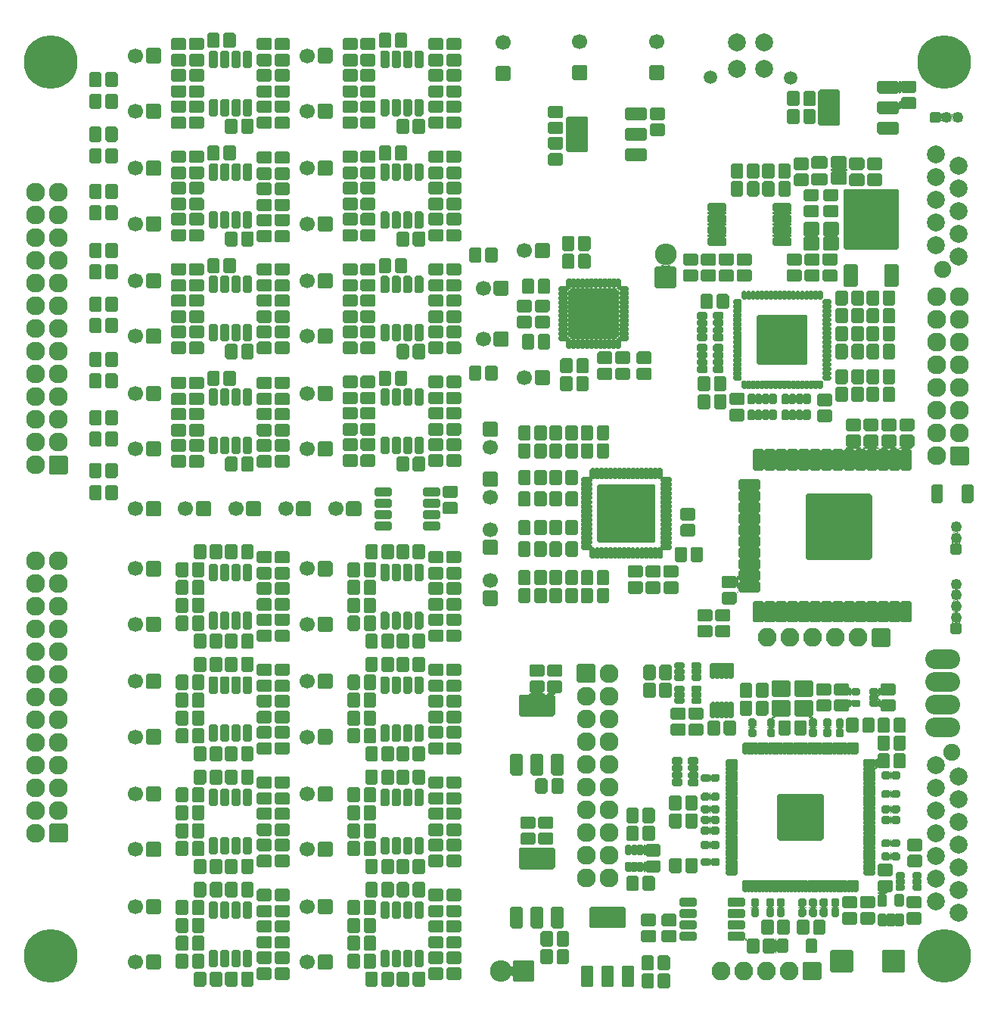
<source format=gts>
G04 #@! TF.GenerationSoftware,KiCad,Pcbnew,(5.1.8-0-10_14)*
G04 #@! TF.CreationDate,2021-10-08T12:16:12+02:00*
G04 #@! TF.ProjectId,freeDSP-aurora,66726565-4453-4502-9d61-75726f72612e,rev?*
G04 #@! TF.SameCoordinates,Original*
G04 #@! TF.FileFunction,Soldermask,Top*
G04 #@! TF.FilePolarity,Negative*
%FSLAX46Y46*%
G04 Gerber Fmt 4.6, Leading zero omitted, Abs format (unit mm)*
G04 Created by KiCad (PCBNEW (5.1.8-0-10_14)) date 2021-10-08 12:16:12*
%MOMM*%
%LPD*%
G01*
G04 APERTURE LIST*
%ADD10C,1.700000*%
%ADD11O,3.900120X2.200860*%
%ADD12C,1.250000*%
%ADD13C,2.000000*%
%ADD14C,1.900000*%
%ADD15C,1.500000*%
%ADD16O,2.127200X2.127200*%
%ADD17O,2.432000X2.432000*%
%ADD18C,6.000000*%
%ADD19O,2.100000X2.100000*%
%ADD20C,0.100000*%
G04 APERTURE END LIST*
G36*
G01*
X161200000Y-134950000D02*
X161200000Y-133650000D01*
G75*
G02*
X161400000Y-133450000I200000J0D01*
G01*
X162400000Y-133450000D01*
G75*
G02*
X162600000Y-133650000I0J-200000D01*
G01*
X162600000Y-134950000D01*
G75*
G02*
X162400000Y-135150000I-200000J0D01*
G01*
X161400000Y-135150000D01*
G75*
G02*
X161200000Y-134950000I0J200000D01*
G01*
G37*
G36*
G01*
X159400000Y-134950000D02*
X159400000Y-133650000D01*
G75*
G02*
X159600000Y-133450000I200000J0D01*
G01*
X160600000Y-133450000D01*
G75*
G02*
X160800000Y-133650000I0J-200000D01*
G01*
X160800000Y-134950000D01*
G75*
G02*
X160600000Y-135150000I-200000J0D01*
G01*
X159600000Y-135150000D01*
G75*
G02*
X159400000Y-134950000I0J200000D01*
G01*
G37*
G36*
G01*
X132695000Y-88475000D02*
X132095000Y-88475000D01*
G75*
G02*
X131895000Y-88275000I0J200000D01*
G01*
X131895000Y-86725000D01*
G75*
G02*
X132095000Y-86525000I200000J0D01*
G01*
X132695000Y-86525000D01*
G75*
G02*
X132895000Y-86725000I0J-200000D01*
G01*
X132895000Y-88275000D01*
G75*
G02*
X132695000Y-88475000I-200000J0D01*
G01*
G37*
G36*
G01*
X133965000Y-88475000D02*
X133365000Y-88475000D01*
G75*
G02*
X133165000Y-88275000I0J200000D01*
G01*
X133165000Y-86725000D01*
G75*
G02*
X133365000Y-86525000I200000J0D01*
G01*
X133965000Y-86525000D01*
G75*
G02*
X134165000Y-86725000I0J-200000D01*
G01*
X134165000Y-88275000D01*
G75*
G02*
X133965000Y-88475000I-200000J0D01*
G01*
G37*
G36*
G01*
X135235000Y-88475000D02*
X134635000Y-88475000D01*
G75*
G02*
X134435000Y-88275000I0J200000D01*
G01*
X134435000Y-86725000D01*
G75*
G02*
X134635000Y-86525000I200000J0D01*
G01*
X135235000Y-86525000D01*
G75*
G02*
X135435000Y-86725000I0J-200000D01*
G01*
X135435000Y-88275000D01*
G75*
G02*
X135235000Y-88475000I-200000J0D01*
G01*
G37*
G36*
G01*
X136505000Y-88475000D02*
X135905000Y-88475000D01*
G75*
G02*
X135705000Y-88275000I0J200000D01*
G01*
X135705000Y-86725000D01*
G75*
G02*
X135905000Y-86525000I200000J0D01*
G01*
X136505000Y-86525000D01*
G75*
G02*
X136705000Y-86725000I0J-200000D01*
G01*
X136705000Y-88275000D01*
G75*
G02*
X136505000Y-88475000I-200000J0D01*
G01*
G37*
G36*
G01*
X136505000Y-93875000D02*
X135905000Y-93875000D01*
G75*
G02*
X135705000Y-93675000I0J200000D01*
G01*
X135705000Y-92125000D01*
G75*
G02*
X135905000Y-91925000I200000J0D01*
G01*
X136505000Y-91925000D01*
G75*
G02*
X136705000Y-92125000I0J-200000D01*
G01*
X136705000Y-93675000D01*
G75*
G02*
X136505000Y-93875000I-200000J0D01*
G01*
G37*
G36*
G01*
X135235000Y-93875000D02*
X134635000Y-93875000D01*
G75*
G02*
X134435000Y-93675000I0J200000D01*
G01*
X134435000Y-92125000D01*
G75*
G02*
X134635000Y-91925000I200000J0D01*
G01*
X135235000Y-91925000D01*
G75*
G02*
X135435000Y-92125000I0J-200000D01*
G01*
X135435000Y-93675000D01*
G75*
G02*
X135235000Y-93875000I-200000J0D01*
G01*
G37*
G36*
G01*
X133965000Y-93875000D02*
X133365000Y-93875000D01*
G75*
G02*
X133165000Y-93675000I0J200000D01*
G01*
X133165000Y-92125000D01*
G75*
G02*
X133365000Y-91925000I200000J0D01*
G01*
X133965000Y-91925000D01*
G75*
G02*
X134165000Y-92125000I0J-200000D01*
G01*
X134165000Y-93675000D01*
G75*
G02*
X133965000Y-93875000I-200000J0D01*
G01*
G37*
G36*
G01*
X132695000Y-93875000D02*
X132095000Y-93875000D01*
G75*
G02*
X131895000Y-93675000I0J200000D01*
G01*
X131895000Y-92125000D01*
G75*
G02*
X132095000Y-91925000I200000J0D01*
G01*
X132695000Y-91925000D01*
G75*
G02*
X132895000Y-92125000I0J-200000D01*
G01*
X132895000Y-93675000D01*
G75*
G02*
X132695000Y-93875000I-200000J0D01*
G01*
G37*
G36*
G01*
X113495000Y-88475000D02*
X112895000Y-88475000D01*
G75*
G02*
X112695000Y-88275000I0J200000D01*
G01*
X112695000Y-86725000D01*
G75*
G02*
X112895000Y-86525000I200000J0D01*
G01*
X113495000Y-86525000D01*
G75*
G02*
X113695000Y-86725000I0J-200000D01*
G01*
X113695000Y-88275000D01*
G75*
G02*
X113495000Y-88475000I-200000J0D01*
G01*
G37*
G36*
G01*
X114765000Y-88475000D02*
X114165000Y-88475000D01*
G75*
G02*
X113965000Y-88275000I0J200000D01*
G01*
X113965000Y-86725000D01*
G75*
G02*
X114165000Y-86525000I200000J0D01*
G01*
X114765000Y-86525000D01*
G75*
G02*
X114965000Y-86725000I0J-200000D01*
G01*
X114965000Y-88275000D01*
G75*
G02*
X114765000Y-88475000I-200000J0D01*
G01*
G37*
G36*
G01*
X116035000Y-88475000D02*
X115435000Y-88475000D01*
G75*
G02*
X115235000Y-88275000I0J200000D01*
G01*
X115235000Y-86725000D01*
G75*
G02*
X115435000Y-86525000I200000J0D01*
G01*
X116035000Y-86525000D01*
G75*
G02*
X116235000Y-86725000I0J-200000D01*
G01*
X116235000Y-88275000D01*
G75*
G02*
X116035000Y-88475000I-200000J0D01*
G01*
G37*
G36*
G01*
X117305000Y-88475000D02*
X116705000Y-88475000D01*
G75*
G02*
X116505000Y-88275000I0J200000D01*
G01*
X116505000Y-86725000D01*
G75*
G02*
X116705000Y-86525000I200000J0D01*
G01*
X117305000Y-86525000D01*
G75*
G02*
X117505000Y-86725000I0J-200000D01*
G01*
X117505000Y-88275000D01*
G75*
G02*
X117305000Y-88475000I-200000J0D01*
G01*
G37*
G36*
G01*
X117305000Y-93875000D02*
X116705000Y-93875000D01*
G75*
G02*
X116505000Y-93675000I0J200000D01*
G01*
X116505000Y-92125000D01*
G75*
G02*
X116705000Y-91925000I200000J0D01*
G01*
X117305000Y-91925000D01*
G75*
G02*
X117505000Y-92125000I0J-200000D01*
G01*
X117505000Y-93675000D01*
G75*
G02*
X117305000Y-93875000I-200000J0D01*
G01*
G37*
G36*
G01*
X116035000Y-93875000D02*
X115435000Y-93875000D01*
G75*
G02*
X115235000Y-93675000I0J200000D01*
G01*
X115235000Y-92125000D01*
G75*
G02*
X115435000Y-91925000I200000J0D01*
G01*
X116035000Y-91925000D01*
G75*
G02*
X116235000Y-92125000I0J-200000D01*
G01*
X116235000Y-93675000D01*
G75*
G02*
X116035000Y-93875000I-200000J0D01*
G01*
G37*
G36*
G01*
X114765000Y-93875000D02*
X114165000Y-93875000D01*
G75*
G02*
X113965000Y-93675000I0J200000D01*
G01*
X113965000Y-92125000D01*
G75*
G02*
X114165000Y-91925000I200000J0D01*
G01*
X114765000Y-91925000D01*
G75*
G02*
X114965000Y-92125000I0J-200000D01*
G01*
X114965000Y-93675000D01*
G75*
G02*
X114765000Y-93875000I-200000J0D01*
G01*
G37*
G36*
G01*
X113495000Y-93875000D02*
X112895000Y-93875000D01*
G75*
G02*
X112695000Y-93675000I0J200000D01*
G01*
X112695000Y-92125000D01*
G75*
G02*
X112895000Y-91925000I200000J0D01*
G01*
X113495000Y-91925000D01*
G75*
G02*
X113695000Y-92125000I0J-200000D01*
G01*
X113695000Y-93675000D01*
G75*
G02*
X113495000Y-93875000I-200000J0D01*
G01*
G37*
G36*
G01*
X132695000Y-75875000D02*
X132095000Y-75875000D01*
G75*
G02*
X131895000Y-75675000I0J200000D01*
G01*
X131895000Y-74125000D01*
G75*
G02*
X132095000Y-73925000I200000J0D01*
G01*
X132695000Y-73925000D01*
G75*
G02*
X132895000Y-74125000I0J-200000D01*
G01*
X132895000Y-75675000D01*
G75*
G02*
X132695000Y-75875000I-200000J0D01*
G01*
G37*
G36*
G01*
X133965000Y-75875000D02*
X133365000Y-75875000D01*
G75*
G02*
X133165000Y-75675000I0J200000D01*
G01*
X133165000Y-74125000D01*
G75*
G02*
X133365000Y-73925000I200000J0D01*
G01*
X133965000Y-73925000D01*
G75*
G02*
X134165000Y-74125000I0J-200000D01*
G01*
X134165000Y-75675000D01*
G75*
G02*
X133965000Y-75875000I-200000J0D01*
G01*
G37*
G36*
G01*
X135235000Y-75875000D02*
X134635000Y-75875000D01*
G75*
G02*
X134435000Y-75675000I0J200000D01*
G01*
X134435000Y-74125000D01*
G75*
G02*
X134635000Y-73925000I200000J0D01*
G01*
X135235000Y-73925000D01*
G75*
G02*
X135435000Y-74125000I0J-200000D01*
G01*
X135435000Y-75675000D01*
G75*
G02*
X135235000Y-75875000I-200000J0D01*
G01*
G37*
G36*
G01*
X136505000Y-75875000D02*
X135905000Y-75875000D01*
G75*
G02*
X135705000Y-75675000I0J200000D01*
G01*
X135705000Y-74125000D01*
G75*
G02*
X135905000Y-73925000I200000J0D01*
G01*
X136505000Y-73925000D01*
G75*
G02*
X136705000Y-74125000I0J-200000D01*
G01*
X136705000Y-75675000D01*
G75*
G02*
X136505000Y-75875000I-200000J0D01*
G01*
G37*
G36*
G01*
X136505000Y-81275000D02*
X135905000Y-81275000D01*
G75*
G02*
X135705000Y-81075000I0J200000D01*
G01*
X135705000Y-79525000D01*
G75*
G02*
X135905000Y-79325000I200000J0D01*
G01*
X136505000Y-79325000D01*
G75*
G02*
X136705000Y-79525000I0J-200000D01*
G01*
X136705000Y-81075000D01*
G75*
G02*
X136505000Y-81275000I-200000J0D01*
G01*
G37*
G36*
G01*
X135235000Y-81275000D02*
X134635000Y-81275000D01*
G75*
G02*
X134435000Y-81075000I0J200000D01*
G01*
X134435000Y-79525000D01*
G75*
G02*
X134635000Y-79325000I200000J0D01*
G01*
X135235000Y-79325000D01*
G75*
G02*
X135435000Y-79525000I0J-200000D01*
G01*
X135435000Y-81075000D01*
G75*
G02*
X135235000Y-81275000I-200000J0D01*
G01*
G37*
G36*
G01*
X133965000Y-81275000D02*
X133365000Y-81275000D01*
G75*
G02*
X133165000Y-81075000I0J200000D01*
G01*
X133165000Y-79525000D01*
G75*
G02*
X133365000Y-79325000I200000J0D01*
G01*
X133965000Y-79325000D01*
G75*
G02*
X134165000Y-79525000I0J-200000D01*
G01*
X134165000Y-81075000D01*
G75*
G02*
X133965000Y-81275000I-200000J0D01*
G01*
G37*
G36*
G01*
X132695000Y-81275000D02*
X132095000Y-81275000D01*
G75*
G02*
X131895000Y-81075000I0J200000D01*
G01*
X131895000Y-79525000D01*
G75*
G02*
X132095000Y-79325000I200000J0D01*
G01*
X132695000Y-79325000D01*
G75*
G02*
X132895000Y-79525000I0J-200000D01*
G01*
X132895000Y-81075000D01*
G75*
G02*
X132695000Y-81275000I-200000J0D01*
G01*
G37*
G36*
G01*
X113495000Y-75875000D02*
X112895000Y-75875000D01*
G75*
G02*
X112695000Y-75675000I0J200000D01*
G01*
X112695000Y-74125000D01*
G75*
G02*
X112895000Y-73925000I200000J0D01*
G01*
X113495000Y-73925000D01*
G75*
G02*
X113695000Y-74125000I0J-200000D01*
G01*
X113695000Y-75675000D01*
G75*
G02*
X113495000Y-75875000I-200000J0D01*
G01*
G37*
G36*
G01*
X114765000Y-75875000D02*
X114165000Y-75875000D01*
G75*
G02*
X113965000Y-75675000I0J200000D01*
G01*
X113965000Y-74125000D01*
G75*
G02*
X114165000Y-73925000I200000J0D01*
G01*
X114765000Y-73925000D01*
G75*
G02*
X114965000Y-74125000I0J-200000D01*
G01*
X114965000Y-75675000D01*
G75*
G02*
X114765000Y-75875000I-200000J0D01*
G01*
G37*
G36*
G01*
X116035000Y-75875000D02*
X115435000Y-75875000D01*
G75*
G02*
X115235000Y-75675000I0J200000D01*
G01*
X115235000Y-74125000D01*
G75*
G02*
X115435000Y-73925000I200000J0D01*
G01*
X116035000Y-73925000D01*
G75*
G02*
X116235000Y-74125000I0J-200000D01*
G01*
X116235000Y-75675000D01*
G75*
G02*
X116035000Y-75875000I-200000J0D01*
G01*
G37*
G36*
G01*
X117305000Y-75875000D02*
X116705000Y-75875000D01*
G75*
G02*
X116505000Y-75675000I0J200000D01*
G01*
X116505000Y-74125000D01*
G75*
G02*
X116705000Y-73925000I200000J0D01*
G01*
X117305000Y-73925000D01*
G75*
G02*
X117505000Y-74125000I0J-200000D01*
G01*
X117505000Y-75675000D01*
G75*
G02*
X117305000Y-75875000I-200000J0D01*
G01*
G37*
G36*
G01*
X117305000Y-81275000D02*
X116705000Y-81275000D01*
G75*
G02*
X116505000Y-81075000I0J200000D01*
G01*
X116505000Y-79525000D01*
G75*
G02*
X116705000Y-79325000I200000J0D01*
G01*
X117305000Y-79325000D01*
G75*
G02*
X117505000Y-79525000I0J-200000D01*
G01*
X117505000Y-81075000D01*
G75*
G02*
X117305000Y-81275000I-200000J0D01*
G01*
G37*
G36*
G01*
X116035000Y-81275000D02*
X115435000Y-81275000D01*
G75*
G02*
X115235000Y-81075000I0J200000D01*
G01*
X115235000Y-79525000D01*
G75*
G02*
X115435000Y-79325000I200000J0D01*
G01*
X116035000Y-79325000D01*
G75*
G02*
X116235000Y-79525000I0J-200000D01*
G01*
X116235000Y-81075000D01*
G75*
G02*
X116035000Y-81275000I-200000J0D01*
G01*
G37*
G36*
G01*
X114765000Y-81275000D02*
X114165000Y-81275000D01*
G75*
G02*
X113965000Y-81075000I0J200000D01*
G01*
X113965000Y-79525000D01*
G75*
G02*
X114165000Y-79325000I200000J0D01*
G01*
X114765000Y-79325000D01*
G75*
G02*
X114965000Y-79525000I0J-200000D01*
G01*
X114965000Y-81075000D01*
G75*
G02*
X114765000Y-81275000I-200000J0D01*
G01*
G37*
G36*
G01*
X113495000Y-81275000D02*
X112895000Y-81275000D01*
G75*
G02*
X112695000Y-81075000I0J200000D01*
G01*
X112695000Y-79525000D01*
G75*
G02*
X112895000Y-79325000I200000J0D01*
G01*
X113495000Y-79325000D01*
G75*
G02*
X113695000Y-79525000I0J-200000D01*
G01*
X113695000Y-81075000D01*
G75*
G02*
X113495000Y-81275000I-200000J0D01*
G01*
G37*
G36*
G01*
X132695000Y-63275000D02*
X132095000Y-63275000D01*
G75*
G02*
X131895000Y-63075000I0J200000D01*
G01*
X131895000Y-61525000D01*
G75*
G02*
X132095000Y-61325000I200000J0D01*
G01*
X132695000Y-61325000D01*
G75*
G02*
X132895000Y-61525000I0J-200000D01*
G01*
X132895000Y-63075000D01*
G75*
G02*
X132695000Y-63275000I-200000J0D01*
G01*
G37*
G36*
G01*
X133965000Y-63275000D02*
X133365000Y-63275000D01*
G75*
G02*
X133165000Y-63075000I0J200000D01*
G01*
X133165000Y-61525000D01*
G75*
G02*
X133365000Y-61325000I200000J0D01*
G01*
X133965000Y-61325000D01*
G75*
G02*
X134165000Y-61525000I0J-200000D01*
G01*
X134165000Y-63075000D01*
G75*
G02*
X133965000Y-63275000I-200000J0D01*
G01*
G37*
G36*
G01*
X135235000Y-63275000D02*
X134635000Y-63275000D01*
G75*
G02*
X134435000Y-63075000I0J200000D01*
G01*
X134435000Y-61525000D01*
G75*
G02*
X134635000Y-61325000I200000J0D01*
G01*
X135235000Y-61325000D01*
G75*
G02*
X135435000Y-61525000I0J-200000D01*
G01*
X135435000Y-63075000D01*
G75*
G02*
X135235000Y-63275000I-200000J0D01*
G01*
G37*
G36*
G01*
X136505000Y-63275000D02*
X135905000Y-63275000D01*
G75*
G02*
X135705000Y-63075000I0J200000D01*
G01*
X135705000Y-61525000D01*
G75*
G02*
X135905000Y-61325000I200000J0D01*
G01*
X136505000Y-61325000D01*
G75*
G02*
X136705000Y-61525000I0J-200000D01*
G01*
X136705000Y-63075000D01*
G75*
G02*
X136505000Y-63275000I-200000J0D01*
G01*
G37*
G36*
G01*
X136505000Y-68675000D02*
X135905000Y-68675000D01*
G75*
G02*
X135705000Y-68475000I0J200000D01*
G01*
X135705000Y-66925000D01*
G75*
G02*
X135905000Y-66725000I200000J0D01*
G01*
X136505000Y-66725000D01*
G75*
G02*
X136705000Y-66925000I0J-200000D01*
G01*
X136705000Y-68475000D01*
G75*
G02*
X136505000Y-68675000I-200000J0D01*
G01*
G37*
G36*
G01*
X135235000Y-68675000D02*
X134635000Y-68675000D01*
G75*
G02*
X134435000Y-68475000I0J200000D01*
G01*
X134435000Y-66925000D01*
G75*
G02*
X134635000Y-66725000I200000J0D01*
G01*
X135235000Y-66725000D01*
G75*
G02*
X135435000Y-66925000I0J-200000D01*
G01*
X135435000Y-68475000D01*
G75*
G02*
X135235000Y-68675000I-200000J0D01*
G01*
G37*
G36*
G01*
X133965000Y-68675000D02*
X133365000Y-68675000D01*
G75*
G02*
X133165000Y-68475000I0J200000D01*
G01*
X133165000Y-66925000D01*
G75*
G02*
X133365000Y-66725000I200000J0D01*
G01*
X133965000Y-66725000D01*
G75*
G02*
X134165000Y-66925000I0J-200000D01*
G01*
X134165000Y-68475000D01*
G75*
G02*
X133965000Y-68675000I-200000J0D01*
G01*
G37*
G36*
G01*
X132695000Y-68675000D02*
X132095000Y-68675000D01*
G75*
G02*
X131895000Y-68475000I0J200000D01*
G01*
X131895000Y-66925000D01*
G75*
G02*
X132095000Y-66725000I200000J0D01*
G01*
X132695000Y-66725000D01*
G75*
G02*
X132895000Y-66925000I0J-200000D01*
G01*
X132895000Y-68475000D01*
G75*
G02*
X132695000Y-68675000I-200000J0D01*
G01*
G37*
G36*
G01*
X113495000Y-63275000D02*
X112895000Y-63275000D01*
G75*
G02*
X112695000Y-63075000I0J200000D01*
G01*
X112695000Y-61525000D01*
G75*
G02*
X112895000Y-61325000I200000J0D01*
G01*
X113495000Y-61325000D01*
G75*
G02*
X113695000Y-61525000I0J-200000D01*
G01*
X113695000Y-63075000D01*
G75*
G02*
X113495000Y-63275000I-200000J0D01*
G01*
G37*
G36*
G01*
X114765000Y-63275000D02*
X114165000Y-63275000D01*
G75*
G02*
X113965000Y-63075000I0J200000D01*
G01*
X113965000Y-61525000D01*
G75*
G02*
X114165000Y-61325000I200000J0D01*
G01*
X114765000Y-61325000D01*
G75*
G02*
X114965000Y-61525000I0J-200000D01*
G01*
X114965000Y-63075000D01*
G75*
G02*
X114765000Y-63275000I-200000J0D01*
G01*
G37*
G36*
G01*
X116035000Y-63275000D02*
X115435000Y-63275000D01*
G75*
G02*
X115235000Y-63075000I0J200000D01*
G01*
X115235000Y-61525000D01*
G75*
G02*
X115435000Y-61325000I200000J0D01*
G01*
X116035000Y-61325000D01*
G75*
G02*
X116235000Y-61525000I0J-200000D01*
G01*
X116235000Y-63075000D01*
G75*
G02*
X116035000Y-63275000I-200000J0D01*
G01*
G37*
G36*
G01*
X117305000Y-63275000D02*
X116705000Y-63275000D01*
G75*
G02*
X116505000Y-63075000I0J200000D01*
G01*
X116505000Y-61525000D01*
G75*
G02*
X116705000Y-61325000I200000J0D01*
G01*
X117305000Y-61325000D01*
G75*
G02*
X117505000Y-61525000I0J-200000D01*
G01*
X117505000Y-63075000D01*
G75*
G02*
X117305000Y-63275000I-200000J0D01*
G01*
G37*
G36*
G01*
X117305000Y-68675000D02*
X116705000Y-68675000D01*
G75*
G02*
X116505000Y-68475000I0J200000D01*
G01*
X116505000Y-66925000D01*
G75*
G02*
X116705000Y-66725000I200000J0D01*
G01*
X117305000Y-66725000D01*
G75*
G02*
X117505000Y-66925000I0J-200000D01*
G01*
X117505000Y-68475000D01*
G75*
G02*
X117305000Y-68675000I-200000J0D01*
G01*
G37*
G36*
G01*
X116035000Y-68675000D02*
X115435000Y-68675000D01*
G75*
G02*
X115235000Y-68475000I0J200000D01*
G01*
X115235000Y-66925000D01*
G75*
G02*
X115435000Y-66725000I200000J0D01*
G01*
X116035000Y-66725000D01*
G75*
G02*
X116235000Y-66925000I0J-200000D01*
G01*
X116235000Y-68475000D01*
G75*
G02*
X116035000Y-68675000I-200000J0D01*
G01*
G37*
G36*
G01*
X114765000Y-68675000D02*
X114165000Y-68675000D01*
G75*
G02*
X113965000Y-68475000I0J200000D01*
G01*
X113965000Y-66925000D01*
G75*
G02*
X114165000Y-66725000I200000J0D01*
G01*
X114765000Y-66725000D01*
G75*
G02*
X114965000Y-66925000I0J-200000D01*
G01*
X114965000Y-68475000D01*
G75*
G02*
X114765000Y-68675000I-200000J0D01*
G01*
G37*
G36*
G01*
X113495000Y-68675000D02*
X112895000Y-68675000D01*
G75*
G02*
X112695000Y-68475000I0J200000D01*
G01*
X112695000Y-66925000D01*
G75*
G02*
X112895000Y-66725000I200000J0D01*
G01*
X113495000Y-66725000D01*
G75*
G02*
X113695000Y-66925000I0J-200000D01*
G01*
X113695000Y-68475000D01*
G75*
G02*
X113495000Y-68675000I-200000J0D01*
G01*
G37*
G36*
G01*
X113495000Y-50675000D02*
X112895000Y-50675000D01*
G75*
G02*
X112695000Y-50475000I0J200000D01*
G01*
X112695000Y-48925000D01*
G75*
G02*
X112895000Y-48725000I200000J0D01*
G01*
X113495000Y-48725000D01*
G75*
G02*
X113695000Y-48925000I0J-200000D01*
G01*
X113695000Y-50475000D01*
G75*
G02*
X113495000Y-50675000I-200000J0D01*
G01*
G37*
G36*
G01*
X114765000Y-50675000D02*
X114165000Y-50675000D01*
G75*
G02*
X113965000Y-50475000I0J200000D01*
G01*
X113965000Y-48925000D01*
G75*
G02*
X114165000Y-48725000I200000J0D01*
G01*
X114765000Y-48725000D01*
G75*
G02*
X114965000Y-48925000I0J-200000D01*
G01*
X114965000Y-50475000D01*
G75*
G02*
X114765000Y-50675000I-200000J0D01*
G01*
G37*
G36*
G01*
X116035000Y-50675000D02*
X115435000Y-50675000D01*
G75*
G02*
X115235000Y-50475000I0J200000D01*
G01*
X115235000Y-48925000D01*
G75*
G02*
X115435000Y-48725000I200000J0D01*
G01*
X116035000Y-48725000D01*
G75*
G02*
X116235000Y-48925000I0J-200000D01*
G01*
X116235000Y-50475000D01*
G75*
G02*
X116035000Y-50675000I-200000J0D01*
G01*
G37*
G36*
G01*
X117305000Y-50675000D02*
X116705000Y-50675000D01*
G75*
G02*
X116505000Y-50475000I0J200000D01*
G01*
X116505000Y-48925000D01*
G75*
G02*
X116705000Y-48725000I200000J0D01*
G01*
X117305000Y-48725000D01*
G75*
G02*
X117505000Y-48925000I0J-200000D01*
G01*
X117505000Y-50475000D01*
G75*
G02*
X117305000Y-50675000I-200000J0D01*
G01*
G37*
G36*
G01*
X117305000Y-56075000D02*
X116705000Y-56075000D01*
G75*
G02*
X116505000Y-55875000I0J200000D01*
G01*
X116505000Y-54325000D01*
G75*
G02*
X116705000Y-54125000I200000J0D01*
G01*
X117305000Y-54125000D01*
G75*
G02*
X117505000Y-54325000I0J-200000D01*
G01*
X117505000Y-55875000D01*
G75*
G02*
X117305000Y-56075000I-200000J0D01*
G01*
G37*
G36*
G01*
X116035000Y-56075000D02*
X115435000Y-56075000D01*
G75*
G02*
X115235000Y-55875000I0J200000D01*
G01*
X115235000Y-54325000D01*
G75*
G02*
X115435000Y-54125000I200000J0D01*
G01*
X116035000Y-54125000D01*
G75*
G02*
X116235000Y-54325000I0J-200000D01*
G01*
X116235000Y-55875000D01*
G75*
G02*
X116035000Y-56075000I-200000J0D01*
G01*
G37*
G36*
G01*
X114765000Y-56075000D02*
X114165000Y-56075000D01*
G75*
G02*
X113965000Y-55875000I0J200000D01*
G01*
X113965000Y-54325000D01*
G75*
G02*
X114165000Y-54125000I200000J0D01*
G01*
X114765000Y-54125000D01*
G75*
G02*
X114965000Y-54325000I0J-200000D01*
G01*
X114965000Y-55875000D01*
G75*
G02*
X114765000Y-56075000I-200000J0D01*
G01*
G37*
G36*
G01*
X113495000Y-56075000D02*
X112895000Y-56075000D01*
G75*
G02*
X112695000Y-55875000I0J200000D01*
G01*
X112695000Y-54325000D01*
G75*
G02*
X112895000Y-54125000I200000J0D01*
G01*
X113495000Y-54125000D01*
G75*
G02*
X113695000Y-54325000I0J-200000D01*
G01*
X113695000Y-55875000D01*
G75*
G02*
X113495000Y-56075000I-200000J0D01*
G01*
G37*
G36*
G01*
X132695000Y-50675000D02*
X132095000Y-50675000D01*
G75*
G02*
X131895000Y-50475000I0J200000D01*
G01*
X131895000Y-48925000D01*
G75*
G02*
X132095000Y-48725000I200000J0D01*
G01*
X132695000Y-48725000D01*
G75*
G02*
X132895000Y-48925000I0J-200000D01*
G01*
X132895000Y-50475000D01*
G75*
G02*
X132695000Y-50675000I-200000J0D01*
G01*
G37*
G36*
G01*
X133965000Y-50675000D02*
X133365000Y-50675000D01*
G75*
G02*
X133165000Y-50475000I0J200000D01*
G01*
X133165000Y-48925000D01*
G75*
G02*
X133365000Y-48725000I200000J0D01*
G01*
X133965000Y-48725000D01*
G75*
G02*
X134165000Y-48925000I0J-200000D01*
G01*
X134165000Y-50475000D01*
G75*
G02*
X133965000Y-50675000I-200000J0D01*
G01*
G37*
G36*
G01*
X135235000Y-50675000D02*
X134635000Y-50675000D01*
G75*
G02*
X134435000Y-50475000I0J200000D01*
G01*
X134435000Y-48925000D01*
G75*
G02*
X134635000Y-48725000I200000J0D01*
G01*
X135235000Y-48725000D01*
G75*
G02*
X135435000Y-48925000I0J-200000D01*
G01*
X135435000Y-50475000D01*
G75*
G02*
X135235000Y-50675000I-200000J0D01*
G01*
G37*
G36*
G01*
X136505000Y-50675000D02*
X135905000Y-50675000D01*
G75*
G02*
X135705000Y-50475000I0J200000D01*
G01*
X135705000Y-48925000D01*
G75*
G02*
X135905000Y-48725000I200000J0D01*
G01*
X136505000Y-48725000D01*
G75*
G02*
X136705000Y-48925000I0J-200000D01*
G01*
X136705000Y-50475000D01*
G75*
G02*
X136505000Y-50675000I-200000J0D01*
G01*
G37*
G36*
G01*
X136505000Y-56075000D02*
X135905000Y-56075000D01*
G75*
G02*
X135705000Y-55875000I0J200000D01*
G01*
X135705000Y-54325000D01*
G75*
G02*
X135905000Y-54125000I200000J0D01*
G01*
X136505000Y-54125000D01*
G75*
G02*
X136705000Y-54325000I0J-200000D01*
G01*
X136705000Y-55875000D01*
G75*
G02*
X136505000Y-56075000I-200000J0D01*
G01*
G37*
G36*
G01*
X135235000Y-56075000D02*
X134635000Y-56075000D01*
G75*
G02*
X134435000Y-55875000I0J200000D01*
G01*
X134435000Y-54325000D01*
G75*
G02*
X134635000Y-54125000I200000J0D01*
G01*
X135235000Y-54125000D01*
G75*
G02*
X135435000Y-54325000I0J-200000D01*
G01*
X135435000Y-55875000D01*
G75*
G02*
X135235000Y-56075000I-200000J0D01*
G01*
G37*
G36*
G01*
X133965000Y-56075000D02*
X133365000Y-56075000D01*
G75*
G02*
X133165000Y-55875000I0J200000D01*
G01*
X133165000Y-54325000D01*
G75*
G02*
X133365000Y-54125000I200000J0D01*
G01*
X133965000Y-54125000D01*
G75*
G02*
X134165000Y-54325000I0J-200000D01*
G01*
X134165000Y-55875000D01*
G75*
G02*
X133965000Y-56075000I-200000J0D01*
G01*
G37*
G36*
G01*
X132695000Y-56075000D02*
X132095000Y-56075000D01*
G75*
G02*
X131895000Y-55875000I0J200000D01*
G01*
X131895000Y-54325000D01*
G75*
G02*
X132095000Y-54125000I200000J0D01*
G01*
X132695000Y-54125000D01*
G75*
G02*
X132895000Y-54325000I0J-200000D01*
G01*
X132895000Y-55875000D01*
G75*
G02*
X132695000Y-56075000I-200000J0D01*
G01*
G37*
G36*
G01*
X132695000Y-145875000D02*
X132095000Y-145875000D01*
G75*
G02*
X131895000Y-145675000I0J200000D01*
G01*
X131895000Y-144125000D01*
G75*
G02*
X132095000Y-143925000I200000J0D01*
G01*
X132695000Y-143925000D01*
G75*
G02*
X132895000Y-144125000I0J-200000D01*
G01*
X132895000Y-145675000D01*
G75*
G02*
X132695000Y-145875000I-200000J0D01*
G01*
G37*
G36*
G01*
X133965000Y-145875000D02*
X133365000Y-145875000D01*
G75*
G02*
X133165000Y-145675000I0J200000D01*
G01*
X133165000Y-144125000D01*
G75*
G02*
X133365000Y-143925000I200000J0D01*
G01*
X133965000Y-143925000D01*
G75*
G02*
X134165000Y-144125000I0J-200000D01*
G01*
X134165000Y-145675000D01*
G75*
G02*
X133965000Y-145875000I-200000J0D01*
G01*
G37*
G36*
G01*
X135235000Y-145875000D02*
X134635000Y-145875000D01*
G75*
G02*
X134435000Y-145675000I0J200000D01*
G01*
X134435000Y-144125000D01*
G75*
G02*
X134635000Y-143925000I200000J0D01*
G01*
X135235000Y-143925000D01*
G75*
G02*
X135435000Y-144125000I0J-200000D01*
G01*
X135435000Y-145675000D01*
G75*
G02*
X135235000Y-145875000I-200000J0D01*
G01*
G37*
G36*
G01*
X136505000Y-145875000D02*
X135905000Y-145875000D01*
G75*
G02*
X135705000Y-145675000I0J200000D01*
G01*
X135705000Y-144125000D01*
G75*
G02*
X135905000Y-143925000I200000J0D01*
G01*
X136505000Y-143925000D01*
G75*
G02*
X136705000Y-144125000I0J-200000D01*
G01*
X136705000Y-145675000D01*
G75*
G02*
X136505000Y-145875000I-200000J0D01*
G01*
G37*
G36*
G01*
X136505000Y-151275000D02*
X135905000Y-151275000D01*
G75*
G02*
X135705000Y-151075000I0J200000D01*
G01*
X135705000Y-149525000D01*
G75*
G02*
X135905000Y-149325000I200000J0D01*
G01*
X136505000Y-149325000D01*
G75*
G02*
X136705000Y-149525000I0J-200000D01*
G01*
X136705000Y-151075000D01*
G75*
G02*
X136505000Y-151275000I-200000J0D01*
G01*
G37*
G36*
G01*
X135235000Y-151275000D02*
X134635000Y-151275000D01*
G75*
G02*
X134435000Y-151075000I0J200000D01*
G01*
X134435000Y-149525000D01*
G75*
G02*
X134635000Y-149325000I200000J0D01*
G01*
X135235000Y-149325000D01*
G75*
G02*
X135435000Y-149525000I0J-200000D01*
G01*
X135435000Y-151075000D01*
G75*
G02*
X135235000Y-151275000I-200000J0D01*
G01*
G37*
G36*
G01*
X133965000Y-151275000D02*
X133365000Y-151275000D01*
G75*
G02*
X133165000Y-151075000I0J200000D01*
G01*
X133165000Y-149525000D01*
G75*
G02*
X133365000Y-149325000I200000J0D01*
G01*
X133965000Y-149325000D01*
G75*
G02*
X134165000Y-149525000I0J-200000D01*
G01*
X134165000Y-151075000D01*
G75*
G02*
X133965000Y-151275000I-200000J0D01*
G01*
G37*
G36*
G01*
X132695000Y-151275000D02*
X132095000Y-151275000D01*
G75*
G02*
X131895000Y-151075000I0J200000D01*
G01*
X131895000Y-149525000D01*
G75*
G02*
X132095000Y-149325000I200000J0D01*
G01*
X132695000Y-149325000D01*
G75*
G02*
X132895000Y-149525000I0J-200000D01*
G01*
X132895000Y-151075000D01*
G75*
G02*
X132695000Y-151275000I-200000J0D01*
G01*
G37*
G36*
G01*
X113495000Y-145875000D02*
X112895000Y-145875000D01*
G75*
G02*
X112695000Y-145675000I0J200000D01*
G01*
X112695000Y-144125000D01*
G75*
G02*
X112895000Y-143925000I200000J0D01*
G01*
X113495000Y-143925000D01*
G75*
G02*
X113695000Y-144125000I0J-200000D01*
G01*
X113695000Y-145675000D01*
G75*
G02*
X113495000Y-145875000I-200000J0D01*
G01*
G37*
G36*
G01*
X114765000Y-145875000D02*
X114165000Y-145875000D01*
G75*
G02*
X113965000Y-145675000I0J200000D01*
G01*
X113965000Y-144125000D01*
G75*
G02*
X114165000Y-143925000I200000J0D01*
G01*
X114765000Y-143925000D01*
G75*
G02*
X114965000Y-144125000I0J-200000D01*
G01*
X114965000Y-145675000D01*
G75*
G02*
X114765000Y-145875000I-200000J0D01*
G01*
G37*
G36*
G01*
X116035000Y-145875000D02*
X115435000Y-145875000D01*
G75*
G02*
X115235000Y-145675000I0J200000D01*
G01*
X115235000Y-144125000D01*
G75*
G02*
X115435000Y-143925000I200000J0D01*
G01*
X116035000Y-143925000D01*
G75*
G02*
X116235000Y-144125000I0J-200000D01*
G01*
X116235000Y-145675000D01*
G75*
G02*
X116035000Y-145875000I-200000J0D01*
G01*
G37*
G36*
G01*
X117305000Y-145875000D02*
X116705000Y-145875000D01*
G75*
G02*
X116505000Y-145675000I0J200000D01*
G01*
X116505000Y-144125000D01*
G75*
G02*
X116705000Y-143925000I200000J0D01*
G01*
X117305000Y-143925000D01*
G75*
G02*
X117505000Y-144125000I0J-200000D01*
G01*
X117505000Y-145675000D01*
G75*
G02*
X117305000Y-145875000I-200000J0D01*
G01*
G37*
G36*
G01*
X117305000Y-151275000D02*
X116705000Y-151275000D01*
G75*
G02*
X116505000Y-151075000I0J200000D01*
G01*
X116505000Y-149525000D01*
G75*
G02*
X116705000Y-149325000I200000J0D01*
G01*
X117305000Y-149325000D01*
G75*
G02*
X117505000Y-149525000I0J-200000D01*
G01*
X117505000Y-151075000D01*
G75*
G02*
X117305000Y-151275000I-200000J0D01*
G01*
G37*
G36*
G01*
X116035000Y-151275000D02*
X115435000Y-151275000D01*
G75*
G02*
X115235000Y-151075000I0J200000D01*
G01*
X115235000Y-149525000D01*
G75*
G02*
X115435000Y-149325000I200000J0D01*
G01*
X116035000Y-149325000D01*
G75*
G02*
X116235000Y-149525000I0J-200000D01*
G01*
X116235000Y-151075000D01*
G75*
G02*
X116035000Y-151275000I-200000J0D01*
G01*
G37*
G36*
G01*
X114765000Y-151275000D02*
X114165000Y-151275000D01*
G75*
G02*
X113965000Y-151075000I0J200000D01*
G01*
X113965000Y-149525000D01*
G75*
G02*
X114165000Y-149325000I200000J0D01*
G01*
X114765000Y-149325000D01*
G75*
G02*
X114965000Y-149525000I0J-200000D01*
G01*
X114965000Y-151075000D01*
G75*
G02*
X114765000Y-151275000I-200000J0D01*
G01*
G37*
G36*
G01*
X113495000Y-151275000D02*
X112895000Y-151275000D01*
G75*
G02*
X112695000Y-151075000I0J200000D01*
G01*
X112695000Y-149525000D01*
G75*
G02*
X112895000Y-149325000I200000J0D01*
G01*
X113495000Y-149325000D01*
G75*
G02*
X113695000Y-149525000I0J-200000D01*
G01*
X113695000Y-151075000D01*
G75*
G02*
X113495000Y-151275000I-200000J0D01*
G01*
G37*
G36*
G01*
X113495000Y-133275000D02*
X112895000Y-133275000D01*
G75*
G02*
X112695000Y-133075000I0J200000D01*
G01*
X112695000Y-131525000D01*
G75*
G02*
X112895000Y-131325000I200000J0D01*
G01*
X113495000Y-131325000D01*
G75*
G02*
X113695000Y-131525000I0J-200000D01*
G01*
X113695000Y-133075000D01*
G75*
G02*
X113495000Y-133275000I-200000J0D01*
G01*
G37*
G36*
G01*
X114765000Y-133275000D02*
X114165000Y-133275000D01*
G75*
G02*
X113965000Y-133075000I0J200000D01*
G01*
X113965000Y-131525000D01*
G75*
G02*
X114165000Y-131325000I200000J0D01*
G01*
X114765000Y-131325000D01*
G75*
G02*
X114965000Y-131525000I0J-200000D01*
G01*
X114965000Y-133075000D01*
G75*
G02*
X114765000Y-133275000I-200000J0D01*
G01*
G37*
G36*
G01*
X116035000Y-133275000D02*
X115435000Y-133275000D01*
G75*
G02*
X115235000Y-133075000I0J200000D01*
G01*
X115235000Y-131525000D01*
G75*
G02*
X115435000Y-131325000I200000J0D01*
G01*
X116035000Y-131325000D01*
G75*
G02*
X116235000Y-131525000I0J-200000D01*
G01*
X116235000Y-133075000D01*
G75*
G02*
X116035000Y-133275000I-200000J0D01*
G01*
G37*
G36*
G01*
X117305000Y-133275000D02*
X116705000Y-133275000D01*
G75*
G02*
X116505000Y-133075000I0J200000D01*
G01*
X116505000Y-131525000D01*
G75*
G02*
X116705000Y-131325000I200000J0D01*
G01*
X117305000Y-131325000D01*
G75*
G02*
X117505000Y-131525000I0J-200000D01*
G01*
X117505000Y-133075000D01*
G75*
G02*
X117305000Y-133275000I-200000J0D01*
G01*
G37*
G36*
G01*
X117305000Y-138675000D02*
X116705000Y-138675000D01*
G75*
G02*
X116505000Y-138475000I0J200000D01*
G01*
X116505000Y-136925000D01*
G75*
G02*
X116705000Y-136725000I200000J0D01*
G01*
X117305000Y-136725000D01*
G75*
G02*
X117505000Y-136925000I0J-200000D01*
G01*
X117505000Y-138475000D01*
G75*
G02*
X117305000Y-138675000I-200000J0D01*
G01*
G37*
G36*
G01*
X116035000Y-138675000D02*
X115435000Y-138675000D01*
G75*
G02*
X115235000Y-138475000I0J200000D01*
G01*
X115235000Y-136925000D01*
G75*
G02*
X115435000Y-136725000I200000J0D01*
G01*
X116035000Y-136725000D01*
G75*
G02*
X116235000Y-136925000I0J-200000D01*
G01*
X116235000Y-138475000D01*
G75*
G02*
X116035000Y-138675000I-200000J0D01*
G01*
G37*
G36*
G01*
X114765000Y-138675000D02*
X114165000Y-138675000D01*
G75*
G02*
X113965000Y-138475000I0J200000D01*
G01*
X113965000Y-136925000D01*
G75*
G02*
X114165000Y-136725000I200000J0D01*
G01*
X114765000Y-136725000D01*
G75*
G02*
X114965000Y-136925000I0J-200000D01*
G01*
X114965000Y-138475000D01*
G75*
G02*
X114765000Y-138675000I-200000J0D01*
G01*
G37*
G36*
G01*
X113495000Y-138675000D02*
X112895000Y-138675000D01*
G75*
G02*
X112695000Y-138475000I0J200000D01*
G01*
X112695000Y-136925000D01*
G75*
G02*
X112895000Y-136725000I200000J0D01*
G01*
X113495000Y-136725000D01*
G75*
G02*
X113695000Y-136925000I0J-200000D01*
G01*
X113695000Y-138475000D01*
G75*
G02*
X113495000Y-138675000I-200000J0D01*
G01*
G37*
G36*
G01*
X132695000Y-120675000D02*
X132095000Y-120675000D01*
G75*
G02*
X131895000Y-120475000I0J200000D01*
G01*
X131895000Y-118925000D01*
G75*
G02*
X132095000Y-118725000I200000J0D01*
G01*
X132695000Y-118725000D01*
G75*
G02*
X132895000Y-118925000I0J-200000D01*
G01*
X132895000Y-120475000D01*
G75*
G02*
X132695000Y-120675000I-200000J0D01*
G01*
G37*
G36*
G01*
X133965000Y-120675000D02*
X133365000Y-120675000D01*
G75*
G02*
X133165000Y-120475000I0J200000D01*
G01*
X133165000Y-118925000D01*
G75*
G02*
X133365000Y-118725000I200000J0D01*
G01*
X133965000Y-118725000D01*
G75*
G02*
X134165000Y-118925000I0J-200000D01*
G01*
X134165000Y-120475000D01*
G75*
G02*
X133965000Y-120675000I-200000J0D01*
G01*
G37*
G36*
G01*
X135235000Y-120675000D02*
X134635000Y-120675000D01*
G75*
G02*
X134435000Y-120475000I0J200000D01*
G01*
X134435000Y-118925000D01*
G75*
G02*
X134635000Y-118725000I200000J0D01*
G01*
X135235000Y-118725000D01*
G75*
G02*
X135435000Y-118925000I0J-200000D01*
G01*
X135435000Y-120475000D01*
G75*
G02*
X135235000Y-120675000I-200000J0D01*
G01*
G37*
G36*
G01*
X136505000Y-120675000D02*
X135905000Y-120675000D01*
G75*
G02*
X135705000Y-120475000I0J200000D01*
G01*
X135705000Y-118925000D01*
G75*
G02*
X135905000Y-118725000I200000J0D01*
G01*
X136505000Y-118725000D01*
G75*
G02*
X136705000Y-118925000I0J-200000D01*
G01*
X136705000Y-120475000D01*
G75*
G02*
X136505000Y-120675000I-200000J0D01*
G01*
G37*
G36*
G01*
X136505000Y-126075000D02*
X135905000Y-126075000D01*
G75*
G02*
X135705000Y-125875000I0J200000D01*
G01*
X135705000Y-124325000D01*
G75*
G02*
X135905000Y-124125000I200000J0D01*
G01*
X136505000Y-124125000D01*
G75*
G02*
X136705000Y-124325000I0J-200000D01*
G01*
X136705000Y-125875000D01*
G75*
G02*
X136505000Y-126075000I-200000J0D01*
G01*
G37*
G36*
G01*
X135235000Y-126075000D02*
X134635000Y-126075000D01*
G75*
G02*
X134435000Y-125875000I0J200000D01*
G01*
X134435000Y-124325000D01*
G75*
G02*
X134635000Y-124125000I200000J0D01*
G01*
X135235000Y-124125000D01*
G75*
G02*
X135435000Y-124325000I0J-200000D01*
G01*
X135435000Y-125875000D01*
G75*
G02*
X135235000Y-126075000I-200000J0D01*
G01*
G37*
G36*
G01*
X133965000Y-126075000D02*
X133365000Y-126075000D01*
G75*
G02*
X133165000Y-125875000I0J200000D01*
G01*
X133165000Y-124325000D01*
G75*
G02*
X133365000Y-124125000I200000J0D01*
G01*
X133965000Y-124125000D01*
G75*
G02*
X134165000Y-124325000I0J-200000D01*
G01*
X134165000Y-125875000D01*
G75*
G02*
X133965000Y-126075000I-200000J0D01*
G01*
G37*
G36*
G01*
X132695000Y-126075000D02*
X132095000Y-126075000D01*
G75*
G02*
X131895000Y-125875000I0J200000D01*
G01*
X131895000Y-124325000D01*
G75*
G02*
X132095000Y-124125000I200000J0D01*
G01*
X132695000Y-124125000D01*
G75*
G02*
X132895000Y-124325000I0J-200000D01*
G01*
X132895000Y-125875000D01*
G75*
G02*
X132695000Y-126075000I-200000J0D01*
G01*
G37*
G36*
G01*
X113495000Y-120675000D02*
X112895000Y-120675000D01*
G75*
G02*
X112695000Y-120475000I0J200000D01*
G01*
X112695000Y-118925000D01*
G75*
G02*
X112895000Y-118725000I200000J0D01*
G01*
X113495000Y-118725000D01*
G75*
G02*
X113695000Y-118925000I0J-200000D01*
G01*
X113695000Y-120475000D01*
G75*
G02*
X113495000Y-120675000I-200000J0D01*
G01*
G37*
G36*
G01*
X114765000Y-120675000D02*
X114165000Y-120675000D01*
G75*
G02*
X113965000Y-120475000I0J200000D01*
G01*
X113965000Y-118925000D01*
G75*
G02*
X114165000Y-118725000I200000J0D01*
G01*
X114765000Y-118725000D01*
G75*
G02*
X114965000Y-118925000I0J-200000D01*
G01*
X114965000Y-120475000D01*
G75*
G02*
X114765000Y-120675000I-200000J0D01*
G01*
G37*
G36*
G01*
X116035000Y-120675000D02*
X115435000Y-120675000D01*
G75*
G02*
X115235000Y-120475000I0J200000D01*
G01*
X115235000Y-118925000D01*
G75*
G02*
X115435000Y-118725000I200000J0D01*
G01*
X116035000Y-118725000D01*
G75*
G02*
X116235000Y-118925000I0J-200000D01*
G01*
X116235000Y-120475000D01*
G75*
G02*
X116035000Y-120675000I-200000J0D01*
G01*
G37*
G36*
G01*
X117305000Y-120675000D02*
X116705000Y-120675000D01*
G75*
G02*
X116505000Y-120475000I0J200000D01*
G01*
X116505000Y-118925000D01*
G75*
G02*
X116705000Y-118725000I200000J0D01*
G01*
X117305000Y-118725000D01*
G75*
G02*
X117505000Y-118925000I0J-200000D01*
G01*
X117505000Y-120475000D01*
G75*
G02*
X117305000Y-120675000I-200000J0D01*
G01*
G37*
G36*
G01*
X117305000Y-126075000D02*
X116705000Y-126075000D01*
G75*
G02*
X116505000Y-125875000I0J200000D01*
G01*
X116505000Y-124325000D01*
G75*
G02*
X116705000Y-124125000I200000J0D01*
G01*
X117305000Y-124125000D01*
G75*
G02*
X117505000Y-124325000I0J-200000D01*
G01*
X117505000Y-125875000D01*
G75*
G02*
X117305000Y-126075000I-200000J0D01*
G01*
G37*
G36*
G01*
X116035000Y-126075000D02*
X115435000Y-126075000D01*
G75*
G02*
X115235000Y-125875000I0J200000D01*
G01*
X115235000Y-124325000D01*
G75*
G02*
X115435000Y-124125000I200000J0D01*
G01*
X116035000Y-124125000D01*
G75*
G02*
X116235000Y-124325000I0J-200000D01*
G01*
X116235000Y-125875000D01*
G75*
G02*
X116035000Y-126075000I-200000J0D01*
G01*
G37*
G36*
G01*
X114765000Y-126075000D02*
X114165000Y-126075000D01*
G75*
G02*
X113965000Y-125875000I0J200000D01*
G01*
X113965000Y-124325000D01*
G75*
G02*
X114165000Y-124125000I200000J0D01*
G01*
X114765000Y-124125000D01*
G75*
G02*
X114965000Y-124325000I0J-200000D01*
G01*
X114965000Y-125875000D01*
G75*
G02*
X114765000Y-126075000I-200000J0D01*
G01*
G37*
G36*
G01*
X113495000Y-126075000D02*
X112895000Y-126075000D01*
G75*
G02*
X112695000Y-125875000I0J200000D01*
G01*
X112695000Y-124325000D01*
G75*
G02*
X112895000Y-124125000I200000J0D01*
G01*
X113495000Y-124125000D01*
G75*
G02*
X113695000Y-124325000I0J-200000D01*
G01*
X113695000Y-125875000D01*
G75*
G02*
X113495000Y-126075000I-200000J0D01*
G01*
G37*
G36*
G01*
X113495000Y-108075000D02*
X112895000Y-108075000D01*
G75*
G02*
X112695000Y-107875000I0J200000D01*
G01*
X112695000Y-106325000D01*
G75*
G02*
X112895000Y-106125000I200000J0D01*
G01*
X113495000Y-106125000D01*
G75*
G02*
X113695000Y-106325000I0J-200000D01*
G01*
X113695000Y-107875000D01*
G75*
G02*
X113495000Y-108075000I-200000J0D01*
G01*
G37*
G36*
G01*
X114765000Y-108075000D02*
X114165000Y-108075000D01*
G75*
G02*
X113965000Y-107875000I0J200000D01*
G01*
X113965000Y-106325000D01*
G75*
G02*
X114165000Y-106125000I200000J0D01*
G01*
X114765000Y-106125000D01*
G75*
G02*
X114965000Y-106325000I0J-200000D01*
G01*
X114965000Y-107875000D01*
G75*
G02*
X114765000Y-108075000I-200000J0D01*
G01*
G37*
G36*
G01*
X116035000Y-108075000D02*
X115435000Y-108075000D01*
G75*
G02*
X115235000Y-107875000I0J200000D01*
G01*
X115235000Y-106325000D01*
G75*
G02*
X115435000Y-106125000I200000J0D01*
G01*
X116035000Y-106125000D01*
G75*
G02*
X116235000Y-106325000I0J-200000D01*
G01*
X116235000Y-107875000D01*
G75*
G02*
X116035000Y-108075000I-200000J0D01*
G01*
G37*
G36*
G01*
X117305000Y-108075000D02*
X116705000Y-108075000D01*
G75*
G02*
X116505000Y-107875000I0J200000D01*
G01*
X116505000Y-106325000D01*
G75*
G02*
X116705000Y-106125000I200000J0D01*
G01*
X117305000Y-106125000D01*
G75*
G02*
X117505000Y-106325000I0J-200000D01*
G01*
X117505000Y-107875000D01*
G75*
G02*
X117305000Y-108075000I-200000J0D01*
G01*
G37*
G36*
G01*
X117305000Y-113475000D02*
X116705000Y-113475000D01*
G75*
G02*
X116505000Y-113275000I0J200000D01*
G01*
X116505000Y-111725000D01*
G75*
G02*
X116705000Y-111525000I200000J0D01*
G01*
X117305000Y-111525000D01*
G75*
G02*
X117505000Y-111725000I0J-200000D01*
G01*
X117505000Y-113275000D01*
G75*
G02*
X117305000Y-113475000I-200000J0D01*
G01*
G37*
G36*
G01*
X116035000Y-113475000D02*
X115435000Y-113475000D01*
G75*
G02*
X115235000Y-113275000I0J200000D01*
G01*
X115235000Y-111725000D01*
G75*
G02*
X115435000Y-111525000I200000J0D01*
G01*
X116035000Y-111525000D01*
G75*
G02*
X116235000Y-111725000I0J-200000D01*
G01*
X116235000Y-113275000D01*
G75*
G02*
X116035000Y-113475000I-200000J0D01*
G01*
G37*
G36*
G01*
X114765000Y-113475000D02*
X114165000Y-113475000D01*
G75*
G02*
X113965000Y-113275000I0J200000D01*
G01*
X113965000Y-111725000D01*
G75*
G02*
X114165000Y-111525000I200000J0D01*
G01*
X114765000Y-111525000D01*
G75*
G02*
X114965000Y-111725000I0J-200000D01*
G01*
X114965000Y-113275000D01*
G75*
G02*
X114765000Y-113475000I-200000J0D01*
G01*
G37*
G36*
G01*
X113495000Y-113475000D02*
X112895000Y-113475000D01*
G75*
G02*
X112695000Y-113275000I0J200000D01*
G01*
X112695000Y-111725000D01*
G75*
G02*
X112895000Y-111525000I200000J0D01*
G01*
X113495000Y-111525000D01*
G75*
G02*
X113695000Y-111725000I0J-200000D01*
G01*
X113695000Y-113275000D01*
G75*
G02*
X113495000Y-113475000I-200000J0D01*
G01*
G37*
G36*
G01*
X132695000Y-108075000D02*
X132095000Y-108075000D01*
G75*
G02*
X131895000Y-107875000I0J200000D01*
G01*
X131895000Y-106325000D01*
G75*
G02*
X132095000Y-106125000I200000J0D01*
G01*
X132695000Y-106125000D01*
G75*
G02*
X132895000Y-106325000I0J-200000D01*
G01*
X132895000Y-107875000D01*
G75*
G02*
X132695000Y-108075000I-200000J0D01*
G01*
G37*
G36*
G01*
X133965000Y-108075000D02*
X133365000Y-108075000D01*
G75*
G02*
X133165000Y-107875000I0J200000D01*
G01*
X133165000Y-106325000D01*
G75*
G02*
X133365000Y-106125000I200000J0D01*
G01*
X133965000Y-106125000D01*
G75*
G02*
X134165000Y-106325000I0J-200000D01*
G01*
X134165000Y-107875000D01*
G75*
G02*
X133965000Y-108075000I-200000J0D01*
G01*
G37*
G36*
G01*
X135235000Y-108075000D02*
X134635000Y-108075000D01*
G75*
G02*
X134435000Y-107875000I0J200000D01*
G01*
X134435000Y-106325000D01*
G75*
G02*
X134635000Y-106125000I200000J0D01*
G01*
X135235000Y-106125000D01*
G75*
G02*
X135435000Y-106325000I0J-200000D01*
G01*
X135435000Y-107875000D01*
G75*
G02*
X135235000Y-108075000I-200000J0D01*
G01*
G37*
G36*
G01*
X136505000Y-108075000D02*
X135905000Y-108075000D01*
G75*
G02*
X135705000Y-107875000I0J200000D01*
G01*
X135705000Y-106325000D01*
G75*
G02*
X135905000Y-106125000I200000J0D01*
G01*
X136505000Y-106125000D01*
G75*
G02*
X136705000Y-106325000I0J-200000D01*
G01*
X136705000Y-107875000D01*
G75*
G02*
X136505000Y-108075000I-200000J0D01*
G01*
G37*
G36*
G01*
X136505000Y-113475000D02*
X135905000Y-113475000D01*
G75*
G02*
X135705000Y-113275000I0J200000D01*
G01*
X135705000Y-111725000D01*
G75*
G02*
X135905000Y-111525000I200000J0D01*
G01*
X136505000Y-111525000D01*
G75*
G02*
X136705000Y-111725000I0J-200000D01*
G01*
X136705000Y-113275000D01*
G75*
G02*
X136505000Y-113475000I-200000J0D01*
G01*
G37*
G36*
G01*
X135235000Y-113475000D02*
X134635000Y-113475000D01*
G75*
G02*
X134435000Y-113275000I0J200000D01*
G01*
X134435000Y-111725000D01*
G75*
G02*
X134635000Y-111525000I200000J0D01*
G01*
X135235000Y-111525000D01*
G75*
G02*
X135435000Y-111725000I0J-200000D01*
G01*
X135435000Y-113275000D01*
G75*
G02*
X135235000Y-113475000I-200000J0D01*
G01*
G37*
G36*
G01*
X133965000Y-113475000D02*
X133365000Y-113475000D01*
G75*
G02*
X133165000Y-113275000I0J200000D01*
G01*
X133165000Y-111725000D01*
G75*
G02*
X133365000Y-111525000I200000J0D01*
G01*
X133965000Y-111525000D01*
G75*
G02*
X134165000Y-111725000I0J-200000D01*
G01*
X134165000Y-113275000D01*
G75*
G02*
X133965000Y-113475000I-200000J0D01*
G01*
G37*
G36*
G01*
X132695000Y-113475000D02*
X132095000Y-113475000D01*
G75*
G02*
X131895000Y-113275000I0J200000D01*
G01*
X131895000Y-111725000D01*
G75*
G02*
X132095000Y-111525000I200000J0D01*
G01*
X132695000Y-111525000D01*
G75*
G02*
X132895000Y-111725000I0J-200000D01*
G01*
X132895000Y-113275000D01*
G75*
G02*
X132695000Y-113475000I-200000J0D01*
G01*
G37*
G36*
G01*
X132695000Y-133275000D02*
X132095000Y-133275000D01*
G75*
G02*
X131895000Y-133075000I0J200000D01*
G01*
X131895000Y-131525000D01*
G75*
G02*
X132095000Y-131325000I200000J0D01*
G01*
X132695000Y-131325000D01*
G75*
G02*
X132895000Y-131525000I0J-200000D01*
G01*
X132895000Y-133075000D01*
G75*
G02*
X132695000Y-133275000I-200000J0D01*
G01*
G37*
G36*
G01*
X133965000Y-133275000D02*
X133365000Y-133275000D01*
G75*
G02*
X133165000Y-133075000I0J200000D01*
G01*
X133165000Y-131525000D01*
G75*
G02*
X133365000Y-131325000I200000J0D01*
G01*
X133965000Y-131325000D01*
G75*
G02*
X134165000Y-131525000I0J-200000D01*
G01*
X134165000Y-133075000D01*
G75*
G02*
X133965000Y-133275000I-200000J0D01*
G01*
G37*
G36*
G01*
X135235000Y-133275000D02*
X134635000Y-133275000D01*
G75*
G02*
X134435000Y-133075000I0J200000D01*
G01*
X134435000Y-131525000D01*
G75*
G02*
X134635000Y-131325000I200000J0D01*
G01*
X135235000Y-131325000D01*
G75*
G02*
X135435000Y-131525000I0J-200000D01*
G01*
X135435000Y-133075000D01*
G75*
G02*
X135235000Y-133275000I-200000J0D01*
G01*
G37*
G36*
G01*
X136505000Y-133275000D02*
X135905000Y-133275000D01*
G75*
G02*
X135705000Y-133075000I0J200000D01*
G01*
X135705000Y-131525000D01*
G75*
G02*
X135905000Y-131325000I200000J0D01*
G01*
X136505000Y-131325000D01*
G75*
G02*
X136705000Y-131525000I0J-200000D01*
G01*
X136705000Y-133075000D01*
G75*
G02*
X136505000Y-133275000I-200000J0D01*
G01*
G37*
G36*
G01*
X136505000Y-138675000D02*
X135905000Y-138675000D01*
G75*
G02*
X135705000Y-138475000I0J200000D01*
G01*
X135705000Y-136925000D01*
G75*
G02*
X135905000Y-136725000I200000J0D01*
G01*
X136505000Y-136725000D01*
G75*
G02*
X136705000Y-136925000I0J-200000D01*
G01*
X136705000Y-138475000D01*
G75*
G02*
X136505000Y-138675000I-200000J0D01*
G01*
G37*
G36*
G01*
X135235000Y-138675000D02*
X134635000Y-138675000D01*
G75*
G02*
X134435000Y-138475000I0J200000D01*
G01*
X134435000Y-136925000D01*
G75*
G02*
X134635000Y-136725000I200000J0D01*
G01*
X135235000Y-136725000D01*
G75*
G02*
X135435000Y-136925000I0J-200000D01*
G01*
X135435000Y-138475000D01*
G75*
G02*
X135235000Y-138675000I-200000J0D01*
G01*
G37*
G36*
G01*
X133965000Y-138675000D02*
X133365000Y-138675000D01*
G75*
G02*
X133165000Y-138475000I0J200000D01*
G01*
X133165000Y-136925000D01*
G75*
G02*
X133365000Y-136725000I200000J0D01*
G01*
X133965000Y-136725000D01*
G75*
G02*
X134165000Y-136925000I0J-200000D01*
G01*
X134165000Y-138475000D01*
G75*
G02*
X133965000Y-138675000I-200000J0D01*
G01*
G37*
G36*
G01*
X132695000Y-138675000D02*
X132095000Y-138675000D01*
G75*
G02*
X131895000Y-138475000I0J200000D01*
G01*
X131895000Y-136925000D01*
G75*
G02*
X132095000Y-136725000I200000J0D01*
G01*
X132695000Y-136725000D01*
G75*
G02*
X132895000Y-136925000I0J-200000D01*
G01*
X132895000Y-138475000D01*
G75*
G02*
X132695000Y-138675000I-200000J0D01*
G01*
G37*
G36*
G01*
X167275000Y-147505000D02*
X167275000Y-148105000D01*
G75*
G02*
X167075000Y-148305000I-200000J0D01*
G01*
X165525000Y-148305000D01*
G75*
G02*
X165325000Y-148105000I0J200000D01*
G01*
X165325000Y-147505000D01*
G75*
G02*
X165525000Y-147305000I200000J0D01*
G01*
X167075000Y-147305000D01*
G75*
G02*
X167275000Y-147505000I0J-200000D01*
G01*
G37*
G36*
G01*
X167275000Y-146235000D02*
X167275000Y-146835000D01*
G75*
G02*
X167075000Y-147035000I-200000J0D01*
G01*
X165525000Y-147035000D01*
G75*
G02*
X165325000Y-146835000I0J200000D01*
G01*
X165325000Y-146235000D01*
G75*
G02*
X165525000Y-146035000I200000J0D01*
G01*
X167075000Y-146035000D01*
G75*
G02*
X167275000Y-146235000I0J-200000D01*
G01*
G37*
G36*
G01*
X167275000Y-144965000D02*
X167275000Y-145565000D01*
G75*
G02*
X167075000Y-145765000I-200000J0D01*
G01*
X165525000Y-145765000D01*
G75*
G02*
X165325000Y-145565000I0J200000D01*
G01*
X165325000Y-144965000D01*
G75*
G02*
X165525000Y-144765000I200000J0D01*
G01*
X167075000Y-144765000D01*
G75*
G02*
X167275000Y-144965000I0J-200000D01*
G01*
G37*
G36*
G01*
X167275000Y-143695000D02*
X167275000Y-144295000D01*
G75*
G02*
X167075000Y-144495000I-200000J0D01*
G01*
X165525000Y-144495000D01*
G75*
G02*
X165325000Y-144295000I0J200000D01*
G01*
X165325000Y-143695000D01*
G75*
G02*
X165525000Y-143495000I200000J0D01*
G01*
X167075000Y-143495000D01*
G75*
G02*
X167275000Y-143695000I0J-200000D01*
G01*
G37*
G36*
G01*
X172675000Y-143695000D02*
X172675000Y-144295000D01*
G75*
G02*
X172475000Y-144495000I-200000J0D01*
G01*
X170925000Y-144495000D01*
G75*
G02*
X170725000Y-144295000I0J200000D01*
G01*
X170725000Y-143695000D01*
G75*
G02*
X170925000Y-143495000I200000J0D01*
G01*
X172475000Y-143495000D01*
G75*
G02*
X172675000Y-143695000I0J-200000D01*
G01*
G37*
G36*
G01*
X172675000Y-144965000D02*
X172675000Y-145565000D01*
G75*
G02*
X172475000Y-145765000I-200000J0D01*
G01*
X170925000Y-145765000D01*
G75*
G02*
X170725000Y-145565000I0J200000D01*
G01*
X170725000Y-144965000D01*
G75*
G02*
X170925000Y-144765000I200000J0D01*
G01*
X172475000Y-144765000D01*
G75*
G02*
X172675000Y-144965000I0J-200000D01*
G01*
G37*
G36*
G01*
X172675000Y-146235000D02*
X172675000Y-146835000D01*
G75*
G02*
X172475000Y-147035000I-200000J0D01*
G01*
X170925000Y-147035000D01*
G75*
G02*
X170725000Y-146835000I0J200000D01*
G01*
X170725000Y-146235000D01*
G75*
G02*
X170925000Y-146035000I200000J0D01*
G01*
X172475000Y-146035000D01*
G75*
G02*
X172675000Y-146235000I0J-200000D01*
G01*
G37*
G36*
G01*
X172675000Y-147505000D02*
X172675000Y-148105000D01*
G75*
G02*
X172475000Y-148305000I-200000J0D01*
G01*
X170925000Y-148305000D01*
G75*
G02*
X170725000Y-148105000I0J200000D01*
G01*
X170725000Y-147505000D01*
G75*
G02*
X170925000Y-147305000I200000J0D01*
G01*
X172475000Y-147305000D01*
G75*
G02*
X172675000Y-147505000I0J-200000D01*
G01*
G37*
G36*
G01*
X136625000Y-98395000D02*
X136625000Y-97795000D01*
G75*
G02*
X136825000Y-97595000I200000J0D01*
G01*
X138375000Y-97595000D01*
G75*
G02*
X138575000Y-97795000I0J-200000D01*
G01*
X138575000Y-98395000D01*
G75*
G02*
X138375000Y-98595000I-200000J0D01*
G01*
X136825000Y-98595000D01*
G75*
G02*
X136625000Y-98395000I0J200000D01*
G01*
G37*
G36*
G01*
X136625000Y-99665000D02*
X136625000Y-99065000D01*
G75*
G02*
X136825000Y-98865000I200000J0D01*
G01*
X138375000Y-98865000D01*
G75*
G02*
X138575000Y-99065000I0J-200000D01*
G01*
X138575000Y-99665000D01*
G75*
G02*
X138375000Y-99865000I-200000J0D01*
G01*
X136825000Y-99865000D01*
G75*
G02*
X136625000Y-99665000I0J200000D01*
G01*
G37*
G36*
G01*
X136625000Y-100935000D02*
X136625000Y-100335000D01*
G75*
G02*
X136825000Y-100135000I200000J0D01*
G01*
X138375000Y-100135000D01*
G75*
G02*
X138575000Y-100335000I0J-200000D01*
G01*
X138575000Y-100935000D01*
G75*
G02*
X138375000Y-101135000I-200000J0D01*
G01*
X136825000Y-101135000D01*
G75*
G02*
X136625000Y-100935000I0J200000D01*
G01*
G37*
G36*
G01*
X136625000Y-102205000D02*
X136625000Y-101605000D01*
G75*
G02*
X136825000Y-101405000I200000J0D01*
G01*
X138375000Y-101405000D01*
G75*
G02*
X138575000Y-101605000I0J-200000D01*
G01*
X138575000Y-102205000D01*
G75*
G02*
X138375000Y-102405000I-200000J0D01*
G01*
X136825000Y-102405000D01*
G75*
G02*
X136625000Y-102205000I0J200000D01*
G01*
G37*
G36*
G01*
X131225000Y-102205000D02*
X131225000Y-101605000D01*
G75*
G02*
X131425000Y-101405000I200000J0D01*
G01*
X132975000Y-101405000D01*
G75*
G02*
X133175000Y-101605000I0J-200000D01*
G01*
X133175000Y-102205000D01*
G75*
G02*
X132975000Y-102405000I-200000J0D01*
G01*
X131425000Y-102405000D01*
G75*
G02*
X131225000Y-102205000I0J200000D01*
G01*
G37*
G36*
G01*
X131225000Y-100935000D02*
X131225000Y-100335000D01*
G75*
G02*
X131425000Y-100135000I200000J0D01*
G01*
X132975000Y-100135000D01*
G75*
G02*
X133175000Y-100335000I0J-200000D01*
G01*
X133175000Y-100935000D01*
G75*
G02*
X132975000Y-101135000I-200000J0D01*
G01*
X131425000Y-101135000D01*
G75*
G02*
X131225000Y-100935000I0J200000D01*
G01*
G37*
G36*
G01*
X131225000Y-99665000D02*
X131225000Y-99065000D01*
G75*
G02*
X131425000Y-98865000I200000J0D01*
G01*
X132975000Y-98865000D01*
G75*
G02*
X133175000Y-99065000I0J-200000D01*
G01*
X133175000Y-99665000D01*
G75*
G02*
X132975000Y-99865000I-200000J0D01*
G01*
X131425000Y-99865000D01*
G75*
G02*
X131225000Y-99665000I0J200000D01*
G01*
G37*
G36*
G01*
X131225000Y-98395000D02*
X131225000Y-97795000D01*
G75*
G02*
X131425000Y-97595000I200000J0D01*
G01*
X132975000Y-97595000D01*
G75*
G02*
X133175000Y-97795000I0J-200000D01*
G01*
X133175000Y-98395000D01*
G75*
G02*
X132975000Y-98595000I-200000J0D01*
G01*
X131425000Y-98595000D01*
G75*
G02*
X131225000Y-98395000I0J200000D01*
G01*
G37*
G36*
G01*
X135100000Y-141950000D02*
X135100000Y-143250000D01*
G75*
G02*
X134900000Y-143450000I-200000J0D01*
G01*
X133900000Y-143450000D01*
G75*
G02*
X133700000Y-143250000I0J200000D01*
G01*
X133700000Y-141950000D01*
G75*
G02*
X133900000Y-141750000I200000J0D01*
G01*
X134900000Y-141750000D01*
G75*
G02*
X135100000Y-141950000I0J-200000D01*
G01*
G37*
G36*
G01*
X136900000Y-141950000D02*
X136900000Y-143250000D01*
G75*
G02*
X136700000Y-143450000I-200000J0D01*
G01*
X135700000Y-143450000D01*
G75*
G02*
X135500000Y-143250000I0J200000D01*
G01*
X135500000Y-141950000D01*
G75*
G02*
X135700000Y-141750000I200000J0D01*
G01*
X136700000Y-141750000D01*
G75*
G02*
X136900000Y-141950000I0J-200000D01*
G01*
G37*
G36*
G01*
X137450000Y-146000000D02*
X138750000Y-146000000D01*
G75*
G02*
X138950000Y-146200000I0J-200000D01*
G01*
X138950000Y-147200000D01*
G75*
G02*
X138750000Y-147400000I-200000J0D01*
G01*
X137450000Y-147400000D01*
G75*
G02*
X137250000Y-147200000I0J200000D01*
G01*
X137250000Y-146200000D01*
G75*
G02*
X137450000Y-146000000I200000J0D01*
G01*
G37*
G36*
G01*
X137450000Y-147800000D02*
X138750000Y-147800000D01*
G75*
G02*
X138950000Y-148000000I0J-200000D01*
G01*
X138950000Y-149000000D01*
G75*
G02*
X138750000Y-149200000I-200000J0D01*
G01*
X137450000Y-149200000D01*
G75*
G02*
X137250000Y-149000000I0J200000D01*
G01*
X137250000Y-148000000D01*
G75*
G02*
X137450000Y-147800000I200000J0D01*
G01*
G37*
G36*
G01*
X115900000Y-141950000D02*
X115900000Y-143250000D01*
G75*
G02*
X115700000Y-143450000I-200000J0D01*
G01*
X114700000Y-143450000D01*
G75*
G02*
X114500000Y-143250000I0J200000D01*
G01*
X114500000Y-141950000D01*
G75*
G02*
X114700000Y-141750000I200000J0D01*
G01*
X115700000Y-141750000D01*
G75*
G02*
X115900000Y-141950000I0J-200000D01*
G01*
G37*
G36*
G01*
X117700000Y-141950000D02*
X117700000Y-143250000D01*
G75*
G02*
X117500000Y-143450000I-200000J0D01*
G01*
X116500000Y-143450000D01*
G75*
G02*
X116300000Y-143250000I0J200000D01*
G01*
X116300000Y-141950000D01*
G75*
G02*
X116500000Y-141750000I200000J0D01*
G01*
X117500000Y-141750000D01*
G75*
G02*
X117700000Y-141950000I0J-200000D01*
G01*
G37*
G36*
G01*
X118250000Y-146000000D02*
X119550000Y-146000000D01*
G75*
G02*
X119750000Y-146200000I0J-200000D01*
G01*
X119750000Y-147200000D01*
G75*
G02*
X119550000Y-147400000I-200000J0D01*
G01*
X118250000Y-147400000D01*
G75*
G02*
X118050000Y-147200000I0J200000D01*
G01*
X118050000Y-146200000D01*
G75*
G02*
X118250000Y-146000000I200000J0D01*
G01*
G37*
G36*
G01*
X118250000Y-147800000D02*
X119550000Y-147800000D01*
G75*
G02*
X119750000Y-148000000I0J-200000D01*
G01*
X119750000Y-149000000D01*
G75*
G02*
X119550000Y-149200000I-200000J0D01*
G01*
X118250000Y-149200000D01*
G75*
G02*
X118050000Y-149000000I0J200000D01*
G01*
X118050000Y-148000000D01*
G75*
G02*
X118250000Y-147800000I200000J0D01*
G01*
G37*
G36*
G01*
X140750000Y-143900000D02*
X139450000Y-143900000D01*
G75*
G02*
X139250000Y-143700000I0J200000D01*
G01*
X139250000Y-142700000D01*
G75*
G02*
X139450000Y-142500000I200000J0D01*
G01*
X140750000Y-142500000D01*
G75*
G02*
X140950000Y-142700000I0J-200000D01*
G01*
X140950000Y-143700000D01*
G75*
G02*
X140750000Y-143900000I-200000J0D01*
G01*
G37*
G36*
G01*
X140750000Y-145700000D02*
X139450000Y-145700000D01*
G75*
G02*
X139250000Y-145500000I0J200000D01*
G01*
X139250000Y-144500000D01*
G75*
G02*
X139450000Y-144300000I200000J0D01*
G01*
X140750000Y-144300000D01*
G75*
G02*
X140950000Y-144500000I0J-200000D01*
G01*
X140950000Y-145500000D01*
G75*
G02*
X140750000Y-145700000I-200000J0D01*
G01*
G37*
G36*
G01*
X121550000Y-145700000D02*
X120250000Y-145700000D01*
G75*
G02*
X120050000Y-145500000I0J200000D01*
G01*
X120050000Y-144500000D01*
G75*
G02*
X120250000Y-144300000I200000J0D01*
G01*
X121550000Y-144300000D01*
G75*
G02*
X121750000Y-144500000I0J-200000D01*
G01*
X121750000Y-145500000D01*
G75*
G02*
X121550000Y-145700000I-200000J0D01*
G01*
G37*
G36*
G01*
X121550000Y-143900000D02*
X120250000Y-143900000D01*
G75*
G02*
X120050000Y-143700000I0J200000D01*
G01*
X120050000Y-142700000D01*
G75*
G02*
X120250000Y-142500000I200000J0D01*
G01*
X121550000Y-142500000D01*
G75*
G02*
X121750000Y-142700000I0J-200000D01*
G01*
X121750000Y-143700000D01*
G75*
G02*
X121550000Y-143900000I-200000J0D01*
G01*
G37*
G36*
G01*
X135100000Y-129350000D02*
X135100000Y-130650000D01*
G75*
G02*
X134900000Y-130850000I-200000J0D01*
G01*
X133900000Y-130850000D01*
G75*
G02*
X133700000Y-130650000I0J200000D01*
G01*
X133700000Y-129350000D01*
G75*
G02*
X133900000Y-129150000I200000J0D01*
G01*
X134900000Y-129150000D01*
G75*
G02*
X135100000Y-129350000I0J-200000D01*
G01*
G37*
G36*
G01*
X136900000Y-129350000D02*
X136900000Y-130650000D01*
G75*
G02*
X136700000Y-130850000I-200000J0D01*
G01*
X135700000Y-130850000D01*
G75*
G02*
X135500000Y-130650000I0J200000D01*
G01*
X135500000Y-129350000D01*
G75*
G02*
X135700000Y-129150000I200000J0D01*
G01*
X136700000Y-129150000D01*
G75*
G02*
X136900000Y-129350000I0J-200000D01*
G01*
G37*
G36*
G01*
X137450000Y-133400000D02*
X138750000Y-133400000D01*
G75*
G02*
X138950000Y-133600000I0J-200000D01*
G01*
X138950000Y-134600000D01*
G75*
G02*
X138750000Y-134800000I-200000J0D01*
G01*
X137450000Y-134800000D01*
G75*
G02*
X137250000Y-134600000I0J200000D01*
G01*
X137250000Y-133600000D01*
G75*
G02*
X137450000Y-133400000I200000J0D01*
G01*
G37*
G36*
G01*
X137450000Y-135200000D02*
X138750000Y-135200000D01*
G75*
G02*
X138950000Y-135400000I0J-200000D01*
G01*
X138950000Y-136400000D01*
G75*
G02*
X138750000Y-136600000I-200000J0D01*
G01*
X137450000Y-136600000D01*
G75*
G02*
X137250000Y-136400000I0J200000D01*
G01*
X137250000Y-135400000D01*
G75*
G02*
X137450000Y-135200000I200000J0D01*
G01*
G37*
G36*
G01*
X137450000Y-131700000D02*
X138750000Y-131700000D01*
G75*
G02*
X138950000Y-131900000I0J-200000D01*
G01*
X138950000Y-132900000D01*
G75*
G02*
X138750000Y-133100000I-200000J0D01*
G01*
X137450000Y-133100000D01*
G75*
G02*
X137250000Y-132900000I0J200000D01*
G01*
X137250000Y-131900000D01*
G75*
G02*
X137450000Y-131700000I200000J0D01*
G01*
G37*
G36*
G01*
X137450000Y-129900000D02*
X138750000Y-129900000D01*
G75*
G02*
X138950000Y-130100000I0J-200000D01*
G01*
X138950000Y-131100000D01*
G75*
G02*
X138750000Y-131300000I-200000J0D01*
G01*
X137450000Y-131300000D01*
G75*
G02*
X137250000Y-131100000I0J200000D01*
G01*
X137250000Y-130100000D01*
G75*
G02*
X137450000Y-129900000I200000J0D01*
G01*
G37*
G36*
G01*
X139450000Y-133400000D02*
X140750000Y-133400000D01*
G75*
G02*
X140950000Y-133600000I0J-200000D01*
G01*
X140950000Y-134600000D01*
G75*
G02*
X140750000Y-134800000I-200000J0D01*
G01*
X139450000Y-134800000D01*
G75*
G02*
X139250000Y-134600000I0J200000D01*
G01*
X139250000Y-133600000D01*
G75*
G02*
X139450000Y-133400000I200000J0D01*
G01*
G37*
G36*
G01*
X139450000Y-135200000D02*
X140750000Y-135200000D01*
G75*
G02*
X140950000Y-135400000I0J-200000D01*
G01*
X140950000Y-136400000D01*
G75*
G02*
X140750000Y-136600000I-200000J0D01*
G01*
X139450000Y-136600000D01*
G75*
G02*
X139250000Y-136400000I0J200000D01*
G01*
X139250000Y-135400000D01*
G75*
G02*
X139450000Y-135200000I200000J0D01*
G01*
G37*
G36*
G01*
X140750000Y-133100000D02*
X139450000Y-133100000D01*
G75*
G02*
X139250000Y-132900000I0J200000D01*
G01*
X139250000Y-131900000D01*
G75*
G02*
X139450000Y-131700000I200000J0D01*
G01*
X140750000Y-131700000D01*
G75*
G02*
X140950000Y-131900000I0J-200000D01*
G01*
X140950000Y-132900000D01*
G75*
G02*
X140750000Y-133100000I-200000J0D01*
G01*
G37*
G36*
G01*
X140750000Y-131300000D02*
X139450000Y-131300000D01*
G75*
G02*
X139250000Y-131100000I0J200000D01*
G01*
X139250000Y-130100000D01*
G75*
G02*
X139450000Y-129900000I200000J0D01*
G01*
X140750000Y-129900000D01*
G75*
G02*
X140950000Y-130100000I0J-200000D01*
G01*
X140950000Y-131100000D01*
G75*
G02*
X140750000Y-131300000I-200000J0D01*
G01*
G37*
G36*
G01*
X130000000Y-134650000D02*
X130000000Y-133350000D01*
G75*
G02*
X130200000Y-133150000I200000J0D01*
G01*
X131200000Y-133150000D01*
G75*
G02*
X131400000Y-133350000I0J-200000D01*
G01*
X131400000Y-134650000D01*
G75*
G02*
X131200000Y-134850000I-200000J0D01*
G01*
X130200000Y-134850000D01*
G75*
G02*
X130000000Y-134650000I0J200000D01*
G01*
G37*
G36*
G01*
X128200000Y-134650000D02*
X128200000Y-133350000D01*
G75*
G02*
X128400000Y-133150000I200000J0D01*
G01*
X129400000Y-133150000D01*
G75*
G02*
X129600000Y-133350000I0J-200000D01*
G01*
X129600000Y-134650000D01*
G75*
G02*
X129400000Y-134850000I-200000J0D01*
G01*
X128400000Y-134850000D01*
G75*
G02*
X128200000Y-134650000I0J200000D01*
G01*
G37*
G36*
G01*
X135100000Y-116750000D02*
X135100000Y-118050000D01*
G75*
G02*
X134900000Y-118250000I-200000J0D01*
G01*
X133900000Y-118250000D01*
G75*
G02*
X133700000Y-118050000I0J200000D01*
G01*
X133700000Y-116750000D01*
G75*
G02*
X133900000Y-116550000I200000J0D01*
G01*
X134900000Y-116550000D01*
G75*
G02*
X135100000Y-116750000I0J-200000D01*
G01*
G37*
G36*
G01*
X136900000Y-116750000D02*
X136900000Y-118050000D01*
G75*
G02*
X136700000Y-118250000I-200000J0D01*
G01*
X135700000Y-118250000D01*
G75*
G02*
X135500000Y-118050000I0J200000D01*
G01*
X135500000Y-116750000D01*
G75*
G02*
X135700000Y-116550000I200000J0D01*
G01*
X136700000Y-116550000D01*
G75*
G02*
X136900000Y-116750000I0J-200000D01*
G01*
G37*
G36*
G01*
X137450000Y-120800000D02*
X138750000Y-120800000D01*
G75*
G02*
X138950000Y-121000000I0J-200000D01*
G01*
X138950000Y-122000000D01*
G75*
G02*
X138750000Y-122200000I-200000J0D01*
G01*
X137450000Y-122200000D01*
G75*
G02*
X137250000Y-122000000I0J200000D01*
G01*
X137250000Y-121000000D01*
G75*
G02*
X137450000Y-120800000I200000J0D01*
G01*
G37*
G36*
G01*
X137450000Y-122600000D02*
X138750000Y-122600000D01*
G75*
G02*
X138950000Y-122800000I0J-200000D01*
G01*
X138950000Y-123800000D01*
G75*
G02*
X138750000Y-124000000I-200000J0D01*
G01*
X137450000Y-124000000D01*
G75*
G02*
X137250000Y-123800000I0J200000D01*
G01*
X137250000Y-122800000D01*
G75*
G02*
X137450000Y-122600000I200000J0D01*
G01*
G37*
G36*
G01*
X115900000Y-116750000D02*
X115900000Y-118050000D01*
G75*
G02*
X115700000Y-118250000I-200000J0D01*
G01*
X114700000Y-118250000D01*
G75*
G02*
X114500000Y-118050000I0J200000D01*
G01*
X114500000Y-116750000D01*
G75*
G02*
X114700000Y-116550000I200000J0D01*
G01*
X115700000Y-116550000D01*
G75*
G02*
X115900000Y-116750000I0J-200000D01*
G01*
G37*
G36*
G01*
X117700000Y-116750000D02*
X117700000Y-118050000D01*
G75*
G02*
X117500000Y-118250000I-200000J0D01*
G01*
X116500000Y-118250000D01*
G75*
G02*
X116300000Y-118050000I0J200000D01*
G01*
X116300000Y-116750000D01*
G75*
G02*
X116500000Y-116550000I200000J0D01*
G01*
X117500000Y-116550000D01*
G75*
G02*
X117700000Y-116750000I0J-200000D01*
G01*
G37*
G36*
G01*
X118250000Y-120800000D02*
X119550000Y-120800000D01*
G75*
G02*
X119750000Y-121000000I0J-200000D01*
G01*
X119750000Y-122000000D01*
G75*
G02*
X119550000Y-122200000I-200000J0D01*
G01*
X118250000Y-122200000D01*
G75*
G02*
X118050000Y-122000000I0J200000D01*
G01*
X118050000Y-121000000D01*
G75*
G02*
X118250000Y-120800000I200000J0D01*
G01*
G37*
G36*
G01*
X118250000Y-122600000D02*
X119550000Y-122600000D01*
G75*
G02*
X119750000Y-122800000I0J-200000D01*
G01*
X119750000Y-123800000D01*
G75*
G02*
X119550000Y-124000000I-200000J0D01*
G01*
X118250000Y-124000000D01*
G75*
G02*
X118050000Y-123800000I0J200000D01*
G01*
X118050000Y-122800000D01*
G75*
G02*
X118250000Y-122600000I200000J0D01*
G01*
G37*
G36*
G01*
X140750000Y-118700000D02*
X139450000Y-118700000D01*
G75*
G02*
X139250000Y-118500000I0J200000D01*
G01*
X139250000Y-117500000D01*
G75*
G02*
X139450000Y-117300000I200000J0D01*
G01*
X140750000Y-117300000D01*
G75*
G02*
X140950000Y-117500000I0J-200000D01*
G01*
X140950000Y-118500000D01*
G75*
G02*
X140750000Y-118700000I-200000J0D01*
G01*
G37*
G36*
G01*
X140750000Y-120500000D02*
X139450000Y-120500000D01*
G75*
G02*
X139250000Y-120300000I0J200000D01*
G01*
X139250000Y-119300000D01*
G75*
G02*
X139450000Y-119100000I200000J0D01*
G01*
X140750000Y-119100000D01*
G75*
G02*
X140950000Y-119300000I0J-200000D01*
G01*
X140950000Y-120300000D01*
G75*
G02*
X140750000Y-120500000I-200000J0D01*
G01*
G37*
G36*
G01*
X121550000Y-120500000D02*
X120250000Y-120500000D01*
G75*
G02*
X120050000Y-120300000I0J200000D01*
G01*
X120050000Y-119300000D01*
G75*
G02*
X120250000Y-119100000I200000J0D01*
G01*
X121550000Y-119100000D01*
G75*
G02*
X121750000Y-119300000I0J-200000D01*
G01*
X121750000Y-120300000D01*
G75*
G02*
X121550000Y-120500000I-200000J0D01*
G01*
G37*
G36*
G01*
X121550000Y-118700000D02*
X120250000Y-118700000D01*
G75*
G02*
X120050000Y-118500000I0J200000D01*
G01*
X120050000Y-117500000D01*
G75*
G02*
X120250000Y-117300000I200000J0D01*
G01*
X121550000Y-117300000D01*
G75*
G02*
X121750000Y-117500000I0J-200000D01*
G01*
X121750000Y-118500000D01*
G75*
G02*
X121550000Y-118700000I-200000J0D01*
G01*
G37*
G36*
G01*
X135100000Y-104150000D02*
X135100000Y-105450000D01*
G75*
G02*
X134900000Y-105650000I-200000J0D01*
G01*
X133900000Y-105650000D01*
G75*
G02*
X133700000Y-105450000I0J200000D01*
G01*
X133700000Y-104150000D01*
G75*
G02*
X133900000Y-103950000I200000J0D01*
G01*
X134900000Y-103950000D01*
G75*
G02*
X135100000Y-104150000I0J-200000D01*
G01*
G37*
G36*
G01*
X136900000Y-104150000D02*
X136900000Y-105450000D01*
G75*
G02*
X136700000Y-105650000I-200000J0D01*
G01*
X135700000Y-105650000D01*
G75*
G02*
X135500000Y-105450000I0J200000D01*
G01*
X135500000Y-104150000D01*
G75*
G02*
X135700000Y-103950000I200000J0D01*
G01*
X136700000Y-103950000D01*
G75*
G02*
X136900000Y-104150000I0J-200000D01*
G01*
G37*
G36*
G01*
X137450000Y-108200000D02*
X138750000Y-108200000D01*
G75*
G02*
X138950000Y-108400000I0J-200000D01*
G01*
X138950000Y-109400000D01*
G75*
G02*
X138750000Y-109600000I-200000J0D01*
G01*
X137450000Y-109600000D01*
G75*
G02*
X137250000Y-109400000I0J200000D01*
G01*
X137250000Y-108400000D01*
G75*
G02*
X137450000Y-108200000I200000J0D01*
G01*
G37*
G36*
G01*
X137450000Y-110000000D02*
X138750000Y-110000000D01*
G75*
G02*
X138950000Y-110200000I0J-200000D01*
G01*
X138950000Y-111200000D01*
G75*
G02*
X138750000Y-111400000I-200000J0D01*
G01*
X137450000Y-111400000D01*
G75*
G02*
X137250000Y-111200000I0J200000D01*
G01*
X137250000Y-110200000D01*
G75*
G02*
X137450000Y-110000000I200000J0D01*
G01*
G37*
G36*
G01*
X140750000Y-107900000D02*
X139450000Y-107900000D01*
G75*
G02*
X139250000Y-107700000I0J200000D01*
G01*
X139250000Y-106700000D01*
G75*
G02*
X139450000Y-106500000I200000J0D01*
G01*
X140750000Y-106500000D01*
G75*
G02*
X140950000Y-106700000I0J-200000D01*
G01*
X140950000Y-107700000D01*
G75*
G02*
X140750000Y-107900000I-200000J0D01*
G01*
G37*
G36*
G01*
X140750000Y-106100000D02*
X139450000Y-106100000D01*
G75*
G02*
X139250000Y-105900000I0J200000D01*
G01*
X139250000Y-104900000D01*
G75*
G02*
X139450000Y-104700000I200000J0D01*
G01*
X140750000Y-104700000D01*
G75*
G02*
X140950000Y-104900000I0J-200000D01*
G01*
X140950000Y-105900000D01*
G75*
G02*
X140750000Y-106100000I-200000J0D01*
G01*
G37*
G36*
G01*
X118250000Y-108200000D02*
X119550000Y-108200000D01*
G75*
G02*
X119750000Y-108400000I0J-200000D01*
G01*
X119750000Y-109400000D01*
G75*
G02*
X119550000Y-109600000I-200000J0D01*
G01*
X118250000Y-109600000D01*
G75*
G02*
X118050000Y-109400000I0J200000D01*
G01*
X118050000Y-108400000D01*
G75*
G02*
X118250000Y-108200000I200000J0D01*
G01*
G37*
G36*
G01*
X118250000Y-110000000D02*
X119550000Y-110000000D01*
G75*
G02*
X119750000Y-110200000I0J-200000D01*
G01*
X119750000Y-111200000D01*
G75*
G02*
X119550000Y-111400000I-200000J0D01*
G01*
X118250000Y-111400000D01*
G75*
G02*
X118050000Y-111200000I0J200000D01*
G01*
X118050000Y-110200000D01*
G75*
G02*
X118250000Y-110000000I200000J0D01*
G01*
G37*
G36*
G01*
X118250000Y-106500000D02*
X119550000Y-106500000D01*
G75*
G02*
X119750000Y-106700000I0J-200000D01*
G01*
X119750000Y-107700000D01*
G75*
G02*
X119550000Y-107900000I-200000J0D01*
G01*
X118250000Y-107900000D01*
G75*
G02*
X118050000Y-107700000I0J200000D01*
G01*
X118050000Y-106700000D01*
G75*
G02*
X118250000Y-106500000I200000J0D01*
G01*
G37*
G36*
G01*
X118250000Y-104700000D02*
X119550000Y-104700000D01*
G75*
G02*
X119750000Y-104900000I0J-200000D01*
G01*
X119750000Y-105900000D01*
G75*
G02*
X119550000Y-106100000I-200000J0D01*
G01*
X118250000Y-106100000D01*
G75*
G02*
X118050000Y-105900000I0J200000D01*
G01*
X118050000Y-104900000D01*
G75*
G02*
X118250000Y-104700000I200000J0D01*
G01*
G37*
G36*
G01*
X109000000Y-109450000D02*
X109000000Y-108150000D01*
G75*
G02*
X109200000Y-107950000I200000J0D01*
G01*
X110200000Y-107950000D01*
G75*
G02*
X110400000Y-108150000I0J-200000D01*
G01*
X110400000Y-109450000D01*
G75*
G02*
X110200000Y-109650000I-200000J0D01*
G01*
X109200000Y-109650000D01*
G75*
G02*
X109000000Y-109450000I0J200000D01*
G01*
G37*
G36*
G01*
X110800000Y-109450000D02*
X110800000Y-108150000D01*
G75*
G02*
X111000000Y-107950000I200000J0D01*
G01*
X112000000Y-107950000D01*
G75*
G02*
X112200000Y-108150000I0J-200000D01*
G01*
X112200000Y-109450000D01*
G75*
G02*
X112000000Y-109650000I-200000J0D01*
G01*
X111000000Y-109650000D01*
G75*
G02*
X110800000Y-109450000I0J200000D01*
G01*
G37*
G36*
G01*
X102500000Y-57450000D02*
X102500000Y-58750000D01*
G75*
G02*
X102300000Y-58950000I-200000J0D01*
G01*
X101300000Y-58950000D01*
G75*
G02*
X101100000Y-58750000I0J200000D01*
G01*
X101100000Y-57450000D01*
G75*
G02*
X101300000Y-57250000I200000J0D01*
G01*
X102300000Y-57250000D01*
G75*
G02*
X102500000Y-57450000I0J-200000D01*
G01*
G37*
G36*
G01*
X100700000Y-57450000D02*
X100700000Y-58750000D01*
G75*
G02*
X100500000Y-58950000I-200000J0D01*
G01*
X99500000Y-58950000D01*
G75*
G02*
X99300000Y-58750000I0J200000D01*
G01*
X99300000Y-57450000D01*
G75*
G02*
X99500000Y-57250000I200000J0D01*
G01*
X100500000Y-57250000D01*
G75*
G02*
X100700000Y-57450000I0J-200000D01*
G01*
G37*
G36*
G01*
X139050000Y-97400000D02*
X140350000Y-97400000D01*
G75*
G02*
X140550000Y-97600000I0J-200000D01*
G01*
X140550000Y-98600000D01*
G75*
G02*
X140350000Y-98800000I-200000J0D01*
G01*
X139050000Y-98800000D01*
G75*
G02*
X138850000Y-98600000I0J200000D01*
G01*
X138850000Y-97600000D01*
G75*
G02*
X139050000Y-97400000I200000J0D01*
G01*
G37*
G36*
G01*
X139050000Y-99200000D02*
X140350000Y-99200000D01*
G75*
G02*
X140550000Y-99400000I0J-200000D01*
G01*
X140550000Y-100400000D01*
G75*
G02*
X140350000Y-100600000I-200000J0D01*
G01*
X139050000Y-100600000D01*
G75*
G02*
X138850000Y-100400000I0J200000D01*
G01*
X138850000Y-99400000D01*
G75*
G02*
X139050000Y-99200000I200000J0D01*
G01*
G37*
G36*
G01*
X140750000Y-88300000D02*
X139450000Y-88300000D01*
G75*
G02*
X139250000Y-88100000I0J200000D01*
G01*
X139250000Y-87100000D01*
G75*
G02*
X139450000Y-86900000I200000J0D01*
G01*
X140750000Y-86900000D01*
G75*
G02*
X140950000Y-87100000I0J-200000D01*
G01*
X140950000Y-88100000D01*
G75*
G02*
X140750000Y-88300000I-200000J0D01*
G01*
G37*
G36*
G01*
X140750000Y-86500000D02*
X139450000Y-86500000D01*
G75*
G02*
X139250000Y-86300000I0J200000D01*
G01*
X139250000Y-85300000D01*
G75*
G02*
X139450000Y-85100000I200000J0D01*
G01*
X140750000Y-85100000D01*
G75*
G02*
X140950000Y-85300000I0J-200000D01*
G01*
X140950000Y-86300000D01*
G75*
G02*
X140750000Y-86500000I-200000J0D01*
G01*
G37*
G36*
G01*
X121550000Y-86600000D02*
X120250000Y-86600000D01*
G75*
G02*
X120050000Y-86400000I0J200000D01*
G01*
X120050000Y-85400000D01*
G75*
G02*
X120250000Y-85200000I200000J0D01*
G01*
X121550000Y-85200000D01*
G75*
G02*
X121750000Y-85400000I0J-200000D01*
G01*
X121750000Y-86400000D01*
G75*
G02*
X121550000Y-86600000I-200000J0D01*
G01*
G37*
G36*
G01*
X121550000Y-88400000D02*
X120250000Y-88400000D01*
G75*
G02*
X120050000Y-88200000I0J200000D01*
G01*
X120050000Y-87200000D01*
G75*
G02*
X120250000Y-87000000I200000J0D01*
G01*
X121550000Y-87000000D01*
G75*
G02*
X121750000Y-87200000I0J-200000D01*
G01*
X121750000Y-88200000D01*
G75*
G02*
X121550000Y-88400000I-200000J0D01*
G01*
G37*
G36*
G01*
X140750000Y-75700000D02*
X139450000Y-75700000D01*
G75*
G02*
X139250000Y-75500000I0J200000D01*
G01*
X139250000Y-74500000D01*
G75*
G02*
X139450000Y-74300000I200000J0D01*
G01*
X140750000Y-74300000D01*
G75*
G02*
X140950000Y-74500000I0J-200000D01*
G01*
X140950000Y-75500000D01*
G75*
G02*
X140750000Y-75700000I-200000J0D01*
G01*
G37*
G36*
G01*
X140750000Y-73900000D02*
X139450000Y-73900000D01*
G75*
G02*
X139250000Y-73700000I0J200000D01*
G01*
X139250000Y-72700000D01*
G75*
G02*
X139450000Y-72500000I200000J0D01*
G01*
X140750000Y-72500000D01*
G75*
G02*
X140950000Y-72700000I0J-200000D01*
G01*
X140950000Y-73700000D01*
G75*
G02*
X140750000Y-73900000I-200000J0D01*
G01*
G37*
G36*
G01*
X121550000Y-73900000D02*
X120250000Y-73900000D01*
G75*
G02*
X120050000Y-73700000I0J200000D01*
G01*
X120050000Y-72700000D01*
G75*
G02*
X120250000Y-72500000I200000J0D01*
G01*
X121550000Y-72500000D01*
G75*
G02*
X121750000Y-72700000I0J-200000D01*
G01*
X121750000Y-73700000D01*
G75*
G02*
X121550000Y-73900000I-200000J0D01*
G01*
G37*
G36*
G01*
X121550000Y-75700000D02*
X120250000Y-75700000D01*
G75*
G02*
X120050000Y-75500000I0J200000D01*
G01*
X120050000Y-74500000D01*
G75*
G02*
X120250000Y-74300000I200000J0D01*
G01*
X121550000Y-74300000D01*
G75*
G02*
X121750000Y-74500000I0J-200000D01*
G01*
X121750000Y-75500000D01*
G75*
G02*
X121550000Y-75700000I-200000J0D01*
G01*
G37*
G36*
G01*
X140750000Y-63100000D02*
X139450000Y-63100000D01*
G75*
G02*
X139250000Y-62900000I0J200000D01*
G01*
X139250000Y-61900000D01*
G75*
G02*
X139450000Y-61700000I200000J0D01*
G01*
X140750000Y-61700000D01*
G75*
G02*
X140950000Y-61900000I0J-200000D01*
G01*
X140950000Y-62900000D01*
G75*
G02*
X140750000Y-63100000I-200000J0D01*
G01*
G37*
G36*
G01*
X140750000Y-61300000D02*
X139450000Y-61300000D01*
G75*
G02*
X139250000Y-61100000I0J200000D01*
G01*
X139250000Y-60100000D01*
G75*
G02*
X139450000Y-59900000I200000J0D01*
G01*
X140750000Y-59900000D01*
G75*
G02*
X140950000Y-60100000I0J-200000D01*
G01*
X140950000Y-61100000D01*
G75*
G02*
X140750000Y-61300000I-200000J0D01*
G01*
G37*
G36*
G01*
X121550000Y-61400000D02*
X120250000Y-61400000D01*
G75*
G02*
X120050000Y-61200000I0J200000D01*
G01*
X120050000Y-60200000D01*
G75*
G02*
X120250000Y-60000000I200000J0D01*
G01*
X121550000Y-60000000D01*
G75*
G02*
X121750000Y-60200000I0J-200000D01*
G01*
X121750000Y-61200000D01*
G75*
G02*
X121550000Y-61400000I-200000J0D01*
G01*
G37*
G36*
G01*
X121550000Y-63200000D02*
X120250000Y-63200000D01*
G75*
G02*
X120050000Y-63000000I0J200000D01*
G01*
X120050000Y-62000000D01*
G75*
G02*
X120250000Y-61800000I200000J0D01*
G01*
X121550000Y-61800000D01*
G75*
G02*
X121750000Y-62000000I0J-200000D01*
G01*
X121750000Y-63000000D01*
G75*
G02*
X121550000Y-63200000I-200000J0D01*
G01*
G37*
G36*
G01*
X140750000Y-50500000D02*
X139450000Y-50500000D01*
G75*
G02*
X139250000Y-50300000I0J200000D01*
G01*
X139250000Y-49300000D01*
G75*
G02*
X139450000Y-49100000I200000J0D01*
G01*
X140750000Y-49100000D01*
G75*
G02*
X140950000Y-49300000I0J-200000D01*
G01*
X140950000Y-50300000D01*
G75*
G02*
X140750000Y-50500000I-200000J0D01*
G01*
G37*
G36*
G01*
X140750000Y-48700000D02*
X139450000Y-48700000D01*
G75*
G02*
X139250000Y-48500000I0J200000D01*
G01*
X139250000Y-47500000D01*
G75*
G02*
X139450000Y-47300000I200000J0D01*
G01*
X140750000Y-47300000D01*
G75*
G02*
X140950000Y-47500000I0J-200000D01*
G01*
X140950000Y-48500000D01*
G75*
G02*
X140750000Y-48700000I-200000J0D01*
G01*
G37*
G36*
G01*
X121550000Y-48700000D02*
X120250000Y-48700000D01*
G75*
G02*
X120050000Y-48500000I0J200000D01*
G01*
X120050000Y-47500000D01*
G75*
G02*
X120250000Y-47300000I200000J0D01*
G01*
X121550000Y-47300000D01*
G75*
G02*
X121750000Y-47500000I0J-200000D01*
G01*
X121750000Y-48500000D01*
G75*
G02*
X121550000Y-48700000I-200000J0D01*
G01*
G37*
G36*
G01*
X121550000Y-50500000D02*
X120250000Y-50500000D01*
G75*
G02*
X120050000Y-50300000I0J200000D01*
G01*
X120050000Y-49300000D01*
G75*
G02*
X120250000Y-49100000I200000J0D01*
G01*
X121550000Y-49100000D01*
G75*
G02*
X121750000Y-49300000I0J-200000D01*
G01*
X121750000Y-50300000D01*
G75*
G02*
X121550000Y-50500000I-200000J0D01*
G01*
G37*
G36*
G01*
X100700000Y-89150000D02*
X100700000Y-90450000D01*
G75*
G02*
X100500000Y-90650000I-200000J0D01*
G01*
X99500000Y-90650000D01*
G75*
G02*
X99300000Y-90450000I0J200000D01*
G01*
X99300000Y-89150000D01*
G75*
G02*
X99500000Y-88950000I200000J0D01*
G01*
X100500000Y-88950000D01*
G75*
G02*
X100700000Y-89150000I0J-200000D01*
G01*
G37*
G36*
G01*
X102500000Y-89150000D02*
X102500000Y-90450000D01*
G75*
G02*
X102300000Y-90650000I-200000J0D01*
G01*
X101300000Y-90650000D01*
G75*
G02*
X101100000Y-90450000I0J200000D01*
G01*
X101100000Y-89150000D01*
G75*
G02*
X101300000Y-88950000I200000J0D01*
G01*
X102300000Y-88950000D01*
G75*
G02*
X102500000Y-89150000I0J-200000D01*
G01*
G37*
G36*
G01*
X100700000Y-95050000D02*
X100700000Y-96350000D01*
G75*
G02*
X100500000Y-96550000I-200000J0D01*
G01*
X99500000Y-96550000D01*
G75*
G02*
X99300000Y-96350000I0J200000D01*
G01*
X99300000Y-95050000D01*
G75*
G02*
X99500000Y-94850000I200000J0D01*
G01*
X100500000Y-94850000D01*
G75*
G02*
X100700000Y-95050000I0J-200000D01*
G01*
G37*
G36*
G01*
X102500000Y-95050000D02*
X102500000Y-96350000D01*
G75*
G02*
X102300000Y-96550000I-200000J0D01*
G01*
X101300000Y-96550000D01*
G75*
G02*
X101100000Y-96350000I0J200000D01*
G01*
X101100000Y-95050000D01*
G75*
G02*
X101300000Y-94850000I200000J0D01*
G01*
X102300000Y-94850000D01*
G75*
G02*
X102500000Y-95050000I0J-200000D01*
G01*
G37*
G36*
G01*
X102500000Y-91550000D02*
X102500000Y-92850000D01*
G75*
G02*
X102300000Y-93050000I-200000J0D01*
G01*
X101300000Y-93050000D01*
G75*
G02*
X101100000Y-92850000I0J200000D01*
G01*
X101100000Y-91550000D01*
G75*
G02*
X101300000Y-91350000I200000J0D01*
G01*
X102300000Y-91350000D01*
G75*
G02*
X102500000Y-91550000I0J-200000D01*
G01*
G37*
G36*
G01*
X100700000Y-91550000D02*
X100700000Y-92850000D01*
G75*
G02*
X100500000Y-93050000I-200000J0D01*
G01*
X99500000Y-93050000D01*
G75*
G02*
X99300000Y-92850000I0J200000D01*
G01*
X99300000Y-91550000D01*
G75*
G02*
X99500000Y-91350000I200000J0D01*
G01*
X100500000Y-91350000D01*
G75*
G02*
X100700000Y-91550000I0J-200000D01*
G01*
G37*
G36*
G01*
X102500000Y-97550000D02*
X102500000Y-98850000D01*
G75*
G02*
X102300000Y-99050000I-200000J0D01*
G01*
X101300000Y-99050000D01*
G75*
G02*
X101100000Y-98850000I0J200000D01*
G01*
X101100000Y-97550000D01*
G75*
G02*
X101300000Y-97350000I200000J0D01*
G01*
X102300000Y-97350000D01*
G75*
G02*
X102500000Y-97550000I0J-200000D01*
G01*
G37*
G36*
G01*
X100700000Y-97550000D02*
X100700000Y-98850000D01*
G75*
G02*
X100500000Y-99050000I-200000J0D01*
G01*
X99500000Y-99050000D01*
G75*
G02*
X99300000Y-98850000I0J200000D01*
G01*
X99300000Y-97550000D01*
G75*
G02*
X99500000Y-97350000I200000J0D01*
G01*
X100500000Y-97350000D01*
G75*
G02*
X100700000Y-97550000I0J-200000D01*
G01*
G37*
G36*
G01*
X100700000Y-76450000D02*
X100700000Y-77750000D01*
G75*
G02*
X100500000Y-77950000I-200000J0D01*
G01*
X99500000Y-77950000D01*
G75*
G02*
X99300000Y-77750000I0J200000D01*
G01*
X99300000Y-76450000D01*
G75*
G02*
X99500000Y-76250000I200000J0D01*
G01*
X100500000Y-76250000D01*
G75*
G02*
X100700000Y-76450000I0J-200000D01*
G01*
G37*
G36*
G01*
X102500000Y-76450000D02*
X102500000Y-77750000D01*
G75*
G02*
X102300000Y-77950000I-200000J0D01*
G01*
X101300000Y-77950000D01*
G75*
G02*
X101100000Y-77750000I0J200000D01*
G01*
X101100000Y-76450000D01*
G75*
G02*
X101300000Y-76250000I200000J0D01*
G01*
X102300000Y-76250000D01*
G75*
G02*
X102500000Y-76450000I0J-200000D01*
G01*
G37*
G36*
G01*
X100700000Y-82650000D02*
X100700000Y-83950000D01*
G75*
G02*
X100500000Y-84150000I-200000J0D01*
G01*
X99500000Y-84150000D01*
G75*
G02*
X99300000Y-83950000I0J200000D01*
G01*
X99300000Y-82650000D01*
G75*
G02*
X99500000Y-82450000I200000J0D01*
G01*
X100500000Y-82450000D01*
G75*
G02*
X100700000Y-82650000I0J-200000D01*
G01*
G37*
G36*
G01*
X102500000Y-82650000D02*
X102500000Y-83950000D01*
G75*
G02*
X102300000Y-84150000I-200000J0D01*
G01*
X101300000Y-84150000D01*
G75*
G02*
X101100000Y-83950000I0J200000D01*
G01*
X101100000Y-82650000D01*
G75*
G02*
X101300000Y-82450000I200000J0D01*
G01*
X102300000Y-82450000D01*
G75*
G02*
X102500000Y-82650000I0J-200000D01*
G01*
G37*
G36*
G01*
X102500000Y-78850000D02*
X102500000Y-80150000D01*
G75*
G02*
X102300000Y-80350000I-200000J0D01*
G01*
X101300000Y-80350000D01*
G75*
G02*
X101100000Y-80150000I0J200000D01*
G01*
X101100000Y-78850000D01*
G75*
G02*
X101300000Y-78650000I200000J0D01*
G01*
X102300000Y-78650000D01*
G75*
G02*
X102500000Y-78850000I0J-200000D01*
G01*
G37*
G36*
G01*
X100700000Y-78850000D02*
X100700000Y-80150000D01*
G75*
G02*
X100500000Y-80350000I-200000J0D01*
G01*
X99500000Y-80350000D01*
G75*
G02*
X99300000Y-80150000I0J200000D01*
G01*
X99300000Y-78850000D01*
G75*
G02*
X99500000Y-78650000I200000J0D01*
G01*
X100500000Y-78650000D01*
G75*
G02*
X100700000Y-78850000I0J-200000D01*
G01*
G37*
G36*
G01*
X102500000Y-85050000D02*
X102500000Y-86350000D01*
G75*
G02*
X102300000Y-86550000I-200000J0D01*
G01*
X101300000Y-86550000D01*
G75*
G02*
X101100000Y-86350000I0J200000D01*
G01*
X101100000Y-85050000D01*
G75*
G02*
X101300000Y-84850000I200000J0D01*
G01*
X102300000Y-84850000D01*
G75*
G02*
X102500000Y-85050000I0J-200000D01*
G01*
G37*
G36*
G01*
X100700000Y-85050000D02*
X100700000Y-86350000D01*
G75*
G02*
X100500000Y-86550000I-200000J0D01*
G01*
X99500000Y-86550000D01*
G75*
G02*
X99300000Y-86350000I0J200000D01*
G01*
X99300000Y-85050000D01*
G75*
G02*
X99500000Y-84850000I200000J0D01*
G01*
X100500000Y-84850000D01*
G75*
G02*
X100700000Y-85050000I0J-200000D01*
G01*
G37*
G36*
G01*
X100700000Y-63850000D02*
X100700000Y-65150000D01*
G75*
G02*
X100500000Y-65350000I-200000J0D01*
G01*
X99500000Y-65350000D01*
G75*
G02*
X99300000Y-65150000I0J200000D01*
G01*
X99300000Y-63850000D01*
G75*
G02*
X99500000Y-63650000I200000J0D01*
G01*
X100500000Y-63650000D01*
G75*
G02*
X100700000Y-63850000I0J-200000D01*
G01*
G37*
G36*
G01*
X102500000Y-63850000D02*
X102500000Y-65150000D01*
G75*
G02*
X102300000Y-65350000I-200000J0D01*
G01*
X101300000Y-65350000D01*
G75*
G02*
X101100000Y-65150000I0J200000D01*
G01*
X101100000Y-63850000D01*
G75*
G02*
X101300000Y-63650000I200000J0D01*
G01*
X102300000Y-63650000D01*
G75*
G02*
X102500000Y-63850000I0J-200000D01*
G01*
G37*
G36*
G01*
X100700000Y-70450000D02*
X100700000Y-71750000D01*
G75*
G02*
X100500000Y-71950000I-200000J0D01*
G01*
X99500000Y-71950000D01*
G75*
G02*
X99300000Y-71750000I0J200000D01*
G01*
X99300000Y-70450000D01*
G75*
G02*
X99500000Y-70250000I200000J0D01*
G01*
X100500000Y-70250000D01*
G75*
G02*
X100700000Y-70450000I0J-200000D01*
G01*
G37*
G36*
G01*
X102500000Y-70450000D02*
X102500000Y-71750000D01*
G75*
G02*
X102300000Y-71950000I-200000J0D01*
G01*
X101300000Y-71950000D01*
G75*
G02*
X101100000Y-71750000I0J200000D01*
G01*
X101100000Y-70450000D01*
G75*
G02*
X101300000Y-70250000I200000J0D01*
G01*
X102300000Y-70250000D01*
G75*
G02*
X102500000Y-70450000I0J-200000D01*
G01*
G37*
G36*
G01*
X102500000Y-66250000D02*
X102500000Y-67550000D01*
G75*
G02*
X102300000Y-67750000I-200000J0D01*
G01*
X101300000Y-67750000D01*
G75*
G02*
X101100000Y-67550000I0J200000D01*
G01*
X101100000Y-66250000D01*
G75*
G02*
X101300000Y-66050000I200000J0D01*
G01*
X102300000Y-66050000D01*
G75*
G02*
X102500000Y-66250000I0J-200000D01*
G01*
G37*
G36*
G01*
X100700000Y-66250000D02*
X100700000Y-67550000D01*
G75*
G02*
X100500000Y-67750000I-200000J0D01*
G01*
X99500000Y-67750000D01*
G75*
G02*
X99300000Y-67550000I0J200000D01*
G01*
X99300000Y-66250000D01*
G75*
G02*
X99500000Y-66050000I200000J0D01*
G01*
X100500000Y-66050000D01*
G75*
G02*
X100700000Y-66250000I0J-200000D01*
G01*
G37*
G36*
G01*
X102500000Y-72850000D02*
X102500000Y-74150000D01*
G75*
G02*
X102300000Y-74350000I-200000J0D01*
G01*
X101300000Y-74350000D01*
G75*
G02*
X101100000Y-74150000I0J200000D01*
G01*
X101100000Y-72850000D01*
G75*
G02*
X101300000Y-72650000I200000J0D01*
G01*
X102300000Y-72650000D01*
G75*
G02*
X102500000Y-72850000I0J-200000D01*
G01*
G37*
G36*
G01*
X100700000Y-72850000D02*
X100700000Y-74150000D01*
G75*
G02*
X100500000Y-74350000I-200000J0D01*
G01*
X99500000Y-74350000D01*
G75*
G02*
X99300000Y-74150000I0J200000D01*
G01*
X99300000Y-72850000D01*
G75*
G02*
X99500000Y-72650000I200000J0D01*
G01*
X100500000Y-72650000D01*
G75*
G02*
X100700000Y-72850000I0J-200000D01*
G01*
G37*
G36*
G01*
X100700000Y-51350000D02*
X100700000Y-52650000D01*
G75*
G02*
X100500000Y-52850000I-200000J0D01*
G01*
X99500000Y-52850000D01*
G75*
G02*
X99300000Y-52650000I0J200000D01*
G01*
X99300000Y-51350000D01*
G75*
G02*
X99500000Y-51150000I200000J0D01*
G01*
X100500000Y-51150000D01*
G75*
G02*
X100700000Y-51350000I0J-200000D01*
G01*
G37*
G36*
G01*
X102500000Y-51350000D02*
X102500000Y-52650000D01*
G75*
G02*
X102300000Y-52850000I-200000J0D01*
G01*
X101300000Y-52850000D01*
G75*
G02*
X101100000Y-52650000I0J200000D01*
G01*
X101100000Y-51350000D01*
G75*
G02*
X101300000Y-51150000I200000J0D01*
G01*
X102300000Y-51150000D01*
G75*
G02*
X102500000Y-51350000I0J-200000D01*
G01*
G37*
G36*
G01*
X102500000Y-59850000D02*
X102500000Y-61150000D01*
G75*
G02*
X102300000Y-61350000I-200000J0D01*
G01*
X101300000Y-61350000D01*
G75*
G02*
X101100000Y-61150000I0J200000D01*
G01*
X101100000Y-59850000D01*
G75*
G02*
X101300000Y-59650000I200000J0D01*
G01*
X102300000Y-59650000D01*
G75*
G02*
X102500000Y-59850000I0J-200000D01*
G01*
G37*
G36*
G01*
X100700000Y-59850000D02*
X100700000Y-61150000D01*
G75*
G02*
X100500000Y-61350000I-200000J0D01*
G01*
X99500000Y-61350000D01*
G75*
G02*
X99300000Y-61150000I0J200000D01*
G01*
X99300000Y-59850000D01*
G75*
G02*
X99500000Y-59650000I200000J0D01*
G01*
X100500000Y-59650000D01*
G75*
G02*
X100700000Y-59850000I0J-200000D01*
G01*
G37*
G36*
G01*
X102500000Y-53750000D02*
X102500000Y-55050000D01*
G75*
G02*
X102300000Y-55250000I-200000J0D01*
G01*
X101300000Y-55250000D01*
G75*
G02*
X101100000Y-55050000I0J200000D01*
G01*
X101100000Y-53750000D01*
G75*
G02*
X101300000Y-53550000I200000J0D01*
G01*
X102300000Y-53550000D01*
G75*
G02*
X102500000Y-53750000I0J-200000D01*
G01*
G37*
G36*
G01*
X100700000Y-53750000D02*
X100700000Y-55050000D01*
G75*
G02*
X100500000Y-55250000I-200000J0D01*
G01*
X99500000Y-55250000D01*
G75*
G02*
X99300000Y-55050000I0J200000D01*
G01*
X99300000Y-53750000D01*
G75*
G02*
X99500000Y-53550000I200000J0D01*
G01*
X100500000Y-53550000D01*
G75*
G02*
X100700000Y-53750000I0J-200000D01*
G01*
G37*
G36*
G01*
X183899590Y-63769060D02*
X182500050Y-63769060D01*
G75*
G02*
X182300050Y-63569060I0J200000D01*
G01*
X182300050Y-62370180D01*
G75*
G02*
X182500050Y-62170180I200000J0D01*
G01*
X183899590Y-62170180D01*
G75*
G02*
X184099590Y-62370180I0J-200000D01*
G01*
X184099590Y-63569060D01*
G75*
G02*
X183899590Y-63769060I-200000J0D01*
G01*
G37*
G36*
G01*
X183899590Y-61950420D02*
X182500050Y-61950420D01*
G75*
G02*
X182300050Y-61750420I0J200000D01*
G01*
X182300050Y-60749660D01*
G75*
G02*
X182500050Y-60549660I200000J0D01*
G01*
X183899590Y-60549660D01*
G75*
G02*
X184099590Y-60749660I0J-200000D01*
G01*
X184099590Y-61750420D01*
G75*
G02*
X183899590Y-61950420I-200000J0D01*
G01*
G37*
G36*
G01*
X181699950Y-61950420D02*
X180300410Y-61950420D01*
G75*
G02*
X180100410Y-61750420I0J200000D01*
G01*
X180100410Y-60749660D01*
G75*
G02*
X180300410Y-60549660I200000J0D01*
G01*
X181699950Y-60549660D01*
G75*
G02*
X181899950Y-60749660I0J-200000D01*
G01*
X181899950Y-61750420D01*
G75*
G02*
X181699950Y-61950420I-200000J0D01*
G01*
G37*
G36*
G01*
X181699950Y-63850340D02*
X180300410Y-63850340D01*
G75*
G02*
X180100410Y-63650340I0J200000D01*
G01*
X180100410Y-62649580D01*
G75*
G02*
X180300410Y-62449580I200000J0D01*
G01*
X181699950Y-62449580D01*
G75*
G02*
X181899950Y-62649580I0J-200000D01*
G01*
X181899950Y-63650340D01*
G75*
G02*
X181699950Y-63850340I-200000J0D01*
G01*
G37*
G36*
G01*
X126550000Y-86450000D02*
X126550000Y-87750000D01*
G75*
G02*
X126350000Y-87950000I-200000J0D01*
G01*
X125050000Y-87950000D01*
G75*
G02*
X124850000Y-87750000I0J200000D01*
G01*
X124850000Y-86450000D01*
G75*
G02*
X125050000Y-86250000I200000J0D01*
G01*
X126350000Y-86250000D01*
G75*
G02*
X126550000Y-86450000I0J-200000D01*
G01*
G37*
D10*
X123700000Y-87100000D03*
G36*
G01*
X107350000Y-86450000D02*
X107350000Y-87750000D01*
G75*
G02*
X107150000Y-87950000I-200000J0D01*
G01*
X105850000Y-87950000D01*
G75*
G02*
X105650000Y-87750000I0J200000D01*
G01*
X105650000Y-86450000D01*
G75*
G02*
X105850000Y-86250000I200000J0D01*
G01*
X107150000Y-86250000D01*
G75*
G02*
X107350000Y-86450000I0J-200000D01*
G01*
G37*
X104500000Y-87100000D03*
G36*
G01*
X150850000Y-70450000D02*
X150850000Y-71750000D01*
G75*
G02*
X150650000Y-71950000I-200000J0D01*
G01*
X149350000Y-71950000D01*
G75*
G02*
X149150000Y-71750000I0J200000D01*
G01*
X149150000Y-70450000D01*
G75*
G02*
X149350000Y-70250000I200000J0D01*
G01*
X150650000Y-70250000D01*
G75*
G02*
X150850000Y-70450000I0J-200000D01*
G01*
G37*
X148000000Y-71100000D03*
G36*
G01*
X126550000Y-92650000D02*
X126550000Y-93950000D01*
G75*
G02*
X126350000Y-94150000I-200000J0D01*
G01*
X125050000Y-94150000D01*
G75*
G02*
X124850000Y-93950000I0J200000D01*
G01*
X124850000Y-92650000D01*
G75*
G02*
X125050000Y-92450000I200000J0D01*
G01*
X126350000Y-92450000D01*
G75*
G02*
X126550000Y-92650000I0J-200000D01*
G01*
G37*
X123700000Y-93300000D03*
G36*
G01*
X107350000Y-92650000D02*
X107350000Y-93950000D01*
G75*
G02*
X107150000Y-94150000I-200000J0D01*
G01*
X105850000Y-94150000D01*
G75*
G02*
X105650000Y-93950000I0J200000D01*
G01*
X105650000Y-92650000D01*
G75*
G02*
X105850000Y-92450000I200000J0D01*
G01*
X107150000Y-92450000D01*
G75*
G02*
X107350000Y-92650000I0J-200000D01*
G01*
G37*
X104500000Y-93300000D03*
G36*
G01*
X146250000Y-74650000D02*
X146250000Y-75950000D01*
G75*
G02*
X146050000Y-76150000I-200000J0D01*
G01*
X144750000Y-76150000D01*
G75*
G02*
X144550000Y-75950000I0J200000D01*
G01*
X144550000Y-74650000D01*
G75*
G02*
X144750000Y-74450000I200000J0D01*
G01*
X146050000Y-74450000D01*
G75*
G02*
X146250000Y-74650000I0J-200000D01*
G01*
G37*
X143400000Y-75300000D03*
G36*
G01*
X126550000Y-73850000D02*
X126550000Y-75150000D01*
G75*
G02*
X126350000Y-75350000I-200000J0D01*
G01*
X125050000Y-75350000D01*
G75*
G02*
X124850000Y-75150000I0J200000D01*
G01*
X124850000Y-73850000D01*
G75*
G02*
X125050000Y-73650000I200000J0D01*
G01*
X126350000Y-73650000D01*
G75*
G02*
X126550000Y-73850000I0J-200000D01*
G01*
G37*
X123700000Y-74500000D03*
G36*
G01*
X107350000Y-73850000D02*
X107350000Y-75150000D01*
G75*
G02*
X107150000Y-75350000I-200000J0D01*
G01*
X105850000Y-75350000D01*
G75*
G02*
X105650000Y-75150000I0J200000D01*
G01*
X105650000Y-73850000D01*
G75*
G02*
X105850000Y-73650000I200000J0D01*
G01*
X107150000Y-73650000D01*
G75*
G02*
X107350000Y-73850000I0J-200000D01*
G01*
G37*
X104500000Y-74500000D03*
G36*
G01*
X126550000Y-80050000D02*
X126550000Y-81350000D01*
G75*
G02*
X126350000Y-81550000I-200000J0D01*
G01*
X125050000Y-81550000D01*
G75*
G02*
X124850000Y-81350000I0J200000D01*
G01*
X124850000Y-80050000D01*
G75*
G02*
X125050000Y-79850000I200000J0D01*
G01*
X126350000Y-79850000D01*
G75*
G02*
X126550000Y-80050000I0J-200000D01*
G01*
G37*
X123700000Y-80700000D03*
G36*
G01*
X107350000Y-80050000D02*
X107350000Y-81350000D01*
G75*
G02*
X107150000Y-81550000I-200000J0D01*
G01*
X105850000Y-81550000D01*
G75*
G02*
X105650000Y-81350000I0J200000D01*
G01*
X105650000Y-80050000D01*
G75*
G02*
X105850000Y-79850000I200000J0D01*
G01*
X107150000Y-79850000D01*
G75*
G02*
X107350000Y-80050000I0J-200000D01*
G01*
G37*
X104500000Y-80700000D03*
G36*
G01*
X146250000Y-80350000D02*
X146250000Y-81650000D01*
G75*
G02*
X146050000Y-81850000I-200000J0D01*
G01*
X144750000Y-81850000D01*
G75*
G02*
X144550000Y-81650000I0J200000D01*
G01*
X144550000Y-80350000D01*
G75*
G02*
X144750000Y-80150000I200000J0D01*
G01*
X146050000Y-80150000D01*
G75*
G02*
X146250000Y-80350000I0J-200000D01*
G01*
G37*
X143400000Y-81000000D03*
G36*
G01*
X126550000Y-61250000D02*
X126550000Y-62550000D01*
G75*
G02*
X126350000Y-62750000I-200000J0D01*
G01*
X125050000Y-62750000D01*
G75*
G02*
X124850000Y-62550000I0J200000D01*
G01*
X124850000Y-61250000D01*
G75*
G02*
X125050000Y-61050000I200000J0D01*
G01*
X126350000Y-61050000D01*
G75*
G02*
X126550000Y-61250000I0J-200000D01*
G01*
G37*
X123700000Y-61900000D03*
G36*
G01*
X107350000Y-61250000D02*
X107350000Y-62550000D01*
G75*
G02*
X107150000Y-62750000I-200000J0D01*
G01*
X105850000Y-62750000D01*
G75*
G02*
X105650000Y-62550000I0J200000D01*
G01*
X105650000Y-61250000D01*
G75*
G02*
X105850000Y-61050000I200000J0D01*
G01*
X107150000Y-61050000D01*
G75*
G02*
X107350000Y-61250000I0J-200000D01*
G01*
G37*
X104500000Y-61900000D03*
G36*
G01*
X150850000Y-84650000D02*
X150850000Y-85950000D01*
G75*
G02*
X150650000Y-86150000I-200000J0D01*
G01*
X149350000Y-86150000D01*
G75*
G02*
X149150000Y-85950000I0J200000D01*
G01*
X149150000Y-84650000D01*
G75*
G02*
X149350000Y-84450000I200000J0D01*
G01*
X150650000Y-84450000D01*
G75*
G02*
X150850000Y-84650000I0J-200000D01*
G01*
G37*
X148000000Y-85300000D03*
G36*
G01*
X126550000Y-67450000D02*
X126550000Y-68750000D01*
G75*
G02*
X126350000Y-68950000I-200000J0D01*
G01*
X125050000Y-68950000D01*
G75*
G02*
X124850000Y-68750000I0J200000D01*
G01*
X124850000Y-67450000D01*
G75*
G02*
X125050000Y-67250000I200000J0D01*
G01*
X126350000Y-67250000D01*
G75*
G02*
X126550000Y-67450000I0J-200000D01*
G01*
G37*
X123700000Y-68100000D03*
G36*
G01*
X107350000Y-67450000D02*
X107350000Y-68750000D01*
G75*
G02*
X107150000Y-68950000I-200000J0D01*
G01*
X105850000Y-68950000D01*
G75*
G02*
X105650000Y-68750000I0J200000D01*
G01*
X105650000Y-67450000D01*
G75*
G02*
X105850000Y-67250000I200000J0D01*
G01*
X107150000Y-67250000D01*
G75*
G02*
X107350000Y-67450000I0J-200000D01*
G01*
G37*
X104500000Y-68100000D03*
G36*
G01*
X107350000Y-48650000D02*
X107350000Y-49950000D01*
G75*
G02*
X107150000Y-50150000I-200000J0D01*
G01*
X105850000Y-50150000D01*
G75*
G02*
X105650000Y-49950000I0J200000D01*
G01*
X105650000Y-48650000D01*
G75*
G02*
X105850000Y-48450000I200000J0D01*
G01*
X107150000Y-48450000D01*
G75*
G02*
X107350000Y-48650000I0J-200000D01*
G01*
G37*
X104500000Y-49300000D03*
G36*
G01*
X126550000Y-48650000D02*
X126550000Y-49950000D01*
G75*
G02*
X126350000Y-50150000I-200000J0D01*
G01*
X125050000Y-50150000D01*
G75*
G02*
X124850000Y-49950000I0J200000D01*
G01*
X124850000Y-48650000D01*
G75*
G02*
X125050000Y-48450000I200000J0D01*
G01*
X126350000Y-48450000D01*
G75*
G02*
X126550000Y-48650000I0J-200000D01*
G01*
G37*
X123700000Y-49300000D03*
G36*
G01*
X107350000Y-54850000D02*
X107350000Y-56150000D01*
G75*
G02*
X107150000Y-56350000I-200000J0D01*
G01*
X105850000Y-56350000D01*
G75*
G02*
X105650000Y-56150000I0J200000D01*
G01*
X105650000Y-54850000D01*
G75*
G02*
X105850000Y-54650000I200000J0D01*
G01*
X107150000Y-54650000D01*
G75*
G02*
X107350000Y-54850000I0J-200000D01*
G01*
G37*
X104500000Y-55500000D03*
G36*
G01*
X126550000Y-54850000D02*
X126550000Y-56150000D01*
G75*
G02*
X126350000Y-56350000I-200000J0D01*
G01*
X125050000Y-56350000D01*
G75*
G02*
X124850000Y-56150000I0J200000D01*
G01*
X124850000Y-54850000D01*
G75*
G02*
X125050000Y-54650000I200000J0D01*
G01*
X126350000Y-54650000D01*
G75*
G02*
X126550000Y-54850000I0J-200000D01*
G01*
G37*
X123700000Y-55500000D03*
G36*
G01*
X144850000Y-110850000D02*
X143550000Y-110850000D01*
G75*
G02*
X143350000Y-110650000I0J200000D01*
G01*
X143350000Y-109350000D01*
G75*
G02*
X143550000Y-109150000I200000J0D01*
G01*
X144850000Y-109150000D01*
G75*
G02*
X145050000Y-109350000I0J-200000D01*
G01*
X145050000Y-110650000D01*
G75*
G02*
X144850000Y-110850000I-200000J0D01*
G01*
G37*
X144200000Y-108000000D03*
G36*
G01*
X144850000Y-105150000D02*
X143550000Y-105150000D01*
G75*
G02*
X143350000Y-104950000I0J200000D01*
G01*
X143350000Y-103650000D01*
G75*
G02*
X143550000Y-103450000I200000J0D01*
G01*
X144850000Y-103450000D01*
G75*
G02*
X145050000Y-103650000I0J-200000D01*
G01*
X145050000Y-104950000D01*
G75*
G02*
X144850000Y-105150000I-200000J0D01*
G01*
G37*
X144200000Y-102300000D03*
G36*
G01*
X143550000Y-95850000D02*
X144850000Y-95850000D01*
G75*
G02*
X145050000Y-96050000I0J-200000D01*
G01*
X145050000Y-97350000D01*
G75*
G02*
X144850000Y-97550000I-200000J0D01*
G01*
X143550000Y-97550000D01*
G75*
G02*
X143350000Y-97350000I0J200000D01*
G01*
X143350000Y-96050000D01*
G75*
G02*
X143550000Y-95850000I200000J0D01*
G01*
G37*
X144200000Y-98700000D03*
G36*
G01*
X143550000Y-90250000D02*
X144850000Y-90250000D01*
G75*
G02*
X145050000Y-90450000I0J-200000D01*
G01*
X145050000Y-91750000D01*
G75*
G02*
X144850000Y-91950000I-200000J0D01*
G01*
X143550000Y-91950000D01*
G75*
G02*
X143350000Y-91750000I0J200000D01*
G01*
X143350000Y-90450000D01*
G75*
G02*
X143550000Y-90250000I200000J0D01*
G01*
G37*
X144200000Y-93100000D03*
X154200000Y-47700000D03*
G36*
G01*
X154850000Y-52050000D02*
X153550000Y-52050000D01*
G75*
G02*
X153350000Y-51850000I0J200000D01*
G01*
X153350000Y-50550000D01*
G75*
G02*
X153550000Y-50350000I200000J0D01*
G01*
X154850000Y-50350000D01*
G75*
G02*
X155050000Y-50550000I0J-200000D01*
G01*
X155050000Y-51850000D01*
G75*
G02*
X154850000Y-52050000I-200000J0D01*
G01*
G37*
X162800000Y-47700000D03*
G36*
G01*
X163450000Y-52050000D02*
X162150000Y-52050000D01*
G75*
G02*
X161950000Y-51850000I0J200000D01*
G01*
X161950000Y-50550000D01*
G75*
G02*
X162150000Y-50350000I200000J0D01*
G01*
X163450000Y-50350000D01*
G75*
G02*
X163650000Y-50550000I0J-200000D01*
G01*
X163650000Y-51850000D01*
G75*
G02*
X163450000Y-52050000I-200000J0D01*
G01*
G37*
X145600000Y-47800000D03*
G36*
G01*
X146250000Y-52150000D02*
X144950000Y-52150000D01*
G75*
G02*
X144750000Y-51950000I0J200000D01*
G01*
X144750000Y-50650000D01*
G75*
G02*
X144950000Y-50450000I200000J0D01*
G01*
X146250000Y-50450000D01*
G75*
G02*
X146450000Y-50650000I0J-200000D01*
G01*
X146450000Y-51950000D01*
G75*
G02*
X146250000Y-52150000I-200000J0D01*
G01*
G37*
D11*
X194800000Y-124400000D03*
X194800000Y-121860000D03*
X194800000Y-119320000D03*
X194800000Y-116780000D03*
G36*
G01*
X196725000Y-105125000D02*
X195875000Y-105125000D01*
G75*
G02*
X195675000Y-104925000I0J200000D01*
G01*
X195675000Y-104075000D01*
G75*
G02*
X195875000Y-103875000I200000J0D01*
G01*
X196725000Y-103875000D01*
G75*
G02*
X196925000Y-104075000I0J-200000D01*
G01*
X196925000Y-104925000D01*
G75*
G02*
X196725000Y-105125000I-200000J0D01*
G01*
G37*
D12*
X196300000Y-103250000D03*
X196300000Y-102000000D03*
G36*
G01*
X196725000Y-114025000D02*
X195875000Y-114025000D01*
G75*
G02*
X195675000Y-113825000I0J200000D01*
G01*
X195675000Y-112975000D01*
G75*
G02*
X195875000Y-112775000I200000J0D01*
G01*
X196725000Y-112775000D01*
G75*
G02*
X196925000Y-112975000I0J-200000D01*
G01*
X196925000Y-113825000D01*
G75*
G02*
X196725000Y-114025000I-200000J0D01*
G01*
G37*
X196300000Y-112150000D03*
X196300000Y-110900000D03*
X196300000Y-109650000D03*
X196300000Y-108400000D03*
D13*
X194060000Y-128630000D03*
X196600000Y-129900000D03*
X194060000Y-131170000D03*
X196600000Y-132440000D03*
X194060000Y-133710000D03*
X196600000Y-134980000D03*
X194060000Y-136250000D03*
X196600000Y-137520000D03*
X194060000Y-138790000D03*
X196600000Y-140060000D03*
X194060000Y-141330000D03*
X196600000Y-142600000D03*
X194060000Y-143870000D03*
X196600000Y-145140000D03*
D14*
X195860000Y-127230000D03*
D15*
X177800000Y-51800000D03*
D13*
X171800000Y-47800000D03*
X174800000Y-47800000D03*
X171800000Y-50800000D03*
X174800000Y-50800000D03*
D15*
X168800000Y-51740000D03*
G36*
G01*
X197763600Y-93216400D02*
X197763600Y-94943600D01*
G75*
G02*
X197563600Y-95143600I-200000J0D01*
G01*
X195836400Y-95143600D01*
G75*
G02*
X195636400Y-94943600I0J200000D01*
G01*
X195636400Y-93216400D01*
G75*
G02*
X195836400Y-93016400I200000J0D01*
G01*
X197563600Y-93016400D01*
G75*
G02*
X197763600Y-93216400I0J-200000D01*
G01*
G37*
D16*
X194160000Y-94080000D03*
X196700000Y-91540000D03*
X194160000Y-91540000D03*
X196700000Y-89000000D03*
X194160000Y-89000000D03*
X196700000Y-86460000D03*
X194160000Y-86460000D03*
X196700000Y-83920000D03*
X194160000Y-83920000D03*
X196700000Y-81380000D03*
X194160000Y-81380000D03*
X196700000Y-78840000D03*
X194160000Y-78840000D03*
X196700000Y-76300000D03*
X194160000Y-76300000D03*
G36*
G01*
X165016000Y-73084000D02*
X165016000Y-75116000D01*
G75*
G02*
X164816000Y-75316000I-200000J0D01*
G01*
X162784000Y-75316000D01*
G75*
G02*
X162584000Y-75116000I0J200000D01*
G01*
X162584000Y-73084000D01*
G75*
G02*
X162784000Y-72884000I200000J0D01*
G01*
X164816000Y-72884000D01*
G75*
G02*
X165016000Y-73084000I0J-200000D01*
G01*
G37*
D17*
X163800000Y-71560000D03*
G36*
G01*
X153836400Y-119263600D02*
X153836400Y-117536400D01*
G75*
G02*
X154036400Y-117336400I200000J0D01*
G01*
X155763600Y-117336400D01*
G75*
G02*
X155963600Y-117536400I0J-200000D01*
G01*
X155963600Y-119263600D01*
G75*
G02*
X155763600Y-119463600I-200000J0D01*
G01*
X154036400Y-119463600D01*
G75*
G02*
X153836400Y-119263600I0J200000D01*
G01*
G37*
D16*
X157440000Y-118400000D03*
X154900000Y-120940000D03*
X157440000Y-120940000D03*
X154900000Y-123480000D03*
X157440000Y-123480000D03*
X154900000Y-126020000D03*
X157440000Y-126020000D03*
X154900000Y-128560000D03*
X157440000Y-128560000D03*
X154900000Y-131100000D03*
X157440000Y-131100000D03*
X154900000Y-133640000D03*
X157440000Y-133640000D03*
X154900000Y-136180000D03*
X157440000Y-136180000D03*
X154900000Y-138720000D03*
X157440000Y-138720000D03*
X154900000Y-141260000D03*
X157440000Y-141260000D03*
G36*
G01*
X126550000Y-150050000D02*
X126550000Y-151350000D01*
G75*
G02*
X126350000Y-151550000I-200000J0D01*
G01*
X125050000Y-151550000D01*
G75*
G02*
X124850000Y-151350000I0J200000D01*
G01*
X124850000Y-150050000D01*
G75*
G02*
X125050000Y-149850000I200000J0D01*
G01*
X126350000Y-149850000D01*
G75*
G02*
X126550000Y-150050000I0J-200000D01*
G01*
G37*
D10*
X123700000Y-150700000D03*
G36*
G01*
X107350000Y-150050000D02*
X107350000Y-151350000D01*
G75*
G02*
X107150000Y-151550000I-200000J0D01*
G01*
X105850000Y-151550000D01*
G75*
G02*
X105650000Y-151350000I0J200000D01*
G01*
X105650000Y-150050000D01*
G75*
G02*
X105850000Y-149850000I200000J0D01*
G01*
X107150000Y-149850000D01*
G75*
G02*
X107350000Y-150050000I0J-200000D01*
G01*
G37*
X104500000Y-150700000D03*
G36*
G01*
X126550000Y-143850000D02*
X126550000Y-145150000D01*
G75*
G02*
X126350000Y-145350000I-200000J0D01*
G01*
X125050000Y-145350000D01*
G75*
G02*
X124850000Y-145150000I0J200000D01*
G01*
X124850000Y-143850000D01*
G75*
G02*
X125050000Y-143650000I200000J0D01*
G01*
X126350000Y-143650000D01*
G75*
G02*
X126550000Y-143850000I0J-200000D01*
G01*
G37*
X123700000Y-144500000D03*
G36*
G01*
X107350000Y-143850000D02*
X107350000Y-145150000D01*
G75*
G02*
X107150000Y-145350000I-200000J0D01*
G01*
X105850000Y-145350000D01*
G75*
G02*
X105650000Y-145150000I0J200000D01*
G01*
X105650000Y-143850000D01*
G75*
G02*
X105850000Y-143650000I200000J0D01*
G01*
X107150000Y-143650000D01*
G75*
G02*
X107350000Y-143850000I0J-200000D01*
G01*
G37*
X104500000Y-144500000D03*
G36*
G01*
X126550000Y-137450000D02*
X126550000Y-138750000D01*
G75*
G02*
X126350000Y-138950000I-200000J0D01*
G01*
X125050000Y-138950000D01*
G75*
G02*
X124850000Y-138750000I0J200000D01*
G01*
X124850000Y-137450000D01*
G75*
G02*
X125050000Y-137250000I200000J0D01*
G01*
X126350000Y-137250000D01*
G75*
G02*
X126550000Y-137450000I0J-200000D01*
G01*
G37*
X123700000Y-138100000D03*
G36*
G01*
X107350000Y-137450000D02*
X107350000Y-138750000D01*
G75*
G02*
X107150000Y-138950000I-200000J0D01*
G01*
X105850000Y-138950000D01*
G75*
G02*
X105650000Y-138750000I0J200000D01*
G01*
X105650000Y-137450000D01*
G75*
G02*
X105850000Y-137250000I200000J0D01*
G01*
X107150000Y-137250000D01*
G75*
G02*
X107350000Y-137450000I0J-200000D01*
G01*
G37*
X104500000Y-138100000D03*
G36*
G01*
X126550000Y-131250000D02*
X126550000Y-132550000D01*
G75*
G02*
X126350000Y-132750000I-200000J0D01*
G01*
X125050000Y-132750000D01*
G75*
G02*
X124850000Y-132550000I0J200000D01*
G01*
X124850000Y-131250000D01*
G75*
G02*
X125050000Y-131050000I200000J0D01*
G01*
X126350000Y-131050000D01*
G75*
G02*
X126550000Y-131250000I0J-200000D01*
G01*
G37*
X123700000Y-131900000D03*
G36*
G01*
X107350000Y-131250000D02*
X107350000Y-132550000D01*
G75*
G02*
X107150000Y-132750000I-200000J0D01*
G01*
X105850000Y-132750000D01*
G75*
G02*
X105650000Y-132550000I0J200000D01*
G01*
X105650000Y-131250000D01*
G75*
G02*
X105850000Y-131050000I200000J0D01*
G01*
X107150000Y-131050000D01*
G75*
G02*
X107350000Y-131250000I0J-200000D01*
G01*
G37*
X104500000Y-131900000D03*
G36*
G01*
X126550000Y-124850000D02*
X126550000Y-126150000D01*
G75*
G02*
X126350000Y-126350000I-200000J0D01*
G01*
X125050000Y-126350000D01*
G75*
G02*
X124850000Y-126150000I0J200000D01*
G01*
X124850000Y-124850000D01*
G75*
G02*
X125050000Y-124650000I200000J0D01*
G01*
X126350000Y-124650000D01*
G75*
G02*
X126550000Y-124850000I0J-200000D01*
G01*
G37*
X123700000Y-125500000D03*
G36*
G01*
X107350000Y-124850000D02*
X107350000Y-126150000D01*
G75*
G02*
X107150000Y-126350000I-200000J0D01*
G01*
X105850000Y-126350000D01*
G75*
G02*
X105650000Y-126150000I0J200000D01*
G01*
X105650000Y-124850000D01*
G75*
G02*
X105850000Y-124650000I200000J0D01*
G01*
X107150000Y-124650000D01*
G75*
G02*
X107350000Y-124850000I0J-200000D01*
G01*
G37*
X104500000Y-125500000D03*
G36*
G01*
X126550000Y-118650000D02*
X126550000Y-119950000D01*
G75*
G02*
X126350000Y-120150000I-200000J0D01*
G01*
X125050000Y-120150000D01*
G75*
G02*
X124850000Y-119950000I0J200000D01*
G01*
X124850000Y-118650000D01*
G75*
G02*
X125050000Y-118450000I200000J0D01*
G01*
X126350000Y-118450000D01*
G75*
G02*
X126550000Y-118650000I0J-200000D01*
G01*
G37*
X123700000Y-119300000D03*
G36*
G01*
X107350000Y-118650000D02*
X107350000Y-119950000D01*
G75*
G02*
X107150000Y-120150000I-200000J0D01*
G01*
X105850000Y-120150000D01*
G75*
G02*
X105650000Y-119950000I0J200000D01*
G01*
X105650000Y-118650000D01*
G75*
G02*
X105850000Y-118450000I200000J0D01*
G01*
X107150000Y-118450000D01*
G75*
G02*
X107350000Y-118650000I0J-200000D01*
G01*
G37*
X104500000Y-119300000D03*
G36*
G01*
X126550000Y-112250000D02*
X126550000Y-113550000D01*
G75*
G02*
X126350000Y-113750000I-200000J0D01*
G01*
X125050000Y-113750000D01*
G75*
G02*
X124850000Y-113550000I0J200000D01*
G01*
X124850000Y-112250000D01*
G75*
G02*
X125050000Y-112050000I200000J0D01*
G01*
X126350000Y-112050000D01*
G75*
G02*
X126550000Y-112250000I0J-200000D01*
G01*
G37*
X123700000Y-112900000D03*
G36*
G01*
X107350000Y-112250000D02*
X107350000Y-113550000D01*
G75*
G02*
X107150000Y-113750000I-200000J0D01*
G01*
X105850000Y-113750000D01*
G75*
G02*
X105650000Y-113550000I0J200000D01*
G01*
X105650000Y-112250000D01*
G75*
G02*
X105850000Y-112050000I200000J0D01*
G01*
X107150000Y-112050000D01*
G75*
G02*
X107350000Y-112250000I0J-200000D01*
G01*
G37*
X104500000Y-112900000D03*
G36*
G01*
X126550000Y-106050000D02*
X126550000Y-107350000D01*
G75*
G02*
X126350000Y-107550000I-200000J0D01*
G01*
X125050000Y-107550000D01*
G75*
G02*
X124850000Y-107350000I0J200000D01*
G01*
X124850000Y-106050000D01*
G75*
G02*
X125050000Y-105850000I200000J0D01*
G01*
X126350000Y-105850000D01*
G75*
G02*
X126550000Y-106050000I0J-200000D01*
G01*
G37*
X123700000Y-106700000D03*
G36*
G01*
X107350000Y-106050000D02*
X107350000Y-107350000D01*
G75*
G02*
X107150000Y-107550000I-200000J0D01*
G01*
X105850000Y-107550000D01*
G75*
G02*
X105650000Y-107350000I0J200000D01*
G01*
X105650000Y-106050000D01*
G75*
G02*
X105850000Y-105850000I200000J0D01*
G01*
X107150000Y-105850000D01*
G75*
G02*
X107350000Y-106050000I0J-200000D01*
G01*
G37*
X104500000Y-106700000D03*
G36*
G01*
X147371200Y-140114000D02*
X147371200Y-138082000D01*
G75*
G02*
X147571200Y-137882000I200000J0D01*
G01*
X151228800Y-137882000D01*
G75*
G02*
X151428800Y-138082000I0J-200000D01*
G01*
X151428800Y-140114000D01*
G75*
G02*
X151228800Y-140314000I-200000J0D01*
G01*
X147571200Y-140314000D01*
G75*
G02*
X147371200Y-140114000I0J200000D01*
G01*
G37*
G36*
G01*
X148692000Y-146718000D02*
X148692000Y-144686000D01*
G75*
G02*
X148892000Y-144486000I200000J0D01*
G01*
X149908000Y-144486000D01*
G75*
G02*
X150108000Y-144686000I0J-200000D01*
G01*
X150108000Y-146718000D01*
G75*
G02*
X149908000Y-146918000I-200000J0D01*
G01*
X148892000Y-146918000D01*
G75*
G02*
X148692000Y-146718000I0J200000D01*
G01*
G37*
G36*
G01*
X150978000Y-146718000D02*
X150978000Y-144686000D01*
G75*
G02*
X151178000Y-144486000I200000J0D01*
G01*
X152194000Y-144486000D01*
G75*
G02*
X152394000Y-144686000I0J-200000D01*
G01*
X152394000Y-146718000D01*
G75*
G02*
X152194000Y-146918000I-200000J0D01*
G01*
X151178000Y-146918000D01*
G75*
G02*
X150978000Y-146718000I0J200000D01*
G01*
G37*
G36*
G01*
X146406000Y-146718000D02*
X146406000Y-144686000D01*
G75*
G02*
X146606000Y-144486000I200000J0D01*
G01*
X147622000Y-144486000D01*
G75*
G02*
X147822000Y-144686000I0J-200000D01*
G01*
X147822000Y-146718000D01*
G75*
G02*
X147622000Y-146918000I-200000J0D01*
G01*
X146606000Y-146918000D01*
G75*
G02*
X146406000Y-146718000I0J200000D01*
G01*
G37*
G36*
G01*
X167550000Y-111200000D02*
X168850000Y-111200000D01*
G75*
G02*
X169050000Y-111400000I0J-200000D01*
G01*
X169050000Y-112400000D01*
G75*
G02*
X168850000Y-112600000I-200000J0D01*
G01*
X167550000Y-112600000D01*
G75*
G02*
X167350000Y-112400000I0J200000D01*
G01*
X167350000Y-111400000D01*
G75*
G02*
X167550000Y-111200000I200000J0D01*
G01*
G37*
G36*
G01*
X167550000Y-113000000D02*
X168850000Y-113000000D01*
G75*
G02*
X169050000Y-113200000I0J-200000D01*
G01*
X169050000Y-114200000D01*
G75*
G02*
X168850000Y-114400000I-200000J0D01*
G01*
X167550000Y-114400000D01*
G75*
G02*
X167350000Y-114200000I0J200000D01*
G01*
X167350000Y-113200000D01*
G75*
G02*
X167550000Y-113000000I200000J0D01*
G01*
G37*
G36*
G01*
X169550000Y-111200000D02*
X170850000Y-111200000D01*
G75*
G02*
X171050000Y-111400000I0J-200000D01*
G01*
X171050000Y-112400000D01*
G75*
G02*
X170850000Y-112600000I-200000J0D01*
G01*
X169550000Y-112600000D01*
G75*
G02*
X169350000Y-112400000I0J200000D01*
G01*
X169350000Y-111400000D01*
G75*
G02*
X169550000Y-111200000I200000J0D01*
G01*
G37*
G36*
G01*
X169550000Y-113000000D02*
X170850000Y-113000000D01*
G75*
G02*
X171050000Y-113200000I0J-200000D01*
G01*
X171050000Y-114200000D01*
G75*
G02*
X170850000Y-114400000I-200000J0D01*
G01*
X169550000Y-114400000D01*
G75*
G02*
X169350000Y-114200000I0J200000D01*
G01*
X169350000Y-113200000D01*
G75*
G02*
X169550000Y-113000000I200000J0D01*
G01*
G37*
G36*
G01*
X183114000Y-57142800D02*
X181082000Y-57142800D01*
G75*
G02*
X180882000Y-56942800I0J200000D01*
G01*
X180882000Y-53285200D01*
G75*
G02*
X181082000Y-53085200I200000J0D01*
G01*
X183114000Y-53085200D01*
G75*
G02*
X183314000Y-53285200I0J-200000D01*
G01*
X183314000Y-56942800D01*
G75*
G02*
X183114000Y-57142800I-200000J0D01*
G01*
G37*
G36*
G01*
X189718000Y-55822000D02*
X187686000Y-55822000D01*
G75*
G02*
X187486000Y-55622000I0J200000D01*
G01*
X187486000Y-54606000D01*
G75*
G02*
X187686000Y-54406000I200000J0D01*
G01*
X189718000Y-54406000D01*
G75*
G02*
X189918000Y-54606000I0J-200000D01*
G01*
X189918000Y-55622000D01*
G75*
G02*
X189718000Y-55822000I-200000J0D01*
G01*
G37*
G36*
G01*
X189718000Y-53536000D02*
X187686000Y-53536000D01*
G75*
G02*
X187486000Y-53336000I0J200000D01*
G01*
X187486000Y-52320000D01*
G75*
G02*
X187686000Y-52120000I200000J0D01*
G01*
X189718000Y-52120000D01*
G75*
G02*
X189918000Y-52320000I0J-200000D01*
G01*
X189918000Y-53336000D01*
G75*
G02*
X189718000Y-53536000I-200000J0D01*
G01*
G37*
G36*
G01*
X189718000Y-58108000D02*
X187686000Y-58108000D01*
G75*
G02*
X187486000Y-57908000I0J200000D01*
G01*
X187486000Y-56892000D01*
G75*
G02*
X187686000Y-56692000I200000J0D01*
G01*
X189718000Y-56692000D01*
G75*
G02*
X189918000Y-56892000I0J-200000D01*
G01*
X189918000Y-57908000D01*
G75*
G02*
X189718000Y-58108000I-200000J0D01*
G01*
G37*
G36*
G01*
X155271200Y-146714000D02*
X155271200Y-144682000D01*
G75*
G02*
X155471200Y-144482000I200000J0D01*
G01*
X159128800Y-144482000D01*
G75*
G02*
X159328800Y-144682000I0J-200000D01*
G01*
X159328800Y-146714000D01*
G75*
G02*
X159128800Y-146914000I-200000J0D01*
G01*
X155471200Y-146914000D01*
G75*
G02*
X155271200Y-146714000I0J200000D01*
G01*
G37*
G36*
G01*
X156592000Y-153318000D02*
X156592000Y-151286000D01*
G75*
G02*
X156792000Y-151086000I200000J0D01*
G01*
X157808000Y-151086000D01*
G75*
G02*
X158008000Y-151286000I0J-200000D01*
G01*
X158008000Y-153318000D01*
G75*
G02*
X157808000Y-153518000I-200000J0D01*
G01*
X156792000Y-153518000D01*
G75*
G02*
X156592000Y-153318000I0J200000D01*
G01*
G37*
G36*
G01*
X158878000Y-153318000D02*
X158878000Y-151286000D01*
G75*
G02*
X159078000Y-151086000I200000J0D01*
G01*
X160094000Y-151086000D01*
G75*
G02*
X160294000Y-151286000I0J-200000D01*
G01*
X160294000Y-153318000D01*
G75*
G02*
X160094000Y-153518000I-200000J0D01*
G01*
X159078000Y-153518000D01*
G75*
G02*
X158878000Y-153318000I0J200000D01*
G01*
G37*
G36*
G01*
X154306000Y-153318000D02*
X154306000Y-151286000D01*
G75*
G02*
X154506000Y-151086000I200000J0D01*
G01*
X155522000Y-151086000D01*
G75*
G02*
X155722000Y-151286000I0J-200000D01*
G01*
X155722000Y-153318000D01*
G75*
G02*
X155522000Y-153518000I-200000J0D01*
G01*
X154506000Y-153518000D01*
G75*
G02*
X154306000Y-153318000I0J200000D01*
G01*
G37*
G36*
G01*
X154914000Y-60128800D02*
X152882000Y-60128800D01*
G75*
G02*
X152682000Y-59928800I0J200000D01*
G01*
X152682000Y-56271200D01*
G75*
G02*
X152882000Y-56071200I200000J0D01*
G01*
X154914000Y-56071200D01*
G75*
G02*
X155114000Y-56271200I0J-200000D01*
G01*
X155114000Y-59928800D01*
G75*
G02*
X154914000Y-60128800I-200000J0D01*
G01*
G37*
G36*
G01*
X161518000Y-58808000D02*
X159486000Y-58808000D01*
G75*
G02*
X159286000Y-58608000I0J200000D01*
G01*
X159286000Y-57592000D01*
G75*
G02*
X159486000Y-57392000I200000J0D01*
G01*
X161518000Y-57392000D01*
G75*
G02*
X161718000Y-57592000I0J-200000D01*
G01*
X161718000Y-58608000D01*
G75*
G02*
X161518000Y-58808000I-200000J0D01*
G01*
G37*
G36*
G01*
X161518000Y-56522000D02*
X159486000Y-56522000D01*
G75*
G02*
X159286000Y-56322000I0J200000D01*
G01*
X159286000Y-55306000D01*
G75*
G02*
X159486000Y-55106000I200000J0D01*
G01*
X161518000Y-55106000D01*
G75*
G02*
X161718000Y-55306000I0J-200000D01*
G01*
X161718000Y-56322000D01*
G75*
G02*
X161518000Y-56522000I-200000J0D01*
G01*
G37*
G36*
G01*
X161518000Y-61094000D02*
X159486000Y-61094000D01*
G75*
G02*
X159286000Y-60894000I0J200000D01*
G01*
X159286000Y-59878000D01*
G75*
G02*
X159486000Y-59678000I200000J0D01*
G01*
X161518000Y-59678000D01*
G75*
G02*
X161718000Y-59878000I0J-200000D01*
G01*
X161718000Y-60894000D01*
G75*
G02*
X161518000Y-61094000I-200000J0D01*
G01*
G37*
D13*
X196570000Y-71815000D03*
X194030000Y-70545000D03*
X196570000Y-69275000D03*
X194030000Y-68005000D03*
X196570000Y-66735000D03*
X194030000Y-65465000D03*
X196570000Y-64195000D03*
X194030000Y-62925000D03*
X196570000Y-61655000D03*
X194030000Y-60385000D03*
D14*
X194770000Y-73215000D03*
G36*
G01*
X150850000Y-58400000D02*
X152150000Y-58400000D01*
G75*
G02*
X152350000Y-58600000I0J-200000D01*
G01*
X152350000Y-59600000D01*
G75*
G02*
X152150000Y-59800000I-200000J0D01*
G01*
X150850000Y-59800000D01*
G75*
G02*
X150650000Y-59600000I0J200000D01*
G01*
X150650000Y-58600000D01*
G75*
G02*
X150850000Y-58400000I200000J0D01*
G01*
G37*
G36*
G01*
X150850000Y-60200000D02*
X152150000Y-60200000D01*
G75*
G02*
X152350000Y-60400000I0J-200000D01*
G01*
X152350000Y-61400000D01*
G75*
G02*
X152150000Y-61600000I-200000J0D01*
G01*
X150850000Y-61600000D01*
G75*
G02*
X150650000Y-61400000I0J200000D01*
G01*
X150650000Y-60400000D01*
G75*
G02*
X150850000Y-60200000I200000J0D01*
G01*
G37*
G36*
G01*
X152150000Y-58100000D02*
X150850000Y-58100000D01*
G75*
G02*
X150650000Y-57900000I0J200000D01*
G01*
X150650000Y-56900000D01*
G75*
G02*
X150850000Y-56700000I200000J0D01*
G01*
X152150000Y-56700000D01*
G75*
G02*
X152350000Y-56900000I0J-200000D01*
G01*
X152350000Y-57900000D01*
G75*
G02*
X152150000Y-58100000I-200000J0D01*
G01*
G37*
G36*
G01*
X152150000Y-56300000D02*
X150850000Y-56300000D01*
G75*
G02*
X150650000Y-56100000I0J200000D01*
G01*
X150650000Y-55100000D01*
G75*
G02*
X150850000Y-54900000I200000J0D01*
G01*
X152150000Y-54900000D01*
G75*
G02*
X152350000Y-55100000I0J-200000D01*
G01*
X152350000Y-56100000D01*
G75*
G02*
X152150000Y-56300000I-200000J0D01*
G01*
G37*
G36*
G01*
X162250000Y-55100000D02*
X163550000Y-55100000D01*
G75*
G02*
X163750000Y-55300000I0J-200000D01*
G01*
X163750000Y-56300000D01*
G75*
G02*
X163550000Y-56500000I-200000J0D01*
G01*
X162250000Y-56500000D01*
G75*
G02*
X162050000Y-56300000I0J200000D01*
G01*
X162050000Y-55300000D01*
G75*
G02*
X162250000Y-55100000I200000J0D01*
G01*
G37*
G36*
G01*
X162250000Y-56900000D02*
X163550000Y-56900000D01*
G75*
G02*
X163750000Y-57100000I0J-200000D01*
G01*
X163750000Y-58100000D01*
G75*
G02*
X163550000Y-58300000I-200000J0D01*
G01*
X162250000Y-58300000D01*
G75*
G02*
X162050000Y-58100000I0J200000D01*
G01*
X162050000Y-57100000D01*
G75*
G02*
X162250000Y-56900000I200000J0D01*
G01*
G37*
G36*
G01*
X184150000Y-89900000D02*
X185450000Y-89900000D01*
G75*
G02*
X185650000Y-90100000I0J-200000D01*
G01*
X185650000Y-91100000D01*
G75*
G02*
X185450000Y-91300000I-200000J0D01*
G01*
X184150000Y-91300000D01*
G75*
G02*
X183950000Y-91100000I0J200000D01*
G01*
X183950000Y-90100000D01*
G75*
G02*
X184150000Y-89900000I200000J0D01*
G01*
G37*
G36*
G01*
X184150000Y-91700000D02*
X185450000Y-91700000D01*
G75*
G02*
X185650000Y-91900000I0J-200000D01*
G01*
X185650000Y-92900000D01*
G75*
G02*
X185450000Y-93100000I-200000J0D01*
G01*
X184150000Y-93100000D01*
G75*
G02*
X183950000Y-92900000I0J200000D01*
G01*
X183950000Y-91900000D01*
G75*
G02*
X184150000Y-91700000I200000J0D01*
G01*
G37*
G36*
G01*
X190250000Y-93300000D02*
X191150000Y-93300000D01*
G75*
G02*
X191350000Y-93500000I0J-200000D01*
G01*
X191350000Y-95500000D01*
G75*
G02*
X191150000Y-95700000I-200000J0D01*
G01*
X190250000Y-95700000D01*
G75*
G02*
X190050000Y-95500000I0J200000D01*
G01*
X190050000Y-93500000D01*
G75*
G02*
X190250000Y-93300000I200000J0D01*
G01*
G37*
G36*
G01*
X188980000Y-93300000D02*
X189880000Y-93300000D01*
G75*
G02*
X190080000Y-93500000I0J-200000D01*
G01*
X190080000Y-95500000D01*
G75*
G02*
X189880000Y-95700000I-200000J0D01*
G01*
X188980000Y-95700000D01*
G75*
G02*
X188780000Y-95500000I0J200000D01*
G01*
X188780000Y-93500000D01*
G75*
G02*
X188980000Y-93300000I200000J0D01*
G01*
G37*
G36*
G01*
X187710000Y-93300000D02*
X188610000Y-93300000D01*
G75*
G02*
X188810000Y-93500000I0J-200000D01*
G01*
X188810000Y-95500000D01*
G75*
G02*
X188610000Y-95700000I-200000J0D01*
G01*
X187710000Y-95700000D01*
G75*
G02*
X187510000Y-95500000I0J200000D01*
G01*
X187510000Y-93500000D01*
G75*
G02*
X187710000Y-93300000I200000J0D01*
G01*
G37*
G36*
G01*
X186440000Y-93300000D02*
X187340000Y-93300000D01*
G75*
G02*
X187540000Y-93500000I0J-200000D01*
G01*
X187540000Y-95500000D01*
G75*
G02*
X187340000Y-95700000I-200000J0D01*
G01*
X186440000Y-95700000D01*
G75*
G02*
X186240000Y-95500000I0J200000D01*
G01*
X186240000Y-93500000D01*
G75*
G02*
X186440000Y-93300000I200000J0D01*
G01*
G37*
G36*
G01*
X185170000Y-93300000D02*
X186070000Y-93300000D01*
G75*
G02*
X186270000Y-93500000I0J-200000D01*
G01*
X186270000Y-95500000D01*
G75*
G02*
X186070000Y-95700000I-200000J0D01*
G01*
X185170000Y-95700000D01*
G75*
G02*
X184970000Y-95500000I0J200000D01*
G01*
X184970000Y-93500000D01*
G75*
G02*
X185170000Y-93300000I200000J0D01*
G01*
G37*
G36*
G01*
X183900000Y-93300000D02*
X184800000Y-93300000D01*
G75*
G02*
X185000000Y-93500000I0J-200000D01*
G01*
X185000000Y-95500000D01*
G75*
G02*
X184800000Y-95700000I-200000J0D01*
G01*
X183900000Y-95700000D01*
G75*
G02*
X183700000Y-95500000I0J200000D01*
G01*
X183700000Y-93500000D01*
G75*
G02*
X183900000Y-93300000I200000J0D01*
G01*
G37*
G36*
G01*
X182630000Y-93300000D02*
X183530000Y-93300000D01*
G75*
G02*
X183730000Y-93500000I0J-200000D01*
G01*
X183730000Y-95500000D01*
G75*
G02*
X183530000Y-95700000I-200000J0D01*
G01*
X182630000Y-95700000D01*
G75*
G02*
X182430000Y-95500000I0J200000D01*
G01*
X182430000Y-93500000D01*
G75*
G02*
X182630000Y-93300000I200000J0D01*
G01*
G37*
G36*
G01*
X181360000Y-93300000D02*
X182260000Y-93300000D01*
G75*
G02*
X182460000Y-93500000I0J-200000D01*
G01*
X182460000Y-95500000D01*
G75*
G02*
X182260000Y-95700000I-200000J0D01*
G01*
X181360000Y-95700000D01*
G75*
G02*
X181160000Y-95500000I0J200000D01*
G01*
X181160000Y-93500000D01*
G75*
G02*
X181360000Y-93300000I200000J0D01*
G01*
G37*
G36*
G01*
X180090000Y-93300000D02*
X180990000Y-93300000D01*
G75*
G02*
X181190000Y-93500000I0J-200000D01*
G01*
X181190000Y-95500000D01*
G75*
G02*
X180990000Y-95700000I-200000J0D01*
G01*
X180090000Y-95700000D01*
G75*
G02*
X179890000Y-95500000I0J200000D01*
G01*
X179890000Y-93500000D01*
G75*
G02*
X180090000Y-93300000I200000J0D01*
G01*
G37*
G36*
G01*
X178820000Y-93300000D02*
X179720000Y-93300000D01*
G75*
G02*
X179920000Y-93500000I0J-200000D01*
G01*
X179920000Y-95500000D01*
G75*
G02*
X179720000Y-95700000I-200000J0D01*
G01*
X178820000Y-95700000D01*
G75*
G02*
X178620000Y-95500000I0J200000D01*
G01*
X178620000Y-93500000D01*
G75*
G02*
X178820000Y-93300000I200000J0D01*
G01*
G37*
G36*
G01*
X177550000Y-93300000D02*
X178450000Y-93300000D01*
G75*
G02*
X178650000Y-93500000I0J-200000D01*
G01*
X178650000Y-95500000D01*
G75*
G02*
X178450000Y-95700000I-200000J0D01*
G01*
X177550000Y-95700000D01*
G75*
G02*
X177350000Y-95500000I0J200000D01*
G01*
X177350000Y-93500000D01*
G75*
G02*
X177550000Y-93300000I200000J0D01*
G01*
G37*
G36*
G01*
X176280000Y-93300000D02*
X177180000Y-93300000D01*
G75*
G02*
X177380000Y-93500000I0J-200000D01*
G01*
X177380000Y-95500000D01*
G75*
G02*
X177180000Y-95700000I-200000J0D01*
G01*
X176280000Y-95700000D01*
G75*
G02*
X176080000Y-95500000I0J200000D01*
G01*
X176080000Y-93500000D01*
G75*
G02*
X176280000Y-93300000I200000J0D01*
G01*
G37*
G36*
G01*
X175010000Y-93300000D02*
X175910000Y-93300000D01*
G75*
G02*
X176110000Y-93500000I0J-200000D01*
G01*
X176110000Y-95500000D01*
G75*
G02*
X175910000Y-95700000I-200000J0D01*
G01*
X175010000Y-95700000D01*
G75*
G02*
X174810000Y-95500000I0J200000D01*
G01*
X174810000Y-93500000D01*
G75*
G02*
X175010000Y-93300000I200000J0D01*
G01*
G37*
G36*
G01*
X173740000Y-93300000D02*
X174640000Y-93300000D01*
G75*
G02*
X174840000Y-93500000I0J-200000D01*
G01*
X174840000Y-95500000D01*
G75*
G02*
X174640000Y-95700000I-200000J0D01*
G01*
X173740000Y-95700000D01*
G75*
G02*
X173540000Y-95500000I0J200000D01*
G01*
X173540000Y-93500000D01*
G75*
G02*
X173740000Y-93300000I200000J0D01*
G01*
G37*
G36*
G01*
X172190000Y-96635000D02*
X174190000Y-96635000D01*
G75*
G02*
X174390000Y-96835000I0J-200000D01*
G01*
X174390000Y-97735000D01*
G75*
G02*
X174190000Y-97935000I-200000J0D01*
G01*
X172190000Y-97935000D01*
G75*
G02*
X171990000Y-97735000I0J200000D01*
G01*
X171990000Y-96835000D01*
G75*
G02*
X172190000Y-96635000I200000J0D01*
G01*
G37*
G36*
G01*
X172190000Y-97905000D02*
X174190000Y-97905000D01*
G75*
G02*
X174390000Y-98105000I0J-200000D01*
G01*
X174390000Y-99005000D01*
G75*
G02*
X174190000Y-99205000I-200000J0D01*
G01*
X172190000Y-99205000D01*
G75*
G02*
X171990000Y-99005000I0J200000D01*
G01*
X171990000Y-98105000D01*
G75*
G02*
X172190000Y-97905000I200000J0D01*
G01*
G37*
G36*
G01*
X172190000Y-99175000D02*
X174190000Y-99175000D01*
G75*
G02*
X174390000Y-99375000I0J-200000D01*
G01*
X174390000Y-100275000D01*
G75*
G02*
X174190000Y-100475000I-200000J0D01*
G01*
X172190000Y-100475000D01*
G75*
G02*
X171990000Y-100275000I0J200000D01*
G01*
X171990000Y-99375000D01*
G75*
G02*
X172190000Y-99175000I200000J0D01*
G01*
G37*
G36*
G01*
X172190000Y-100445000D02*
X174190000Y-100445000D01*
G75*
G02*
X174390000Y-100645000I0J-200000D01*
G01*
X174390000Y-101545000D01*
G75*
G02*
X174190000Y-101745000I-200000J0D01*
G01*
X172190000Y-101745000D01*
G75*
G02*
X171990000Y-101545000I0J200000D01*
G01*
X171990000Y-100645000D01*
G75*
G02*
X172190000Y-100445000I200000J0D01*
G01*
G37*
G36*
G01*
X172190000Y-101715000D02*
X174190000Y-101715000D01*
G75*
G02*
X174390000Y-101915000I0J-200000D01*
G01*
X174390000Y-102815000D01*
G75*
G02*
X174190000Y-103015000I-200000J0D01*
G01*
X172190000Y-103015000D01*
G75*
G02*
X171990000Y-102815000I0J200000D01*
G01*
X171990000Y-101915000D01*
G75*
G02*
X172190000Y-101715000I200000J0D01*
G01*
G37*
G36*
G01*
X172190000Y-102985000D02*
X174190000Y-102985000D01*
G75*
G02*
X174390000Y-103185000I0J-200000D01*
G01*
X174390000Y-104085000D01*
G75*
G02*
X174190000Y-104285000I-200000J0D01*
G01*
X172190000Y-104285000D01*
G75*
G02*
X171990000Y-104085000I0J200000D01*
G01*
X171990000Y-103185000D01*
G75*
G02*
X172190000Y-102985000I200000J0D01*
G01*
G37*
G36*
G01*
X172190000Y-104255000D02*
X174190000Y-104255000D01*
G75*
G02*
X174390000Y-104455000I0J-200000D01*
G01*
X174390000Y-105355000D01*
G75*
G02*
X174190000Y-105555000I-200000J0D01*
G01*
X172190000Y-105555000D01*
G75*
G02*
X171990000Y-105355000I0J200000D01*
G01*
X171990000Y-104455000D01*
G75*
G02*
X172190000Y-104255000I200000J0D01*
G01*
G37*
G36*
G01*
X172190000Y-105525000D02*
X174190000Y-105525000D01*
G75*
G02*
X174390000Y-105725000I0J-200000D01*
G01*
X174390000Y-106625000D01*
G75*
G02*
X174190000Y-106825000I-200000J0D01*
G01*
X172190000Y-106825000D01*
G75*
G02*
X171990000Y-106625000I0J200000D01*
G01*
X171990000Y-105725000D01*
G75*
G02*
X172190000Y-105525000I200000J0D01*
G01*
G37*
G36*
G01*
X172190000Y-106795000D02*
X174190000Y-106795000D01*
G75*
G02*
X174390000Y-106995000I0J-200000D01*
G01*
X174390000Y-107895000D01*
G75*
G02*
X174190000Y-108095000I-200000J0D01*
G01*
X172190000Y-108095000D01*
G75*
G02*
X171990000Y-107895000I0J200000D01*
G01*
X171990000Y-106995000D01*
G75*
G02*
X172190000Y-106795000I200000J0D01*
G01*
G37*
G36*
G01*
X172190000Y-108065000D02*
X174190000Y-108065000D01*
G75*
G02*
X174390000Y-108265000I0J-200000D01*
G01*
X174390000Y-109165000D01*
G75*
G02*
X174190000Y-109365000I-200000J0D01*
G01*
X172190000Y-109365000D01*
G75*
G02*
X171990000Y-109165000I0J200000D01*
G01*
X171990000Y-108265000D01*
G75*
G02*
X172190000Y-108065000I200000J0D01*
G01*
G37*
G36*
G01*
X173740000Y-110300000D02*
X174640000Y-110300000D01*
G75*
G02*
X174840000Y-110500000I0J-200000D01*
G01*
X174840000Y-112500000D01*
G75*
G02*
X174640000Y-112700000I-200000J0D01*
G01*
X173740000Y-112700000D01*
G75*
G02*
X173540000Y-112500000I0J200000D01*
G01*
X173540000Y-110500000D01*
G75*
G02*
X173740000Y-110300000I200000J0D01*
G01*
G37*
G36*
G01*
X175010000Y-110300000D02*
X175910000Y-110300000D01*
G75*
G02*
X176110000Y-110500000I0J-200000D01*
G01*
X176110000Y-112500000D01*
G75*
G02*
X175910000Y-112700000I-200000J0D01*
G01*
X175010000Y-112700000D01*
G75*
G02*
X174810000Y-112500000I0J200000D01*
G01*
X174810000Y-110500000D01*
G75*
G02*
X175010000Y-110300000I200000J0D01*
G01*
G37*
G36*
G01*
X176280000Y-110300000D02*
X177180000Y-110300000D01*
G75*
G02*
X177380000Y-110500000I0J-200000D01*
G01*
X177380000Y-112500000D01*
G75*
G02*
X177180000Y-112700000I-200000J0D01*
G01*
X176280000Y-112700000D01*
G75*
G02*
X176080000Y-112500000I0J200000D01*
G01*
X176080000Y-110500000D01*
G75*
G02*
X176280000Y-110300000I200000J0D01*
G01*
G37*
G36*
G01*
X177550000Y-110300000D02*
X178450000Y-110300000D01*
G75*
G02*
X178650000Y-110500000I0J-200000D01*
G01*
X178650000Y-112500000D01*
G75*
G02*
X178450000Y-112700000I-200000J0D01*
G01*
X177550000Y-112700000D01*
G75*
G02*
X177350000Y-112500000I0J200000D01*
G01*
X177350000Y-110500000D01*
G75*
G02*
X177550000Y-110300000I200000J0D01*
G01*
G37*
G36*
G01*
X178820000Y-110300000D02*
X179720000Y-110300000D01*
G75*
G02*
X179920000Y-110500000I0J-200000D01*
G01*
X179920000Y-112500000D01*
G75*
G02*
X179720000Y-112700000I-200000J0D01*
G01*
X178820000Y-112700000D01*
G75*
G02*
X178620000Y-112500000I0J200000D01*
G01*
X178620000Y-110500000D01*
G75*
G02*
X178820000Y-110300000I200000J0D01*
G01*
G37*
G36*
G01*
X180090000Y-110300000D02*
X180990000Y-110300000D01*
G75*
G02*
X181190000Y-110500000I0J-200000D01*
G01*
X181190000Y-112500000D01*
G75*
G02*
X180990000Y-112700000I-200000J0D01*
G01*
X180090000Y-112700000D01*
G75*
G02*
X179890000Y-112500000I0J200000D01*
G01*
X179890000Y-110500000D01*
G75*
G02*
X180090000Y-110300000I200000J0D01*
G01*
G37*
G36*
G01*
X181360000Y-110300000D02*
X182260000Y-110300000D01*
G75*
G02*
X182460000Y-110500000I0J-200000D01*
G01*
X182460000Y-112500000D01*
G75*
G02*
X182260000Y-112700000I-200000J0D01*
G01*
X181360000Y-112700000D01*
G75*
G02*
X181160000Y-112500000I0J200000D01*
G01*
X181160000Y-110500000D01*
G75*
G02*
X181360000Y-110300000I200000J0D01*
G01*
G37*
G36*
G01*
X182630000Y-110300000D02*
X183530000Y-110300000D01*
G75*
G02*
X183730000Y-110500000I0J-200000D01*
G01*
X183730000Y-112500000D01*
G75*
G02*
X183530000Y-112700000I-200000J0D01*
G01*
X182630000Y-112700000D01*
G75*
G02*
X182430000Y-112500000I0J200000D01*
G01*
X182430000Y-110500000D01*
G75*
G02*
X182630000Y-110300000I200000J0D01*
G01*
G37*
G36*
G01*
X183900000Y-110300000D02*
X184800000Y-110300000D01*
G75*
G02*
X185000000Y-110500000I0J-200000D01*
G01*
X185000000Y-112500000D01*
G75*
G02*
X184800000Y-112700000I-200000J0D01*
G01*
X183900000Y-112700000D01*
G75*
G02*
X183700000Y-112500000I0J200000D01*
G01*
X183700000Y-110500000D01*
G75*
G02*
X183900000Y-110300000I200000J0D01*
G01*
G37*
G36*
G01*
X185170000Y-110300000D02*
X186070000Y-110300000D01*
G75*
G02*
X186270000Y-110500000I0J-200000D01*
G01*
X186270000Y-112500000D01*
G75*
G02*
X186070000Y-112700000I-200000J0D01*
G01*
X185170000Y-112700000D01*
G75*
G02*
X184970000Y-112500000I0J200000D01*
G01*
X184970000Y-110500000D01*
G75*
G02*
X185170000Y-110300000I200000J0D01*
G01*
G37*
G36*
G01*
X186440000Y-110300000D02*
X187340000Y-110300000D01*
G75*
G02*
X187540000Y-110500000I0J-200000D01*
G01*
X187540000Y-112500000D01*
G75*
G02*
X187340000Y-112700000I-200000J0D01*
G01*
X186440000Y-112700000D01*
G75*
G02*
X186240000Y-112500000I0J200000D01*
G01*
X186240000Y-110500000D01*
G75*
G02*
X186440000Y-110300000I200000J0D01*
G01*
G37*
G36*
G01*
X187710000Y-110300000D02*
X188610000Y-110300000D01*
G75*
G02*
X188810000Y-110500000I0J-200000D01*
G01*
X188810000Y-112500000D01*
G75*
G02*
X188610000Y-112700000I-200000J0D01*
G01*
X187710000Y-112700000D01*
G75*
G02*
X187510000Y-112500000I0J200000D01*
G01*
X187510000Y-110500000D01*
G75*
G02*
X187710000Y-110300000I200000J0D01*
G01*
G37*
G36*
G01*
X188980000Y-110300000D02*
X189880000Y-110300000D01*
G75*
G02*
X190080000Y-110500000I0J-200000D01*
G01*
X190080000Y-112500000D01*
G75*
G02*
X189880000Y-112700000I-200000J0D01*
G01*
X188980000Y-112700000D01*
G75*
G02*
X188780000Y-112500000I0J200000D01*
G01*
X188780000Y-110500000D01*
G75*
G02*
X188980000Y-110300000I200000J0D01*
G01*
G37*
G36*
G01*
X190250000Y-110300000D02*
X191150000Y-110300000D01*
G75*
G02*
X191350000Y-110500000I0J-200000D01*
G01*
X191350000Y-112500000D01*
G75*
G02*
X191150000Y-112700000I-200000J0D01*
G01*
X190250000Y-112700000D01*
G75*
G02*
X190050000Y-112500000I0J200000D01*
G01*
X190050000Y-110500000D01*
G75*
G02*
X190250000Y-110300000I200000J0D01*
G01*
G37*
G36*
G01*
X179700000Y-98300000D02*
X186700000Y-98300000D01*
G75*
G02*
X186900000Y-98500000I0J-200000D01*
G01*
X186900000Y-105500000D01*
G75*
G02*
X186700000Y-105700000I-200000J0D01*
G01*
X179700000Y-105700000D01*
G75*
G02*
X179500000Y-105500000I0J200000D01*
G01*
X179500000Y-98500000D01*
G75*
G02*
X179700000Y-98300000I200000J0D01*
G01*
G37*
G36*
G01*
X188150000Y-89900000D02*
X189450000Y-89900000D01*
G75*
G02*
X189650000Y-90100000I0J-200000D01*
G01*
X189650000Y-91100000D01*
G75*
G02*
X189450000Y-91300000I-200000J0D01*
G01*
X188150000Y-91300000D01*
G75*
G02*
X187950000Y-91100000I0J200000D01*
G01*
X187950000Y-90100000D01*
G75*
G02*
X188150000Y-89900000I200000J0D01*
G01*
G37*
G36*
G01*
X188150000Y-91700000D02*
X189450000Y-91700000D01*
G75*
G02*
X189650000Y-91900000I0J-200000D01*
G01*
X189650000Y-92900000D01*
G75*
G02*
X189450000Y-93100000I-200000J0D01*
G01*
X188150000Y-93100000D01*
G75*
G02*
X187950000Y-92900000I0J200000D01*
G01*
X187950000Y-91900000D01*
G75*
G02*
X188150000Y-91700000I200000J0D01*
G01*
G37*
G36*
G01*
X190150000Y-89900000D02*
X191450000Y-89900000D01*
G75*
G02*
X191650000Y-90100000I0J-200000D01*
G01*
X191650000Y-91100000D01*
G75*
G02*
X191450000Y-91300000I-200000J0D01*
G01*
X190150000Y-91300000D01*
G75*
G02*
X189950000Y-91100000I0J200000D01*
G01*
X189950000Y-90100000D01*
G75*
G02*
X190150000Y-89900000I200000J0D01*
G01*
G37*
G36*
G01*
X190150000Y-91700000D02*
X191450000Y-91700000D01*
G75*
G02*
X191650000Y-91900000I0J-200000D01*
G01*
X191650000Y-92900000D01*
G75*
G02*
X191450000Y-93100000I-200000J0D01*
G01*
X190150000Y-93100000D01*
G75*
G02*
X189950000Y-92900000I0J200000D01*
G01*
X189950000Y-91900000D01*
G75*
G02*
X190150000Y-91700000I200000J0D01*
G01*
G37*
G36*
G01*
X186150000Y-89900000D02*
X187450000Y-89900000D01*
G75*
G02*
X187650000Y-90100000I0J-200000D01*
G01*
X187650000Y-91100000D01*
G75*
G02*
X187450000Y-91300000I-200000J0D01*
G01*
X186150000Y-91300000D01*
G75*
G02*
X185950000Y-91100000I0J200000D01*
G01*
X185950000Y-90100000D01*
G75*
G02*
X186150000Y-89900000I200000J0D01*
G01*
G37*
G36*
G01*
X186150000Y-91700000D02*
X187450000Y-91700000D01*
G75*
G02*
X187650000Y-91900000I0J-200000D01*
G01*
X187650000Y-92900000D01*
G75*
G02*
X187450000Y-93100000I-200000J0D01*
G01*
X186150000Y-93100000D01*
G75*
G02*
X185950000Y-92900000I0J200000D01*
G01*
X185950000Y-91900000D01*
G75*
G02*
X186150000Y-91700000I200000J0D01*
G01*
G37*
G36*
G01*
X190700000Y-127550000D02*
X190700000Y-128850000D01*
G75*
G02*
X190500000Y-129050000I-200000J0D01*
G01*
X189500000Y-129050000D01*
G75*
G02*
X189300000Y-128850000I0J200000D01*
G01*
X189300000Y-127550000D01*
G75*
G02*
X189500000Y-127350000I200000J0D01*
G01*
X190500000Y-127350000D01*
G75*
G02*
X190700000Y-127550000I0J-200000D01*
G01*
G37*
G36*
G01*
X188900000Y-127550000D02*
X188900000Y-128850000D01*
G75*
G02*
X188700000Y-129050000I-200000J0D01*
G01*
X187700000Y-129050000D01*
G75*
G02*
X187500000Y-128850000I0J200000D01*
G01*
X187500000Y-127550000D01*
G75*
G02*
X187700000Y-127350000I200000J0D01*
G01*
X188700000Y-127350000D01*
G75*
G02*
X188900000Y-127550000I0J-200000D01*
G01*
G37*
G36*
G01*
X190700000Y-125550000D02*
X190700000Y-126850000D01*
G75*
G02*
X190500000Y-127050000I-200000J0D01*
G01*
X189500000Y-127050000D01*
G75*
G02*
X189300000Y-126850000I0J200000D01*
G01*
X189300000Y-125550000D01*
G75*
G02*
X189500000Y-125350000I200000J0D01*
G01*
X190500000Y-125350000D01*
G75*
G02*
X190700000Y-125550000I0J-200000D01*
G01*
G37*
G36*
G01*
X188900000Y-125550000D02*
X188900000Y-126850000D01*
G75*
G02*
X188700000Y-127050000I-200000J0D01*
G01*
X187700000Y-127050000D01*
G75*
G02*
X187500000Y-126850000I0J200000D01*
G01*
X187500000Y-125550000D01*
G75*
G02*
X187700000Y-125350000I200000J0D01*
G01*
X188700000Y-125350000D01*
G75*
G02*
X188900000Y-125550000I0J-200000D01*
G01*
G37*
G36*
G01*
X167850000Y-125400000D02*
X166550000Y-125400000D01*
G75*
G02*
X166350000Y-125200000I0J200000D01*
G01*
X166350000Y-124200000D01*
G75*
G02*
X166550000Y-124000000I200000J0D01*
G01*
X167850000Y-124000000D01*
G75*
G02*
X168050000Y-124200000I0J-200000D01*
G01*
X168050000Y-125200000D01*
G75*
G02*
X167850000Y-125400000I-200000J0D01*
G01*
G37*
G36*
G01*
X167850000Y-123600000D02*
X166550000Y-123600000D01*
G75*
G02*
X166350000Y-123400000I0J200000D01*
G01*
X166350000Y-122400000D01*
G75*
G02*
X166550000Y-122200000I200000J0D01*
G01*
X167850000Y-122200000D01*
G75*
G02*
X168050000Y-122400000I0J-200000D01*
G01*
X168050000Y-123400000D01*
G75*
G02*
X167850000Y-123600000I-200000J0D01*
G01*
G37*
G36*
G01*
X165850000Y-125400000D02*
X164550000Y-125400000D01*
G75*
G02*
X164350000Y-125200000I0J200000D01*
G01*
X164350000Y-124200000D01*
G75*
G02*
X164550000Y-124000000I200000J0D01*
G01*
X165850000Y-124000000D01*
G75*
G02*
X166050000Y-124200000I0J-200000D01*
G01*
X166050000Y-125200000D01*
G75*
G02*
X165850000Y-125400000I-200000J0D01*
G01*
G37*
G36*
G01*
X165850000Y-123600000D02*
X164550000Y-123600000D01*
G75*
G02*
X164350000Y-123400000I0J200000D01*
G01*
X164350000Y-122400000D01*
G75*
G02*
X164550000Y-122200000I200000J0D01*
G01*
X165850000Y-122200000D01*
G75*
G02*
X166050000Y-122400000I0J-200000D01*
G01*
X166050000Y-123400000D01*
G75*
G02*
X165850000Y-123600000I-200000J0D01*
G01*
G37*
G36*
G01*
X172100000Y-120950000D02*
X172100000Y-119650000D01*
G75*
G02*
X172300000Y-119450000I200000J0D01*
G01*
X173300000Y-119450000D01*
G75*
G02*
X173500000Y-119650000I0J-200000D01*
G01*
X173500000Y-120950000D01*
G75*
G02*
X173300000Y-121150000I-200000J0D01*
G01*
X172300000Y-121150000D01*
G75*
G02*
X172100000Y-120950000I0J200000D01*
G01*
G37*
G36*
G01*
X173900000Y-120950000D02*
X173900000Y-119650000D01*
G75*
G02*
X174100000Y-119450000I200000J0D01*
G01*
X175100000Y-119450000D01*
G75*
G02*
X175300000Y-119650000I0J-200000D01*
G01*
X175300000Y-120950000D01*
G75*
G02*
X175100000Y-121150000I-200000J0D01*
G01*
X174100000Y-121150000D01*
G75*
G02*
X173900000Y-120950000I0J200000D01*
G01*
G37*
G36*
G01*
X161300000Y-120950000D02*
X161300000Y-119650000D01*
G75*
G02*
X161500000Y-119450000I200000J0D01*
G01*
X162500000Y-119450000D01*
G75*
G02*
X162700000Y-119650000I0J-200000D01*
G01*
X162700000Y-120950000D01*
G75*
G02*
X162500000Y-121150000I-200000J0D01*
G01*
X161500000Y-121150000D01*
G75*
G02*
X161300000Y-120950000I0J200000D01*
G01*
G37*
G36*
G01*
X163100000Y-120950000D02*
X163100000Y-119650000D01*
G75*
G02*
X163300000Y-119450000I200000J0D01*
G01*
X164300000Y-119450000D01*
G75*
G02*
X164500000Y-119650000I0J-200000D01*
G01*
X164500000Y-120950000D01*
G75*
G02*
X164300000Y-121150000I-200000J0D01*
G01*
X163300000Y-121150000D01*
G75*
G02*
X163100000Y-120950000I0J200000D01*
G01*
G37*
G36*
G01*
X171700000Y-123850000D02*
X171700000Y-125150000D01*
G75*
G02*
X171500000Y-125350000I-200000J0D01*
G01*
X170500000Y-125350000D01*
G75*
G02*
X170300000Y-125150000I0J200000D01*
G01*
X170300000Y-123850000D01*
G75*
G02*
X170500000Y-123650000I200000J0D01*
G01*
X171500000Y-123650000D01*
G75*
G02*
X171700000Y-123850000I0J-200000D01*
G01*
G37*
G36*
G01*
X169900000Y-123850000D02*
X169900000Y-125150000D01*
G75*
G02*
X169700000Y-125350000I-200000J0D01*
G01*
X168700000Y-125350000D01*
G75*
G02*
X168500000Y-125150000I0J200000D01*
G01*
X168500000Y-123850000D01*
G75*
G02*
X168700000Y-123650000I200000J0D01*
G01*
X169700000Y-123650000D01*
G75*
G02*
X169900000Y-123850000I0J-200000D01*
G01*
G37*
G36*
G01*
X161300000Y-118950000D02*
X161300000Y-117650000D01*
G75*
G02*
X161500000Y-117450000I200000J0D01*
G01*
X162500000Y-117450000D01*
G75*
G02*
X162700000Y-117650000I0J-200000D01*
G01*
X162700000Y-118950000D01*
G75*
G02*
X162500000Y-119150000I-200000J0D01*
G01*
X161500000Y-119150000D01*
G75*
G02*
X161300000Y-118950000I0J200000D01*
G01*
G37*
G36*
G01*
X163100000Y-118950000D02*
X163100000Y-117650000D01*
G75*
G02*
X163300000Y-117450000I200000J0D01*
G01*
X164300000Y-117450000D01*
G75*
G02*
X164500000Y-117650000I0J-200000D01*
G01*
X164500000Y-118950000D01*
G75*
G02*
X164300000Y-119150000I-200000J0D01*
G01*
X163300000Y-119150000D01*
G75*
G02*
X163100000Y-118950000I0J200000D01*
G01*
G37*
G36*
G01*
X191050000Y-136900000D02*
X192350000Y-136900000D01*
G75*
G02*
X192550000Y-137100000I0J-200000D01*
G01*
X192550000Y-138100000D01*
G75*
G02*
X192350000Y-138300000I-200000J0D01*
G01*
X191050000Y-138300000D01*
G75*
G02*
X190850000Y-138100000I0J200000D01*
G01*
X190850000Y-137100000D01*
G75*
G02*
X191050000Y-136900000I200000J0D01*
G01*
G37*
G36*
G01*
X191050000Y-138700000D02*
X192350000Y-138700000D01*
G75*
G02*
X192550000Y-138900000I0J-200000D01*
G01*
X192550000Y-139900000D01*
G75*
G02*
X192350000Y-140100000I-200000J0D01*
G01*
X191050000Y-140100000D01*
G75*
G02*
X190850000Y-139900000I0J200000D01*
G01*
X190850000Y-138900000D01*
G75*
G02*
X191050000Y-138700000I200000J0D01*
G01*
G37*
G36*
G01*
X189050000Y-142900000D02*
X187750000Y-142900000D01*
G75*
G02*
X187550000Y-142700000I0J200000D01*
G01*
X187550000Y-141700000D01*
G75*
G02*
X187750000Y-141500000I200000J0D01*
G01*
X189050000Y-141500000D01*
G75*
G02*
X189250000Y-141700000I0J-200000D01*
G01*
X189250000Y-142700000D01*
G75*
G02*
X189050000Y-142900000I-200000J0D01*
G01*
G37*
G36*
G01*
X189050000Y-141100000D02*
X187750000Y-141100000D01*
G75*
G02*
X187550000Y-140900000I0J200000D01*
G01*
X187550000Y-139900000D01*
G75*
G02*
X187750000Y-139700000I200000J0D01*
G01*
X189050000Y-139700000D01*
G75*
G02*
X189250000Y-139900000I0J-200000D01*
G01*
X189250000Y-140900000D01*
G75*
G02*
X189050000Y-141100000I-200000J0D01*
G01*
G37*
G36*
G01*
X187050000Y-146500000D02*
X185750000Y-146500000D01*
G75*
G02*
X185550000Y-146300000I0J200000D01*
G01*
X185550000Y-145300000D01*
G75*
G02*
X185750000Y-145100000I200000J0D01*
G01*
X187050000Y-145100000D01*
G75*
G02*
X187250000Y-145300000I0J-200000D01*
G01*
X187250000Y-146300000D01*
G75*
G02*
X187050000Y-146500000I-200000J0D01*
G01*
G37*
G36*
G01*
X187050000Y-144700000D02*
X185750000Y-144700000D01*
G75*
G02*
X185550000Y-144500000I0J200000D01*
G01*
X185550000Y-143500000D01*
G75*
G02*
X185750000Y-143300000I200000J0D01*
G01*
X187050000Y-143300000D01*
G75*
G02*
X187250000Y-143500000I0J-200000D01*
G01*
X187250000Y-144500000D01*
G75*
G02*
X187050000Y-144700000I-200000J0D01*
G01*
G37*
G36*
G01*
X147750000Y-134400000D02*
X149050000Y-134400000D01*
G75*
G02*
X149250000Y-134600000I0J-200000D01*
G01*
X149250000Y-135600000D01*
G75*
G02*
X149050000Y-135800000I-200000J0D01*
G01*
X147750000Y-135800000D01*
G75*
G02*
X147550000Y-135600000I0J200000D01*
G01*
X147550000Y-134600000D01*
G75*
G02*
X147750000Y-134400000I200000J0D01*
G01*
G37*
G36*
G01*
X147750000Y-136200000D02*
X149050000Y-136200000D01*
G75*
G02*
X149250000Y-136400000I0J-200000D01*
G01*
X149250000Y-137400000D01*
G75*
G02*
X149050000Y-137600000I-200000J0D01*
G01*
X147750000Y-137600000D01*
G75*
G02*
X147550000Y-137400000I0J200000D01*
G01*
X147550000Y-136400000D01*
G75*
G02*
X147750000Y-136200000I200000J0D01*
G01*
G37*
G36*
G01*
X149800000Y-148750000D02*
X149800000Y-147450000D01*
G75*
G02*
X150000000Y-147250000I200000J0D01*
G01*
X151000000Y-147250000D01*
G75*
G02*
X151200000Y-147450000I0J-200000D01*
G01*
X151200000Y-148750000D01*
G75*
G02*
X151000000Y-148950000I-200000J0D01*
G01*
X150000000Y-148950000D01*
G75*
G02*
X149800000Y-148750000I0J200000D01*
G01*
G37*
G36*
G01*
X151600000Y-148750000D02*
X151600000Y-147450000D01*
G75*
G02*
X151800000Y-147250000I200000J0D01*
G01*
X152800000Y-147250000D01*
G75*
G02*
X153000000Y-147450000I0J-200000D01*
G01*
X153000000Y-148750000D01*
G75*
G02*
X152800000Y-148950000I-200000J0D01*
G01*
X151800000Y-148950000D01*
G75*
G02*
X151600000Y-148750000I0J200000D01*
G01*
G37*
G36*
G01*
X149750000Y-134400000D02*
X151050000Y-134400000D01*
G75*
G02*
X151250000Y-134600000I0J-200000D01*
G01*
X151250000Y-135600000D01*
G75*
G02*
X151050000Y-135800000I-200000J0D01*
G01*
X149750000Y-135800000D01*
G75*
G02*
X149550000Y-135600000I0J200000D01*
G01*
X149550000Y-134600000D01*
G75*
G02*
X149750000Y-134400000I200000J0D01*
G01*
G37*
G36*
G01*
X149750000Y-136200000D02*
X151050000Y-136200000D01*
G75*
G02*
X151250000Y-136400000I0J-200000D01*
G01*
X151250000Y-137400000D01*
G75*
G02*
X151050000Y-137600000I-200000J0D01*
G01*
X149750000Y-137600000D01*
G75*
G02*
X149550000Y-137400000I0J200000D01*
G01*
X149550000Y-136400000D01*
G75*
G02*
X149750000Y-136200000I200000J0D01*
G01*
G37*
G36*
G01*
X162600000Y-141250000D02*
X162600000Y-142550000D01*
G75*
G02*
X162400000Y-142750000I-200000J0D01*
G01*
X161400000Y-142750000D01*
G75*
G02*
X161200000Y-142550000I0J200000D01*
G01*
X161200000Y-141250000D01*
G75*
G02*
X161400000Y-141050000I200000J0D01*
G01*
X162400000Y-141050000D01*
G75*
G02*
X162600000Y-141250000I0J-200000D01*
G01*
G37*
G36*
G01*
X160800000Y-141250000D02*
X160800000Y-142550000D01*
G75*
G02*
X160600000Y-142750000I-200000J0D01*
G01*
X159600000Y-142750000D01*
G75*
G02*
X159400000Y-142550000I0J200000D01*
G01*
X159400000Y-141250000D01*
G75*
G02*
X159600000Y-141050000I200000J0D01*
G01*
X160600000Y-141050000D01*
G75*
G02*
X160800000Y-141250000I0J-200000D01*
G01*
G37*
G36*
G01*
X163050000Y-140700000D02*
X161750000Y-140700000D01*
G75*
G02*
X161550000Y-140500000I0J200000D01*
G01*
X161550000Y-139500000D01*
G75*
G02*
X161750000Y-139300000I200000J0D01*
G01*
X163050000Y-139300000D01*
G75*
G02*
X163250000Y-139500000I0J-200000D01*
G01*
X163250000Y-140500000D01*
G75*
G02*
X163050000Y-140700000I-200000J0D01*
G01*
G37*
G36*
G01*
X163050000Y-138900000D02*
X161750000Y-138900000D01*
G75*
G02*
X161550000Y-138700000I0J200000D01*
G01*
X161550000Y-137700000D01*
G75*
G02*
X161750000Y-137500000I200000J0D01*
G01*
X163050000Y-137500000D01*
G75*
G02*
X163250000Y-137700000I0J-200000D01*
G01*
X163250000Y-138700000D01*
G75*
G02*
X163050000Y-138900000I-200000J0D01*
G01*
G37*
G36*
G01*
X159400000Y-136950000D02*
X159400000Y-135650000D01*
G75*
G02*
X159600000Y-135450000I200000J0D01*
G01*
X160600000Y-135450000D01*
G75*
G02*
X160800000Y-135650000I0J-200000D01*
G01*
X160800000Y-136950000D01*
G75*
G02*
X160600000Y-137150000I-200000J0D01*
G01*
X159600000Y-137150000D01*
G75*
G02*
X159400000Y-136950000I0J200000D01*
G01*
G37*
G36*
G01*
X161200000Y-136950000D02*
X161200000Y-135650000D01*
G75*
G02*
X161400000Y-135450000I200000J0D01*
G01*
X162400000Y-135450000D01*
G75*
G02*
X162600000Y-135650000I0J-200000D01*
G01*
X162600000Y-136950000D01*
G75*
G02*
X162400000Y-137150000I-200000J0D01*
G01*
X161400000Y-137150000D01*
G75*
G02*
X161200000Y-136950000I0J200000D01*
G01*
G37*
G36*
G01*
X180320000Y-119350000D02*
X180320000Y-120850000D01*
G75*
G02*
X180120000Y-121050000I-200000J0D01*
G01*
X178420000Y-121050000D01*
G75*
G02*
X178220000Y-120850000I0J200000D01*
G01*
X178220000Y-119350000D01*
G75*
G02*
X178420000Y-119150000I200000J0D01*
G01*
X180120000Y-119150000D01*
G75*
G02*
X180320000Y-119350000I0J-200000D01*
G01*
G37*
G36*
G01*
X177780000Y-119350000D02*
X177780000Y-120850000D01*
G75*
G02*
X177580000Y-121050000I-200000J0D01*
G01*
X175880000Y-121050000D01*
G75*
G02*
X175680000Y-120850000I0J200000D01*
G01*
X175680000Y-119350000D01*
G75*
G02*
X175880000Y-119150000I200000J0D01*
G01*
X177580000Y-119150000D01*
G75*
G02*
X177780000Y-119350000I0J-200000D01*
G01*
G37*
G36*
G01*
X177780000Y-121550000D02*
X177780000Y-123050000D01*
G75*
G02*
X177580000Y-123250000I-200000J0D01*
G01*
X175880000Y-123250000D01*
G75*
G02*
X175680000Y-123050000I0J200000D01*
G01*
X175680000Y-121550000D01*
G75*
G02*
X175880000Y-121350000I200000J0D01*
G01*
X177580000Y-121350000D01*
G75*
G02*
X177780000Y-121550000I0J-200000D01*
G01*
G37*
G36*
G01*
X180320000Y-121550000D02*
X180320000Y-123050000D01*
G75*
G02*
X180120000Y-123250000I-200000J0D01*
G01*
X178420000Y-123250000D01*
G75*
G02*
X178220000Y-123050000I0J200000D01*
G01*
X178220000Y-121550000D01*
G75*
G02*
X178420000Y-121350000I200000J0D01*
G01*
X180120000Y-121350000D01*
G75*
G02*
X180320000Y-121550000I0J-200000D01*
G01*
G37*
G36*
G01*
X182850000Y-119500000D02*
X184150000Y-119500000D01*
G75*
G02*
X184350000Y-119700000I0J-200000D01*
G01*
X184350000Y-120700000D01*
G75*
G02*
X184150000Y-120900000I-200000J0D01*
G01*
X182850000Y-120900000D01*
G75*
G02*
X182650000Y-120700000I0J200000D01*
G01*
X182650000Y-119700000D01*
G75*
G02*
X182850000Y-119500000I200000J0D01*
G01*
G37*
G36*
G01*
X182850000Y-121300000D02*
X184150000Y-121300000D01*
G75*
G02*
X184350000Y-121500000I0J-200000D01*
G01*
X184350000Y-122500000D01*
G75*
G02*
X184150000Y-122700000I-200000J0D01*
G01*
X182850000Y-122700000D01*
G75*
G02*
X182650000Y-122500000I0J200000D01*
G01*
X182650000Y-121500000D01*
G75*
G02*
X182850000Y-121300000I200000J0D01*
G01*
G37*
G36*
G01*
X188050000Y-119500000D02*
X189350000Y-119500000D01*
G75*
G02*
X189550000Y-119700000I0J-200000D01*
G01*
X189550000Y-120700000D01*
G75*
G02*
X189350000Y-120900000I-200000J0D01*
G01*
X188050000Y-120900000D01*
G75*
G02*
X187850000Y-120700000I0J200000D01*
G01*
X187850000Y-119700000D01*
G75*
G02*
X188050000Y-119500000I200000J0D01*
G01*
G37*
G36*
G01*
X188050000Y-121300000D02*
X189350000Y-121300000D01*
G75*
G02*
X189550000Y-121500000I0J-200000D01*
G01*
X189550000Y-122500000D01*
G75*
G02*
X189350000Y-122700000I-200000J0D01*
G01*
X188050000Y-122700000D01*
G75*
G02*
X187850000Y-122500000I0J200000D01*
G01*
X187850000Y-121500000D01*
G75*
G02*
X188050000Y-121300000I200000J0D01*
G01*
G37*
G36*
G01*
X176400000Y-125150000D02*
X176400000Y-123850000D01*
G75*
G02*
X176600000Y-123650000I200000J0D01*
G01*
X177600000Y-123650000D01*
G75*
G02*
X177800000Y-123850000I0J-200000D01*
G01*
X177800000Y-125150000D01*
G75*
G02*
X177600000Y-125350000I-200000J0D01*
G01*
X176600000Y-125350000D01*
G75*
G02*
X176400000Y-125150000I0J200000D01*
G01*
G37*
G36*
G01*
X178200000Y-125150000D02*
X178200000Y-123850000D01*
G75*
G02*
X178400000Y-123650000I200000J0D01*
G01*
X179400000Y-123650000D01*
G75*
G02*
X179600000Y-123850000I0J-200000D01*
G01*
X179600000Y-125150000D01*
G75*
G02*
X179400000Y-125350000I-200000J0D01*
G01*
X178400000Y-125350000D01*
G75*
G02*
X178200000Y-125150000I0J200000D01*
G01*
G37*
G36*
G01*
X174500000Y-147450000D02*
X174500000Y-146150000D01*
G75*
G02*
X174700000Y-145950000I200000J0D01*
G01*
X175700000Y-145950000D01*
G75*
G02*
X175900000Y-146150000I0J-200000D01*
G01*
X175900000Y-147450000D01*
G75*
G02*
X175700000Y-147650000I-200000J0D01*
G01*
X174700000Y-147650000D01*
G75*
G02*
X174500000Y-147450000I0J200000D01*
G01*
G37*
G36*
G01*
X176300000Y-147450000D02*
X176300000Y-146150000D01*
G75*
G02*
X176500000Y-145950000I200000J0D01*
G01*
X177500000Y-145950000D01*
G75*
G02*
X177700000Y-146150000I0J-200000D01*
G01*
X177700000Y-147450000D01*
G75*
G02*
X177500000Y-147650000I-200000J0D01*
G01*
X176500000Y-147650000D01*
G75*
G02*
X176300000Y-147450000I0J200000D01*
G01*
G37*
G36*
G01*
X178500000Y-147450000D02*
X178500000Y-146150000D01*
G75*
G02*
X178700000Y-145950000I200000J0D01*
G01*
X179700000Y-145950000D01*
G75*
G02*
X179900000Y-146150000I0J-200000D01*
G01*
X179900000Y-147450000D01*
G75*
G02*
X179700000Y-147650000I-200000J0D01*
G01*
X178700000Y-147650000D01*
G75*
G02*
X178500000Y-147450000I0J200000D01*
G01*
G37*
G36*
G01*
X180300000Y-147450000D02*
X180300000Y-146150000D01*
G75*
G02*
X180500000Y-145950000I200000J0D01*
G01*
X181500000Y-145950000D01*
G75*
G02*
X181700000Y-146150000I0J-200000D01*
G01*
X181700000Y-147450000D01*
G75*
G02*
X181500000Y-147650000I-200000J0D01*
G01*
X180500000Y-147650000D01*
G75*
G02*
X180300000Y-147450000I0J200000D01*
G01*
G37*
G36*
G01*
X164200000Y-140550000D02*
X164200000Y-139250000D01*
G75*
G02*
X164400000Y-139050000I200000J0D01*
G01*
X165400000Y-139050000D01*
G75*
G02*
X165600000Y-139250000I0J-200000D01*
G01*
X165600000Y-140550000D01*
G75*
G02*
X165400000Y-140750000I-200000J0D01*
G01*
X164400000Y-140750000D01*
G75*
G02*
X164200000Y-140550000I0J200000D01*
G01*
G37*
G36*
G01*
X166000000Y-140550000D02*
X166000000Y-139250000D01*
G75*
G02*
X166200000Y-139050000I200000J0D01*
G01*
X167200000Y-139050000D01*
G75*
G02*
X167400000Y-139250000I0J-200000D01*
G01*
X167400000Y-140550000D01*
G75*
G02*
X167200000Y-140750000I-200000J0D01*
G01*
X166200000Y-140750000D01*
G75*
G02*
X166000000Y-140550000I0J200000D01*
G01*
G37*
G36*
G01*
X167400000Y-134250000D02*
X167400000Y-135550000D01*
G75*
G02*
X167200000Y-135750000I-200000J0D01*
G01*
X166200000Y-135750000D01*
G75*
G02*
X166000000Y-135550000I0J200000D01*
G01*
X166000000Y-134250000D01*
G75*
G02*
X166200000Y-134050000I200000J0D01*
G01*
X167200000Y-134050000D01*
G75*
G02*
X167400000Y-134250000I0J-200000D01*
G01*
G37*
G36*
G01*
X165600000Y-134250000D02*
X165600000Y-135550000D01*
G75*
G02*
X165400000Y-135750000I-200000J0D01*
G01*
X164400000Y-135750000D01*
G75*
G02*
X164200000Y-135550000I0J200000D01*
G01*
X164200000Y-134250000D01*
G75*
G02*
X164400000Y-134050000I200000J0D01*
G01*
X165400000Y-134050000D01*
G75*
G02*
X165600000Y-134250000I0J-200000D01*
G01*
G37*
G36*
G01*
X167400000Y-132250000D02*
X167400000Y-133550000D01*
G75*
G02*
X167200000Y-133750000I-200000J0D01*
G01*
X166200000Y-133750000D01*
G75*
G02*
X166000000Y-133550000I0J200000D01*
G01*
X166000000Y-132250000D01*
G75*
G02*
X166200000Y-132050000I200000J0D01*
G01*
X167200000Y-132050000D01*
G75*
G02*
X167400000Y-132250000I0J-200000D01*
G01*
G37*
G36*
G01*
X165600000Y-132250000D02*
X165600000Y-133550000D01*
G75*
G02*
X165400000Y-133750000I-200000J0D01*
G01*
X164400000Y-133750000D01*
G75*
G02*
X164200000Y-133550000I0J200000D01*
G01*
X164200000Y-132250000D01*
G75*
G02*
X164400000Y-132050000I200000J0D01*
G01*
X165400000Y-132050000D01*
G75*
G02*
X165600000Y-132250000I0J-200000D01*
G01*
G37*
G36*
G01*
X187200000Y-123550000D02*
X187200000Y-124850000D01*
G75*
G02*
X187000000Y-125050000I-200000J0D01*
G01*
X186000000Y-125050000D01*
G75*
G02*
X185800000Y-124850000I0J200000D01*
G01*
X185800000Y-123550000D01*
G75*
G02*
X186000000Y-123350000I200000J0D01*
G01*
X187000000Y-123350000D01*
G75*
G02*
X187200000Y-123550000I0J-200000D01*
G01*
G37*
G36*
G01*
X185400000Y-123550000D02*
X185400000Y-124850000D01*
G75*
G02*
X185200000Y-125050000I-200000J0D01*
G01*
X184200000Y-125050000D01*
G75*
G02*
X184000000Y-124850000I0J200000D01*
G01*
X184000000Y-123550000D01*
G75*
G02*
X184200000Y-123350000I200000J0D01*
G01*
X185200000Y-123350000D01*
G75*
G02*
X185400000Y-123550000I0J-200000D01*
G01*
G37*
G36*
G01*
X172100000Y-122950000D02*
X172100000Y-121650000D01*
G75*
G02*
X172300000Y-121450000I200000J0D01*
G01*
X173300000Y-121450000D01*
G75*
G02*
X173500000Y-121650000I0J-200000D01*
G01*
X173500000Y-122950000D01*
G75*
G02*
X173300000Y-123150000I-200000J0D01*
G01*
X172300000Y-123150000D01*
G75*
G02*
X172100000Y-122950000I0J200000D01*
G01*
G37*
G36*
G01*
X173900000Y-122950000D02*
X173900000Y-121650000D01*
G75*
G02*
X174100000Y-121450000I200000J0D01*
G01*
X175100000Y-121450000D01*
G75*
G02*
X175300000Y-121650000I0J-200000D01*
G01*
X175300000Y-122950000D01*
G75*
G02*
X175100000Y-123150000I-200000J0D01*
G01*
X174100000Y-123150000D01*
G75*
G02*
X173900000Y-122950000I0J200000D01*
G01*
G37*
G36*
G01*
X180850000Y-119500000D02*
X182150000Y-119500000D01*
G75*
G02*
X182350000Y-119700000I0J-200000D01*
G01*
X182350000Y-120700000D01*
G75*
G02*
X182150000Y-120900000I-200000J0D01*
G01*
X180850000Y-120900000D01*
G75*
G02*
X180650000Y-120700000I0J200000D01*
G01*
X180650000Y-119700000D01*
G75*
G02*
X180850000Y-119500000I200000J0D01*
G01*
G37*
G36*
G01*
X180850000Y-121300000D02*
X182150000Y-121300000D01*
G75*
G02*
X182350000Y-121500000I0J-200000D01*
G01*
X182350000Y-122500000D01*
G75*
G02*
X182150000Y-122700000I-200000J0D01*
G01*
X180850000Y-122700000D01*
G75*
G02*
X180650000Y-122500000I0J200000D01*
G01*
X180650000Y-121500000D01*
G75*
G02*
X180850000Y-121300000I200000J0D01*
G01*
G37*
G36*
G01*
X163550000Y-145300000D02*
X164850000Y-145300000D01*
G75*
G02*
X165050000Y-145500000I0J-200000D01*
G01*
X165050000Y-146500000D01*
G75*
G02*
X164850000Y-146700000I-200000J0D01*
G01*
X163550000Y-146700000D01*
G75*
G02*
X163350000Y-146500000I0J200000D01*
G01*
X163350000Y-145500000D01*
G75*
G02*
X163550000Y-145300000I200000J0D01*
G01*
G37*
G36*
G01*
X163550000Y-147100000D02*
X164850000Y-147100000D01*
G75*
G02*
X165050000Y-147300000I0J-200000D01*
G01*
X165050000Y-148300000D01*
G75*
G02*
X164850000Y-148500000I-200000J0D01*
G01*
X163550000Y-148500000D01*
G75*
G02*
X163350000Y-148300000I0J200000D01*
G01*
X163350000Y-147300000D01*
G75*
G02*
X163550000Y-147100000I200000J0D01*
G01*
G37*
G36*
G01*
X172900000Y-149550000D02*
X172900000Y-148250000D01*
G75*
G02*
X173100000Y-148050000I200000J0D01*
G01*
X174100000Y-148050000D01*
G75*
G02*
X174300000Y-148250000I0J-200000D01*
G01*
X174300000Y-149550000D01*
G75*
G02*
X174100000Y-149750000I-200000J0D01*
G01*
X173100000Y-149750000D01*
G75*
G02*
X172900000Y-149550000I0J200000D01*
G01*
G37*
G36*
G01*
X174700000Y-149550000D02*
X174700000Y-148250000D01*
G75*
G02*
X174900000Y-148050000I200000J0D01*
G01*
X175900000Y-148050000D01*
G75*
G02*
X176100000Y-148250000I0J-200000D01*
G01*
X176100000Y-149550000D01*
G75*
G02*
X175900000Y-149750000I-200000J0D01*
G01*
X174900000Y-149750000D01*
G75*
G02*
X174700000Y-149550000I0J200000D01*
G01*
G37*
G36*
G01*
X187500000Y-124850000D02*
X187500000Y-123550000D01*
G75*
G02*
X187700000Y-123350000I200000J0D01*
G01*
X188700000Y-123350000D01*
G75*
G02*
X188900000Y-123550000I0J-200000D01*
G01*
X188900000Y-124850000D01*
G75*
G02*
X188700000Y-125050000I-200000J0D01*
G01*
X187700000Y-125050000D01*
G75*
G02*
X187500000Y-124850000I0J200000D01*
G01*
G37*
G36*
G01*
X189300000Y-124850000D02*
X189300000Y-123550000D01*
G75*
G02*
X189500000Y-123350000I200000J0D01*
G01*
X190500000Y-123350000D01*
G75*
G02*
X190700000Y-123550000I0J-200000D01*
G01*
X190700000Y-124850000D01*
G75*
G02*
X190500000Y-125050000I-200000J0D01*
G01*
X189500000Y-125050000D01*
G75*
G02*
X189300000Y-124850000I0J200000D01*
G01*
G37*
G36*
G01*
X161100000Y-151450000D02*
X161100000Y-150150000D01*
G75*
G02*
X161300000Y-149950000I200000J0D01*
G01*
X162300000Y-149950000D01*
G75*
G02*
X162500000Y-150150000I0J-200000D01*
G01*
X162500000Y-151450000D01*
G75*
G02*
X162300000Y-151650000I-200000J0D01*
G01*
X161300000Y-151650000D01*
G75*
G02*
X161100000Y-151450000I0J200000D01*
G01*
G37*
G36*
G01*
X162900000Y-151450000D02*
X162900000Y-150150000D01*
G75*
G02*
X163100000Y-149950000I200000J0D01*
G01*
X164100000Y-149950000D01*
G75*
G02*
X164300000Y-150150000I0J-200000D01*
G01*
X164300000Y-151450000D01*
G75*
G02*
X164100000Y-151650000I-200000J0D01*
G01*
X163100000Y-151650000D01*
G75*
G02*
X162900000Y-151450000I0J200000D01*
G01*
G37*
G36*
G01*
X180600000Y-55450000D02*
X180600000Y-56750000D01*
G75*
G02*
X180400000Y-56950000I-200000J0D01*
G01*
X179400000Y-56950000D01*
G75*
G02*
X179200000Y-56750000I0J200000D01*
G01*
X179200000Y-55450000D01*
G75*
G02*
X179400000Y-55250000I200000J0D01*
G01*
X180400000Y-55250000D01*
G75*
G02*
X180600000Y-55450000I0J-200000D01*
G01*
G37*
G36*
G01*
X178800000Y-55450000D02*
X178800000Y-56750000D01*
G75*
G02*
X178600000Y-56950000I-200000J0D01*
G01*
X177600000Y-56950000D01*
G75*
G02*
X177400000Y-56750000I0J200000D01*
G01*
X177400000Y-55450000D01*
G75*
G02*
X177600000Y-55250000I200000J0D01*
G01*
X178600000Y-55250000D01*
G75*
G02*
X178800000Y-55450000I0J-200000D01*
G01*
G37*
G36*
G01*
X190350000Y-52100000D02*
X191650000Y-52100000D01*
G75*
G02*
X191850000Y-52300000I0J-200000D01*
G01*
X191850000Y-53300000D01*
G75*
G02*
X191650000Y-53500000I-200000J0D01*
G01*
X190350000Y-53500000D01*
G75*
G02*
X190150000Y-53300000I0J200000D01*
G01*
X190150000Y-52300000D01*
G75*
G02*
X190350000Y-52100000I200000J0D01*
G01*
G37*
G36*
G01*
X190350000Y-53900000D02*
X191650000Y-53900000D01*
G75*
G02*
X191850000Y-54100000I0J-200000D01*
G01*
X191850000Y-55100000D01*
G75*
G02*
X191650000Y-55300000I-200000J0D01*
G01*
X190350000Y-55300000D01*
G75*
G02*
X190150000Y-55100000I0J200000D01*
G01*
X190150000Y-54100000D01*
G75*
G02*
X190350000Y-53900000I200000J0D01*
G01*
G37*
G36*
G01*
X181400000Y-69300000D02*
X181400000Y-68100000D01*
G75*
G02*
X181600000Y-67900000I200000J0D01*
G01*
X183000000Y-67900000D01*
G75*
G02*
X183200000Y-68100000I0J-200000D01*
G01*
X183200000Y-69300000D01*
G75*
G02*
X183000000Y-69500000I-200000J0D01*
G01*
X181600000Y-69500000D01*
G75*
G02*
X181400000Y-69300000I0J200000D01*
G01*
G37*
G36*
G01*
X179200000Y-70900000D02*
X179200000Y-69700000D01*
G75*
G02*
X179400000Y-69500000I200000J0D01*
G01*
X180800000Y-69500000D01*
G75*
G02*
X181000000Y-69700000I0J-200000D01*
G01*
X181000000Y-70900000D01*
G75*
G02*
X180800000Y-71100000I-200000J0D01*
G01*
X179400000Y-71100000D01*
G75*
G02*
X179200000Y-70900000I0J200000D01*
G01*
G37*
G36*
G01*
X179200000Y-69300000D02*
X179200000Y-68100000D01*
G75*
G02*
X179400000Y-67900000I200000J0D01*
G01*
X180800000Y-67900000D01*
G75*
G02*
X181000000Y-68100000I0J-200000D01*
G01*
X181000000Y-69300000D01*
G75*
G02*
X180800000Y-69500000I-200000J0D01*
G01*
X179400000Y-69500000D01*
G75*
G02*
X179200000Y-69300000I0J200000D01*
G01*
G37*
G36*
G01*
X181400000Y-70900000D02*
X181400000Y-69700000D01*
G75*
G02*
X181600000Y-69500000I200000J0D01*
G01*
X183000000Y-69500000D01*
G75*
G02*
X183200000Y-69700000I0J-200000D01*
G01*
X183200000Y-70900000D01*
G75*
G02*
X183000000Y-71100000I-200000J0D01*
G01*
X181600000Y-71100000D01*
G75*
G02*
X181400000Y-70900000I0J200000D01*
G01*
G37*
G36*
G01*
X161750000Y-106300000D02*
X163050000Y-106300000D01*
G75*
G02*
X163250000Y-106500000I0J-200000D01*
G01*
X163250000Y-107500000D01*
G75*
G02*
X163050000Y-107700000I-200000J0D01*
G01*
X161750000Y-107700000D01*
G75*
G02*
X161550000Y-107500000I0J200000D01*
G01*
X161550000Y-106500000D01*
G75*
G02*
X161750000Y-106300000I200000J0D01*
G01*
G37*
G36*
G01*
X161750000Y-108100000D02*
X163050000Y-108100000D01*
G75*
G02*
X163250000Y-108300000I0J-200000D01*
G01*
X163250000Y-109300000D01*
G75*
G02*
X163050000Y-109500000I-200000J0D01*
G01*
X161750000Y-109500000D01*
G75*
G02*
X161550000Y-109300000I0J200000D01*
G01*
X161550000Y-108300000D01*
G75*
G02*
X161750000Y-108100000I200000J0D01*
G01*
G37*
G36*
G01*
X150800000Y-110350000D02*
X150800000Y-109050000D01*
G75*
G02*
X151000000Y-108850000I200000J0D01*
G01*
X152000000Y-108850000D01*
G75*
G02*
X152200000Y-109050000I0J-200000D01*
G01*
X152200000Y-110350000D01*
G75*
G02*
X152000000Y-110550000I-200000J0D01*
G01*
X151000000Y-110550000D01*
G75*
G02*
X150800000Y-110350000I0J200000D01*
G01*
G37*
G36*
G01*
X152600000Y-110350000D02*
X152600000Y-109050000D01*
G75*
G02*
X152800000Y-108850000I200000J0D01*
G01*
X153800000Y-108850000D01*
G75*
G02*
X154000000Y-109050000I0J-200000D01*
G01*
X154000000Y-110350000D01*
G75*
G02*
X153800000Y-110550000I-200000J0D01*
G01*
X152800000Y-110550000D01*
G75*
G02*
X152600000Y-110350000I0J200000D01*
G01*
G37*
G36*
G01*
X150800000Y-92150000D02*
X150800000Y-90850000D01*
G75*
G02*
X151000000Y-90650000I200000J0D01*
G01*
X152000000Y-90650000D01*
G75*
G02*
X152200000Y-90850000I0J-200000D01*
G01*
X152200000Y-92150000D01*
G75*
G02*
X152000000Y-92350000I-200000J0D01*
G01*
X151000000Y-92350000D01*
G75*
G02*
X150800000Y-92150000I0J200000D01*
G01*
G37*
G36*
G01*
X152600000Y-92150000D02*
X152600000Y-90850000D01*
G75*
G02*
X152800000Y-90650000I200000J0D01*
G01*
X153800000Y-90650000D01*
G75*
G02*
X154000000Y-90850000I0J-200000D01*
G01*
X154000000Y-92150000D01*
G75*
G02*
X153800000Y-92350000I-200000J0D01*
G01*
X152800000Y-92350000D01*
G75*
G02*
X152600000Y-92150000I0J200000D01*
G01*
G37*
G36*
G01*
X158350000Y-82400000D02*
X159650000Y-82400000D01*
G75*
G02*
X159850000Y-82600000I0J-200000D01*
G01*
X159850000Y-83600000D01*
G75*
G02*
X159650000Y-83800000I-200000J0D01*
G01*
X158350000Y-83800000D01*
G75*
G02*
X158150000Y-83600000I0J200000D01*
G01*
X158150000Y-82600000D01*
G75*
G02*
X158350000Y-82400000I200000J0D01*
G01*
G37*
G36*
G01*
X158350000Y-84200000D02*
X159650000Y-84200000D01*
G75*
G02*
X159850000Y-84400000I0J-200000D01*
G01*
X159850000Y-85400000D01*
G75*
G02*
X159650000Y-85600000I-200000J0D01*
G01*
X158350000Y-85600000D01*
G75*
G02*
X158150000Y-85400000I0J200000D01*
G01*
X158150000Y-84400000D01*
G75*
G02*
X158350000Y-84200000I200000J0D01*
G01*
G37*
G36*
G01*
X148650000Y-79800000D02*
X147350000Y-79800000D01*
G75*
G02*
X147150000Y-79600000I0J200000D01*
G01*
X147150000Y-78600000D01*
G75*
G02*
X147350000Y-78400000I200000J0D01*
G01*
X148650000Y-78400000D01*
G75*
G02*
X148850000Y-78600000I0J-200000D01*
G01*
X148850000Y-79600000D01*
G75*
G02*
X148650000Y-79800000I-200000J0D01*
G01*
G37*
G36*
G01*
X148650000Y-78000000D02*
X147350000Y-78000000D01*
G75*
G02*
X147150000Y-77800000I0J200000D01*
G01*
X147150000Y-76800000D01*
G75*
G02*
X147350000Y-76600000I200000J0D01*
G01*
X148650000Y-76600000D01*
G75*
G02*
X148850000Y-76800000I0J-200000D01*
G01*
X148850000Y-77800000D01*
G75*
G02*
X148650000Y-78000000I-200000J0D01*
G01*
G37*
G36*
G01*
X170600000Y-87350000D02*
X170600000Y-88650000D01*
G75*
G02*
X170400000Y-88850000I-200000J0D01*
G01*
X169400000Y-88850000D01*
G75*
G02*
X169200000Y-88650000I0J200000D01*
G01*
X169200000Y-87350000D01*
G75*
G02*
X169400000Y-87150000I200000J0D01*
G01*
X170400000Y-87150000D01*
G75*
G02*
X170600000Y-87350000I0J-200000D01*
G01*
G37*
G36*
G01*
X168800000Y-87350000D02*
X168800000Y-88650000D01*
G75*
G02*
X168600000Y-88850000I-200000J0D01*
G01*
X167600000Y-88850000D01*
G75*
G02*
X167400000Y-88650000I0J200000D01*
G01*
X167400000Y-87350000D01*
G75*
G02*
X167600000Y-87150000I200000J0D01*
G01*
X168600000Y-87150000D01*
G75*
G02*
X168800000Y-87350000I0J-200000D01*
G01*
G37*
G36*
G01*
X171250000Y-74600000D02*
X169950000Y-74600000D01*
G75*
G02*
X169750000Y-74400000I0J200000D01*
G01*
X169750000Y-73400000D01*
G75*
G02*
X169950000Y-73200000I200000J0D01*
G01*
X171250000Y-73200000D01*
G75*
G02*
X171450000Y-73400000I0J-200000D01*
G01*
X171450000Y-74400000D01*
G75*
G02*
X171250000Y-74600000I-200000J0D01*
G01*
G37*
G36*
G01*
X171250000Y-72800000D02*
X169950000Y-72800000D01*
G75*
G02*
X169750000Y-72600000I0J200000D01*
G01*
X169750000Y-71600000D01*
G75*
G02*
X169950000Y-71400000I200000J0D01*
G01*
X171250000Y-71400000D01*
G75*
G02*
X171450000Y-71600000I0J-200000D01*
G01*
X171450000Y-72600000D01*
G75*
G02*
X171250000Y-72800000I-200000J0D01*
G01*
G37*
G36*
G01*
X186300000Y-83050000D02*
X186300000Y-81750000D01*
G75*
G02*
X186500000Y-81550000I200000J0D01*
G01*
X187500000Y-81550000D01*
G75*
G02*
X187700000Y-81750000I0J-200000D01*
G01*
X187700000Y-83050000D01*
G75*
G02*
X187500000Y-83250000I-200000J0D01*
G01*
X186500000Y-83250000D01*
G75*
G02*
X186300000Y-83050000I0J200000D01*
G01*
G37*
G36*
G01*
X188100000Y-83050000D02*
X188100000Y-81750000D01*
G75*
G02*
X188300000Y-81550000I200000J0D01*
G01*
X189300000Y-81550000D01*
G75*
G02*
X189500000Y-81750000I0J-200000D01*
G01*
X189500000Y-83050000D01*
G75*
G02*
X189300000Y-83250000I-200000J0D01*
G01*
X188300000Y-83250000D01*
G75*
G02*
X188100000Y-83050000I0J200000D01*
G01*
G37*
G36*
G01*
X186000000Y-84550000D02*
X186000000Y-85850000D01*
G75*
G02*
X185800000Y-86050000I-200000J0D01*
G01*
X184800000Y-86050000D01*
G75*
G02*
X184600000Y-85850000I0J200000D01*
G01*
X184600000Y-84550000D01*
G75*
G02*
X184800000Y-84350000I200000J0D01*
G01*
X185800000Y-84350000D01*
G75*
G02*
X186000000Y-84550000I0J-200000D01*
G01*
G37*
G36*
G01*
X184200000Y-84550000D02*
X184200000Y-85850000D01*
G75*
G02*
X184000000Y-86050000I-200000J0D01*
G01*
X183000000Y-86050000D01*
G75*
G02*
X182800000Y-85850000I0J200000D01*
G01*
X182800000Y-84550000D01*
G75*
G02*
X183000000Y-84350000I200000J0D01*
G01*
X184000000Y-84350000D01*
G75*
G02*
X184200000Y-84550000I0J-200000D01*
G01*
G37*
G36*
G01*
X185850000Y-63900000D02*
X184550000Y-63900000D01*
G75*
G02*
X184350000Y-63700000I0J200000D01*
G01*
X184350000Y-62700000D01*
G75*
G02*
X184550000Y-62500000I200000J0D01*
G01*
X185850000Y-62500000D01*
G75*
G02*
X186050000Y-62700000I0J-200000D01*
G01*
X186050000Y-63700000D01*
G75*
G02*
X185850000Y-63900000I-200000J0D01*
G01*
G37*
G36*
G01*
X185850000Y-62100000D02*
X184550000Y-62100000D01*
G75*
G02*
X184350000Y-61900000I0J200000D01*
G01*
X184350000Y-60900000D01*
G75*
G02*
X184550000Y-60700000I200000J0D01*
G01*
X185850000Y-60700000D01*
G75*
G02*
X186050000Y-60900000I0J-200000D01*
G01*
X186050000Y-61900000D01*
G75*
G02*
X185850000Y-62100000I-200000J0D01*
G01*
G37*
G36*
G01*
X187850000Y-63900000D02*
X186550000Y-63900000D01*
G75*
G02*
X186350000Y-63700000I0J200000D01*
G01*
X186350000Y-62700000D01*
G75*
G02*
X186550000Y-62500000I200000J0D01*
G01*
X187850000Y-62500000D01*
G75*
G02*
X188050000Y-62700000I0J-200000D01*
G01*
X188050000Y-63700000D01*
G75*
G02*
X187850000Y-63900000I-200000J0D01*
G01*
G37*
G36*
G01*
X187850000Y-62100000D02*
X186550000Y-62100000D01*
G75*
G02*
X186350000Y-61900000I0J200000D01*
G01*
X186350000Y-60900000D01*
G75*
G02*
X186550000Y-60700000I200000J0D01*
G01*
X187850000Y-60700000D01*
G75*
G02*
X188050000Y-60900000I0J-200000D01*
G01*
X188050000Y-61900000D01*
G75*
G02*
X187850000Y-62100000I-200000J0D01*
G01*
G37*
G36*
G01*
X177800000Y-63550000D02*
X177800000Y-64850000D01*
G75*
G02*
X177600000Y-65050000I-200000J0D01*
G01*
X176600000Y-65050000D01*
G75*
G02*
X176400000Y-64850000I0J200000D01*
G01*
X176400000Y-63550000D01*
G75*
G02*
X176600000Y-63350000I200000J0D01*
G01*
X177600000Y-63350000D01*
G75*
G02*
X177800000Y-63550000I0J-200000D01*
G01*
G37*
G36*
G01*
X176000000Y-63550000D02*
X176000000Y-64850000D01*
G75*
G02*
X175800000Y-65050000I-200000J0D01*
G01*
X174800000Y-65050000D01*
G75*
G02*
X174600000Y-64850000I0J200000D01*
G01*
X174600000Y-63550000D01*
G75*
G02*
X174800000Y-63350000I200000J0D01*
G01*
X175800000Y-63350000D01*
G75*
G02*
X176000000Y-63550000I0J-200000D01*
G01*
G37*
G36*
G01*
X177800000Y-61550000D02*
X177800000Y-62850000D01*
G75*
G02*
X177600000Y-63050000I-200000J0D01*
G01*
X176600000Y-63050000D01*
G75*
G02*
X176400000Y-62850000I0J200000D01*
G01*
X176400000Y-61550000D01*
G75*
G02*
X176600000Y-61350000I200000J0D01*
G01*
X177600000Y-61350000D01*
G75*
G02*
X177800000Y-61550000I0J-200000D01*
G01*
G37*
G36*
G01*
X176000000Y-61550000D02*
X176000000Y-62850000D01*
G75*
G02*
X175800000Y-63050000I-200000J0D01*
G01*
X174800000Y-63050000D01*
G75*
G02*
X174600000Y-62850000I0J200000D01*
G01*
X174600000Y-61550000D01*
G75*
G02*
X174800000Y-61350000I200000J0D01*
G01*
X175800000Y-61350000D01*
G75*
G02*
X176000000Y-61550000I0J-200000D01*
G01*
G37*
G36*
G01*
X171100000Y-64850000D02*
X171100000Y-63550000D01*
G75*
G02*
X171300000Y-63350000I200000J0D01*
G01*
X172300000Y-63350000D01*
G75*
G02*
X172500000Y-63550000I0J-200000D01*
G01*
X172500000Y-64850000D01*
G75*
G02*
X172300000Y-65050000I-200000J0D01*
G01*
X171300000Y-65050000D01*
G75*
G02*
X171100000Y-64850000I0J200000D01*
G01*
G37*
G36*
G01*
X172900000Y-64850000D02*
X172900000Y-63550000D01*
G75*
G02*
X173100000Y-63350000I200000J0D01*
G01*
X174100000Y-63350000D01*
G75*
G02*
X174300000Y-63550000I0J-200000D01*
G01*
X174300000Y-64850000D01*
G75*
G02*
X174100000Y-65050000I-200000J0D01*
G01*
X173100000Y-65050000D01*
G75*
G02*
X172900000Y-64850000I0J200000D01*
G01*
G37*
G36*
G01*
X171100000Y-62850000D02*
X171100000Y-61550000D01*
G75*
G02*
X171300000Y-61350000I200000J0D01*
G01*
X172300000Y-61350000D01*
G75*
G02*
X172500000Y-61550000I0J-200000D01*
G01*
X172500000Y-62850000D01*
G75*
G02*
X172300000Y-63050000I-200000J0D01*
G01*
X171300000Y-63050000D01*
G75*
G02*
X171100000Y-62850000I0J200000D01*
G01*
G37*
G36*
G01*
X172900000Y-62850000D02*
X172900000Y-61550000D01*
G75*
G02*
X173100000Y-61350000I200000J0D01*
G01*
X174100000Y-61350000D01*
G75*
G02*
X174300000Y-61550000I0J-200000D01*
G01*
X174300000Y-62850000D01*
G75*
G02*
X174100000Y-63050000I-200000J0D01*
G01*
X173100000Y-63050000D01*
G75*
G02*
X172900000Y-62850000I0J200000D01*
G01*
G37*
G36*
G01*
X178850000Y-74600000D02*
X177550000Y-74600000D01*
G75*
G02*
X177350000Y-74400000I0J200000D01*
G01*
X177350000Y-73400000D01*
G75*
G02*
X177550000Y-73200000I200000J0D01*
G01*
X178850000Y-73200000D01*
G75*
G02*
X179050000Y-73400000I0J-200000D01*
G01*
X179050000Y-74400000D01*
G75*
G02*
X178850000Y-74600000I-200000J0D01*
G01*
G37*
G36*
G01*
X178850000Y-72800000D02*
X177550000Y-72800000D01*
G75*
G02*
X177350000Y-72600000I0J200000D01*
G01*
X177350000Y-71600000D01*
G75*
G02*
X177550000Y-71400000I200000J0D01*
G01*
X178850000Y-71400000D01*
G75*
G02*
X179050000Y-71600000I0J-200000D01*
G01*
X179050000Y-72600000D01*
G75*
G02*
X178850000Y-72800000I-200000J0D01*
G01*
G37*
G36*
G01*
X180850000Y-74600000D02*
X179550000Y-74600000D01*
G75*
G02*
X179350000Y-74400000I0J200000D01*
G01*
X179350000Y-73400000D01*
G75*
G02*
X179550000Y-73200000I200000J0D01*
G01*
X180850000Y-73200000D01*
G75*
G02*
X181050000Y-73400000I0J-200000D01*
G01*
X181050000Y-74400000D01*
G75*
G02*
X180850000Y-74600000I-200000J0D01*
G01*
G37*
G36*
G01*
X180850000Y-72800000D02*
X179550000Y-72800000D01*
G75*
G02*
X179350000Y-72600000I0J200000D01*
G01*
X179350000Y-71600000D01*
G75*
G02*
X179550000Y-71400000I200000J0D01*
G01*
X180850000Y-71400000D01*
G75*
G02*
X181050000Y-71600000I0J-200000D01*
G01*
X181050000Y-72600000D01*
G75*
G02*
X180850000Y-72800000I-200000J0D01*
G01*
G37*
G36*
G01*
X165950000Y-71400000D02*
X167250000Y-71400000D01*
G75*
G02*
X167450000Y-71600000I0J-200000D01*
G01*
X167450000Y-72600000D01*
G75*
G02*
X167250000Y-72800000I-200000J0D01*
G01*
X165950000Y-72800000D01*
G75*
G02*
X165750000Y-72600000I0J200000D01*
G01*
X165750000Y-71600000D01*
G75*
G02*
X165950000Y-71400000I200000J0D01*
G01*
G37*
G36*
G01*
X165950000Y-73200000D02*
X167250000Y-73200000D01*
G75*
G02*
X167450000Y-73400000I0J-200000D01*
G01*
X167450000Y-74400000D01*
G75*
G02*
X167250000Y-74600000I-200000J0D01*
G01*
X165950000Y-74600000D01*
G75*
G02*
X165750000Y-74400000I0J200000D01*
G01*
X165750000Y-73400000D01*
G75*
G02*
X165950000Y-73200000I200000J0D01*
G01*
G37*
G36*
G01*
X186300000Y-79050000D02*
X186300000Y-77750000D01*
G75*
G02*
X186500000Y-77550000I200000J0D01*
G01*
X187500000Y-77550000D01*
G75*
G02*
X187700000Y-77750000I0J-200000D01*
G01*
X187700000Y-79050000D01*
G75*
G02*
X187500000Y-79250000I-200000J0D01*
G01*
X186500000Y-79250000D01*
G75*
G02*
X186300000Y-79050000I0J200000D01*
G01*
G37*
G36*
G01*
X188100000Y-79050000D02*
X188100000Y-77750000D01*
G75*
G02*
X188300000Y-77550000I200000J0D01*
G01*
X189300000Y-77550000D01*
G75*
G02*
X189500000Y-77750000I0J-200000D01*
G01*
X189500000Y-79050000D01*
G75*
G02*
X189300000Y-79250000I-200000J0D01*
G01*
X188300000Y-79250000D01*
G75*
G02*
X188100000Y-79050000I0J200000D01*
G01*
G37*
G36*
G01*
X186300000Y-77050000D02*
X186300000Y-75750000D01*
G75*
G02*
X186500000Y-75550000I200000J0D01*
G01*
X187500000Y-75550000D01*
G75*
G02*
X187700000Y-75750000I0J-200000D01*
G01*
X187700000Y-77050000D01*
G75*
G02*
X187500000Y-77250000I-200000J0D01*
G01*
X186500000Y-77250000D01*
G75*
G02*
X186300000Y-77050000I0J200000D01*
G01*
G37*
G36*
G01*
X188100000Y-77050000D02*
X188100000Y-75750000D01*
G75*
G02*
X188300000Y-75550000I200000J0D01*
G01*
X189300000Y-75550000D01*
G75*
G02*
X189500000Y-75750000I0J-200000D01*
G01*
X189500000Y-77050000D01*
G75*
G02*
X189300000Y-77250000I-200000J0D01*
G01*
X188300000Y-77250000D01*
G75*
G02*
X188100000Y-77050000I0J200000D01*
G01*
G37*
G36*
G01*
X189500000Y-84550000D02*
X189500000Y-85850000D01*
G75*
G02*
X189300000Y-86050000I-200000J0D01*
G01*
X188300000Y-86050000D01*
G75*
G02*
X188100000Y-85850000I0J200000D01*
G01*
X188100000Y-84550000D01*
G75*
G02*
X188300000Y-84350000I200000J0D01*
G01*
X189300000Y-84350000D01*
G75*
G02*
X189500000Y-84550000I0J-200000D01*
G01*
G37*
G36*
G01*
X187700000Y-84550000D02*
X187700000Y-85850000D01*
G75*
G02*
X187500000Y-86050000I-200000J0D01*
G01*
X186500000Y-86050000D01*
G75*
G02*
X186300000Y-85850000I0J200000D01*
G01*
X186300000Y-84550000D01*
G75*
G02*
X186500000Y-84350000I200000J0D01*
G01*
X187500000Y-84350000D01*
G75*
G02*
X187700000Y-84550000I0J-200000D01*
G01*
G37*
G36*
G01*
X189500000Y-86550000D02*
X189500000Y-87850000D01*
G75*
G02*
X189300000Y-88050000I-200000J0D01*
G01*
X188300000Y-88050000D01*
G75*
G02*
X188100000Y-87850000I0J200000D01*
G01*
X188100000Y-86550000D01*
G75*
G02*
X188300000Y-86350000I200000J0D01*
G01*
X189300000Y-86350000D01*
G75*
G02*
X189500000Y-86550000I0J-200000D01*
G01*
G37*
G36*
G01*
X187700000Y-86550000D02*
X187700000Y-87850000D01*
G75*
G02*
X187500000Y-88050000I-200000J0D01*
G01*
X186500000Y-88050000D01*
G75*
G02*
X186300000Y-87850000I0J200000D01*
G01*
X186300000Y-86550000D01*
G75*
G02*
X186500000Y-86350000I200000J0D01*
G01*
X187500000Y-86350000D01*
G75*
G02*
X187700000Y-86550000I0J-200000D01*
G01*
G37*
G36*
G01*
X171150000Y-87000000D02*
X172450000Y-87000000D01*
G75*
G02*
X172650000Y-87200000I0J-200000D01*
G01*
X172650000Y-88200000D01*
G75*
G02*
X172450000Y-88400000I-200000J0D01*
G01*
X171150000Y-88400000D01*
G75*
G02*
X170950000Y-88200000I0J200000D01*
G01*
X170950000Y-87200000D01*
G75*
G02*
X171150000Y-87000000I200000J0D01*
G01*
G37*
G36*
G01*
X171150000Y-88800000D02*
X172450000Y-88800000D01*
G75*
G02*
X172650000Y-89000000I0J-200000D01*
G01*
X172650000Y-90000000D01*
G75*
G02*
X172450000Y-90200000I-200000J0D01*
G01*
X171150000Y-90200000D01*
G75*
G02*
X170950000Y-90000000I0J200000D01*
G01*
X170950000Y-89000000D01*
G75*
G02*
X171150000Y-88800000I200000J0D01*
G01*
G37*
G36*
G01*
X170900000Y-76150000D02*
X170900000Y-77450000D01*
G75*
G02*
X170700000Y-77650000I-200000J0D01*
G01*
X169700000Y-77650000D01*
G75*
G02*
X169500000Y-77450000I0J200000D01*
G01*
X169500000Y-76150000D01*
G75*
G02*
X169700000Y-75950000I200000J0D01*
G01*
X170700000Y-75950000D01*
G75*
G02*
X170900000Y-76150000I0J-200000D01*
G01*
G37*
G36*
G01*
X169100000Y-76150000D02*
X169100000Y-77450000D01*
G75*
G02*
X168900000Y-77650000I-200000J0D01*
G01*
X167900000Y-77650000D01*
G75*
G02*
X167700000Y-77450000I0J200000D01*
G01*
X167700000Y-76150000D01*
G75*
G02*
X167900000Y-75950000I200000J0D01*
G01*
X168900000Y-75950000D01*
G75*
G02*
X169100000Y-76150000I0J-200000D01*
G01*
G37*
G36*
G01*
X182800000Y-77050000D02*
X182800000Y-75750000D01*
G75*
G02*
X183000000Y-75550000I200000J0D01*
G01*
X184000000Y-75550000D01*
G75*
G02*
X184200000Y-75750000I0J-200000D01*
G01*
X184200000Y-77050000D01*
G75*
G02*
X184000000Y-77250000I-200000J0D01*
G01*
X183000000Y-77250000D01*
G75*
G02*
X182800000Y-77050000I0J200000D01*
G01*
G37*
G36*
G01*
X184600000Y-77050000D02*
X184600000Y-75750000D01*
G75*
G02*
X184800000Y-75550000I200000J0D01*
G01*
X185800000Y-75550000D01*
G75*
G02*
X186000000Y-75750000I0J-200000D01*
G01*
X186000000Y-77050000D01*
G75*
G02*
X185800000Y-77250000I-200000J0D01*
G01*
X184800000Y-77250000D01*
G75*
G02*
X184600000Y-77050000I0J200000D01*
G01*
G37*
G36*
G01*
X182800000Y-87850000D02*
X182800000Y-86550000D01*
G75*
G02*
X183000000Y-86350000I200000J0D01*
G01*
X184000000Y-86350000D01*
G75*
G02*
X184200000Y-86550000I0J-200000D01*
G01*
X184200000Y-87850000D01*
G75*
G02*
X184000000Y-88050000I-200000J0D01*
G01*
X183000000Y-88050000D01*
G75*
G02*
X182800000Y-87850000I0J200000D01*
G01*
G37*
G36*
G01*
X184600000Y-87850000D02*
X184600000Y-86550000D01*
G75*
G02*
X184800000Y-86350000I200000J0D01*
G01*
X185800000Y-86350000D01*
G75*
G02*
X186000000Y-86550000I0J-200000D01*
G01*
X186000000Y-87850000D01*
G75*
G02*
X185800000Y-88050000I-200000J0D01*
G01*
X184800000Y-88050000D01*
G75*
G02*
X184600000Y-87850000I0J200000D01*
G01*
G37*
G36*
G01*
X180950000Y-87100000D02*
X182250000Y-87100000D01*
G75*
G02*
X182450000Y-87300000I0J-200000D01*
G01*
X182450000Y-88300000D01*
G75*
G02*
X182250000Y-88500000I-200000J0D01*
G01*
X180950000Y-88500000D01*
G75*
G02*
X180750000Y-88300000I0J200000D01*
G01*
X180750000Y-87300000D01*
G75*
G02*
X180950000Y-87100000I200000J0D01*
G01*
G37*
G36*
G01*
X180950000Y-88900000D02*
X182250000Y-88900000D01*
G75*
G02*
X182450000Y-89100000I0J-200000D01*
G01*
X182450000Y-90100000D01*
G75*
G02*
X182250000Y-90300000I-200000J0D01*
G01*
X180950000Y-90300000D01*
G75*
G02*
X180750000Y-90100000I0J200000D01*
G01*
X180750000Y-89100000D01*
G75*
G02*
X180950000Y-88900000I200000J0D01*
G01*
G37*
G36*
G01*
X170600000Y-85350000D02*
X170600000Y-86650000D01*
G75*
G02*
X170400000Y-86850000I-200000J0D01*
G01*
X169400000Y-86850000D01*
G75*
G02*
X169200000Y-86650000I0J200000D01*
G01*
X169200000Y-85350000D01*
G75*
G02*
X169400000Y-85150000I200000J0D01*
G01*
X170400000Y-85150000D01*
G75*
G02*
X170600000Y-85350000I0J-200000D01*
G01*
G37*
G36*
G01*
X168800000Y-85350000D02*
X168800000Y-86650000D01*
G75*
G02*
X168600000Y-86850000I-200000J0D01*
G01*
X167600000Y-86850000D01*
G75*
G02*
X167400000Y-86650000I0J200000D01*
G01*
X167400000Y-85350000D01*
G75*
G02*
X167600000Y-85150000I200000J0D01*
G01*
X168600000Y-85150000D01*
G75*
G02*
X168800000Y-85350000I0J-200000D01*
G01*
G37*
G36*
G01*
X173250000Y-74600000D02*
X171950000Y-74600000D01*
G75*
G02*
X171750000Y-74400000I0J200000D01*
G01*
X171750000Y-73400000D01*
G75*
G02*
X171950000Y-73200000I200000J0D01*
G01*
X173250000Y-73200000D01*
G75*
G02*
X173450000Y-73400000I0J-200000D01*
G01*
X173450000Y-74400000D01*
G75*
G02*
X173250000Y-74600000I-200000J0D01*
G01*
G37*
G36*
G01*
X173250000Y-72800000D02*
X171950000Y-72800000D01*
G75*
G02*
X171750000Y-72600000I0J200000D01*
G01*
X171750000Y-71600000D01*
G75*
G02*
X171950000Y-71400000I200000J0D01*
G01*
X173250000Y-71400000D01*
G75*
G02*
X173450000Y-71600000I0J-200000D01*
G01*
X173450000Y-72600000D01*
G75*
G02*
X173250000Y-72800000I-200000J0D01*
G01*
G37*
G36*
G01*
X182850000Y-74600000D02*
X181550000Y-74600000D01*
G75*
G02*
X181350000Y-74400000I0J200000D01*
G01*
X181350000Y-73400000D01*
G75*
G02*
X181550000Y-73200000I200000J0D01*
G01*
X182850000Y-73200000D01*
G75*
G02*
X183050000Y-73400000I0J-200000D01*
G01*
X183050000Y-74400000D01*
G75*
G02*
X182850000Y-74600000I-200000J0D01*
G01*
G37*
G36*
G01*
X182850000Y-72800000D02*
X181550000Y-72800000D01*
G75*
G02*
X181350000Y-72600000I0J200000D01*
G01*
X181350000Y-71600000D01*
G75*
G02*
X181550000Y-71400000I200000J0D01*
G01*
X182850000Y-71400000D01*
G75*
G02*
X183050000Y-71600000I0J-200000D01*
G01*
X183050000Y-72600000D01*
G75*
G02*
X182850000Y-72800000I-200000J0D01*
G01*
G37*
G36*
G01*
X179650000Y-63900000D02*
X178350000Y-63900000D01*
G75*
G02*
X178150000Y-63700000I0J200000D01*
G01*
X178150000Y-62700000D01*
G75*
G02*
X178350000Y-62500000I200000J0D01*
G01*
X179650000Y-62500000D01*
G75*
G02*
X179850000Y-62700000I0J-200000D01*
G01*
X179850000Y-63700000D01*
G75*
G02*
X179650000Y-63900000I-200000J0D01*
G01*
G37*
G36*
G01*
X179650000Y-62100000D02*
X178350000Y-62100000D01*
G75*
G02*
X178150000Y-61900000I0J200000D01*
G01*
X178150000Y-60900000D01*
G75*
G02*
X178350000Y-60700000I200000J0D01*
G01*
X179650000Y-60700000D01*
G75*
G02*
X179850000Y-60900000I0J-200000D01*
G01*
X179850000Y-61900000D01*
G75*
G02*
X179650000Y-62100000I-200000J0D01*
G01*
G37*
G36*
G01*
X167950000Y-71400000D02*
X169250000Y-71400000D01*
G75*
G02*
X169450000Y-71600000I0J-200000D01*
G01*
X169450000Y-72600000D01*
G75*
G02*
X169250000Y-72800000I-200000J0D01*
G01*
X167950000Y-72800000D01*
G75*
G02*
X167750000Y-72600000I0J200000D01*
G01*
X167750000Y-71600000D01*
G75*
G02*
X167950000Y-71400000I200000J0D01*
G01*
G37*
G36*
G01*
X167950000Y-73200000D02*
X169250000Y-73200000D01*
G75*
G02*
X169450000Y-73400000I0J-200000D01*
G01*
X169450000Y-74400000D01*
G75*
G02*
X169250000Y-74600000I-200000J0D01*
G01*
X167950000Y-74600000D01*
G75*
G02*
X167750000Y-74400000I0J200000D01*
G01*
X167750000Y-73400000D01*
G75*
G02*
X167950000Y-73200000I200000J0D01*
G01*
G37*
G36*
G01*
X180750000Y-67400000D02*
X179450000Y-67400000D01*
G75*
G02*
X179250000Y-67200000I0J200000D01*
G01*
X179250000Y-66200000D01*
G75*
G02*
X179450000Y-66000000I200000J0D01*
G01*
X180750000Y-66000000D01*
G75*
G02*
X180950000Y-66200000I0J-200000D01*
G01*
X180950000Y-67200000D01*
G75*
G02*
X180750000Y-67400000I-200000J0D01*
G01*
G37*
G36*
G01*
X180750000Y-65600000D02*
X179450000Y-65600000D01*
G75*
G02*
X179250000Y-65400000I0J200000D01*
G01*
X179250000Y-64400000D01*
G75*
G02*
X179450000Y-64200000I200000J0D01*
G01*
X180750000Y-64200000D01*
G75*
G02*
X180950000Y-64400000I0J-200000D01*
G01*
X180950000Y-65400000D01*
G75*
G02*
X180750000Y-65600000I-200000J0D01*
G01*
G37*
G36*
G01*
X182950000Y-67400000D02*
X181650000Y-67400000D01*
G75*
G02*
X181450000Y-67200000I0J200000D01*
G01*
X181450000Y-66200000D01*
G75*
G02*
X181650000Y-66000000I200000J0D01*
G01*
X182950000Y-66000000D01*
G75*
G02*
X183150000Y-66200000I0J-200000D01*
G01*
X183150000Y-67200000D01*
G75*
G02*
X182950000Y-67400000I-200000J0D01*
G01*
G37*
G36*
G01*
X182950000Y-65600000D02*
X181650000Y-65600000D01*
G75*
G02*
X181450000Y-65400000I0J200000D01*
G01*
X181450000Y-64400000D01*
G75*
G02*
X181650000Y-64200000I200000J0D01*
G01*
X182950000Y-64200000D01*
G75*
G02*
X183150000Y-64400000I0J-200000D01*
G01*
X183150000Y-65400000D01*
G75*
G02*
X182950000Y-65600000I-200000J0D01*
G01*
G37*
G36*
G01*
X186300000Y-81050000D02*
X186300000Y-79750000D01*
G75*
G02*
X186500000Y-79550000I200000J0D01*
G01*
X187500000Y-79550000D01*
G75*
G02*
X187700000Y-79750000I0J-200000D01*
G01*
X187700000Y-81050000D01*
G75*
G02*
X187500000Y-81250000I-200000J0D01*
G01*
X186500000Y-81250000D01*
G75*
G02*
X186300000Y-81050000I0J200000D01*
G01*
G37*
G36*
G01*
X188100000Y-81050000D02*
X188100000Y-79750000D01*
G75*
G02*
X188300000Y-79550000I200000J0D01*
G01*
X189300000Y-79550000D01*
G75*
G02*
X189500000Y-79750000I0J-200000D01*
G01*
X189500000Y-81050000D01*
G75*
G02*
X189300000Y-81250000I-200000J0D01*
G01*
X188300000Y-81250000D01*
G75*
G02*
X188100000Y-81050000I0J200000D01*
G01*
G37*
G36*
G01*
X186000000Y-79750000D02*
X186000000Y-81050000D01*
G75*
G02*
X185800000Y-81250000I-200000J0D01*
G01*
X184800000Y-81250000D01*
G75*
G02*
X184600000Y-81050000I0J200000D01*
G01*
X184600000Y-79750000D01*
G75*
G02*
X184800000Y-79550000I200000J0D01*
G01*
X185800000Y-79550000D01*
G75*
G02*
X186000000Y-79750000I0J-200000D01*
G01*
G37*
G36*
G01*
X184200000Y-79750000D02*
X184200000Y-81050000D01*
G75*
G02*
X184000000Y-81250000I-200000J0D01*
G01*
X183000000Y-81250000D01*
G75*
G02*
X182800000Y-81050000I0J200000D01*
G01*
X182800000Y-79750000D01*
G75*
G02*
X183000000Y-79550000I200000J0D01*
G01*
X184000000Y-79550000D01*
G75*
G02*
X184200000Y-79750000I0J-200000D01*
G01*
G37*
G36*
G01*
X182800000Y-79050000D02*
X182800000Y-77750000D01*
G75*
G02*
X183000000Y-77550000I200000J0D01*
G01*
X184000000Y-77550000D01*
G75*
G02*
X184200000Y-77750000I0J-200000D01*
G01*
X184200000Y-79050000D01*
G75*
G02*
X184000000Y-79250000I-200000J0D01*
G01*
X183000000Y-79250000D01*
G75*
G02*
X182800000Y-79050000I0J200000D01*
G01*
G37*
G36*
G01*
X184600000Y-79050000D02*
X184600000Y-77750000D01*
G75*
G02*
X184800000Y-77550000I200000J0D01*
G01*
X185800000Y-77550000D01*
G75*
G02*
X186000000Y-77750000I0J-200000D01*
G01*
X186000000Y-79050000D01*
G75*
G02*
X185800000Y-79250000I-200000J0D01*
G01*
X184800000Y-79250000D01*
G75*
G02*
X184600000Y-79050000I0J200000D01*
G01*
G37*
G36*
G01*
X186000000Y-81750000D02*
X186000000Y-83050000D01*
G75*
G02*
X185800000Y-83250000I-200000J0D01*
G01*
X184800000Y-83250000D01*
G75*
G02*
X184600000Y-83050000I0J200000D01*
G01*
X184600000Y-81750000D01*
G75*
G02*
X184800000Y-81550000I200000J0D01*
G01*
X185800000Y-81550000D01*
G75*
G02*
X186000000Y-81750000I0J-200000D01*
G01*
G37*
G36*
G01*
X184200000Y-81750000D02*
X184200000Y-83050000D01*
G75*
G02*
X184000000Y-83250000I-200000J0D01*
G01*
X183000000Y-83250000D01*
G75*
G02*
X182800000Y-83050000I0J200000D01*
G01*
X182800000Y-81750000D01*
G75*
G02*
X183000000Y-81550000I200000J0D01*
G01*
X184000000Y-81550000D01*
G75*
G02*
X184200000Y-81750000I0J-200000D01*
G01*
G37*
G36*
G01*
X180600000Y-53450000D02*
X180600000Y-54750000D01*
G75*
G02*
X180400000Y-54950000I-200000J0D01*
G01*
X179400000Y-54950000D01*
G75*
G02*
X179200000Y-54750000I0J200000D01*
G01*
X179200000Y-53450000D01*
G75*
G02*
X179400000Y-53250000I200000J0D01*
G01*
X180400000Y-53250000D01*
G75*
G02*
X180600000Y-53450000I0J-200000D01*
G01*
G37*
G36*
G01*
X178800000Y-53450000D02*
X178800000Y-54750000D01*
G75*
G02*
X178600000Y-54950000I-200000J0D01*
G01*
X177600000Y-54950000D01*
G75*
G02*
X177400000Y-54750000I0J200000D01*
G01*
X177400000Y-53450000D01*
G75*
G02*
X177600000Y-53250000I200000J0D01*
G01*
X178600000Y-53250000D01*
G75*
G02*
X178800000Y-53450000I0J-200000D01*
G01*
G37*
G36*
G01*
X162550000Y-148500000D02*
X161250000Y-148500000D01*
G75*
G02*
X161050000Y-148300000I0J200000D01*
G01*
X161050000Y-147300000D01*
G75*
G02*
X161250000Y-147100000I200000J0D01*
G01*
X162550000Y-147100000D01*
G75*
G02*
X162750000Y-147300000I0J-200000D01*
G01*
X162750000Y-148300000D01*
G75*
G02*
X162550000Y-148500000I-200000J0D01*
G01*
G37*
G36*
G01*
X162550000Y-146700000D02*
X161250000Y-146700000D01*
G75*
G02*
X161050000Y-146500000I0J200000D01*
G01*
X161050000Y-145500000D01*
G75*
G02*
X161250000Y-145300000I200000J0D01*
G01*
X162550000Y-145300000D01*
G75*
G02*
X162750000Y-145500000I0J-200000D01*
G01*
X162750000Y-146500000D01*
G75*
G02*
X162550000Y-146700000I-200000J0D01*
G01*
G37*
G36*
G01*
X161100000Y-153450000D02*
X161100000Y-152150000D01*
G75*
G02*
X161300000Y-151950000I200000J0D01*
G01*
X162300000Y-151950000D01*
G75*
G02*
X162500000Y-152150000I0J-200000D01*
G01*
X162500000Y-153450000D01*
G75*
G02*
X162300000Y-153650000I-200000J0D01*
G01*
X161300000Y-153650000D01*
G75*
G02*
X161100000Y-153450000I0J200000D01*
G01*
G37*
G36*
G01*
X162900000Y-153450000D02*
X162900000Y-152150000D01*
G75*
G02*
X163100000Y-151950000I200000J0D01*
G01*
X164100000Y-151950000D01*
G75*
G02*
X164300000Y-152150000I0J-200000D01*
G01*
X164300000Y-153450000D01*
G75*
G02*
X164100000Y-153650000I-200000J0D01*
G01*
X163100000Y-153650000D01*
G75*
G02*
X162900000Y-153450000I0J200000D01*
G01*
G37*
G36*
G01*
X140750000Y-91800000D02*
X139450000Y-91800000D01*
G75*
G02*
X139250000Y-91600000I0J200000D01*
G01*
X139250000Y-90600000D01*
G75*
G02*
X139450000Y-90400000I200000J0D01*
G01*
X140750000Y-90400000D01*
G75*
G02*
X140950000Y-90600000I0J-200000D01*
G01*
X140950000Y-91600000D01*
G75*
G02*
X140750000Y-91800000I-200000J0D01*
G01*
G37*
G36*
G01*
X140750000Y-90000000D02*
X139450000Y-90000000D01*
G75*
G02*
X139250000Y-89800000I0J200000D01*
G01*
X139250000Y-88800000D01*
G75*
G02*
X139450000Y-88600000I200000J0D01*
G01*
X140750000Y-88600000D01*
G75*
G02*
X140950000Y-88800000I0J-200000D01*
G01*
X140950000Y-89800000D01*
G75*
G02*
X140750000Y-90000000I-200000J0D01*
G01*
G37*
G36*
G01*
X121550000Y-91900000D02*
X120250000Y-91900000D01*
G75*
G02*
X120050000Y-91700000I0J200000D01*
G01*
X120050000Y-90700000D01*
G75*
G02*
X120250000Y-90500000I200000J0D01*
G01*
X121550000Y-90500000D01*
G75*
G02*
X121750000Y-90700000I0J-200000D01*
G01*
X121750000Y-91700000D01*
G75*
G02*
X121550000Y-91900000I-200000J0D01*
G01*
G37*
G36*
G01*
X121550000Y-90100000D02*
X120250000Y-90100000D01*
G75*
G02*
X120050000Y-89900000I0J200000D01*
G01*
X120050000Y-88900000D01*
G75*
G02*
X120250000Y-88700000I200000J0D01*
G01*
X121550000Y-88700000D01*
G75*
G02*
X121750000Y-88900000I0J-200000D01*
G01*
X121750000Y-89900000D01*
G75*
G02*
X121550000Y-90100000I-200000J0D01*
G01*
G37*
G36*
G01*
X137450000Y-88600000D02*
X138750000Y-88600000D01*
G75*
G02*
X138950000Y-88800000I0J-200000D01*
G01*
X138950000Y-89800000D01*
G75*
G02*
X138750000Y-90000000I-200000J0D01*
G01*
X137450000Y-90000000D01*
G75*
G02*
X137250000Y-89800000I0J200000D01*
G01*
X137250000Y-88800000D01*
G75*
G02*
X137450000Y-88600000I200000J0D01*
G01*
G37*
G36*
G01*
X137450000Y-90400000D02*
X138750000Y-90400000D01*
G75*
G02*
X138950000Y-90600000I0J-200000D01*
G01*
X138950000Y-91600000D01*
G75*
G02*
X138750000Y-91800000I-200000J0D01*
G01*
X137450000Y-91800000D01*
G75*
G02*
X137250000Y-91600000I0J200000D01*
G01*
X137250000Y-90600000D01*
G75*
G02*
X137450000Y-90400000I200000J0D01*
G01*
G37*
G36*
G01*
X139450000Y-92100000D02*
X140750000Y-92100000D01*
G75*
G02*
X140950000Y-92300000I0J-200000D01*
G01*
X140950000Y-93300000D01*
G75*
G02*
X140750000Y-93500000I-200000J0D01*
G01*
X139450000Y-93500000D01*
G75*
G02*
X139250000Y-93300000I0J200000D01*
G01*
X139250000Y-92300000D01*
G75*
G02*
X139450000Y-92100000I200000J0D01*
G01*
G37*
G36*
G01*
X139450000Y-93900000D02*
X140750000Y-93900000D01*
G75*
G02*
X140950000Y-94100000I0J-200000D01*
G01*
X140950000Y-95100000D01*
G75*
G02*
X140750000Y-95300000I-200000J0D01*
G01*
X139450000Y-95300000D01*
G75*
G02*
X139250000Y-95100000I0J200000D01*
G01*
X139250000Y-94100000D01*
G75*
G02*
X139450000Y-93900000I200000J0D01*
G01*
G37*
G36*
G01*
X118250000Y-88700000D02*
X119550000Y-88700000D01*
G75*
G02*
X119750000Y-88900000I0J-200000D01*
G01*
X119750000Y-89900000D01*
G75*
G02*
X119550000Y-90100000I-200000J0D01*
G01*
X118250000Y-90100000D01*
G75*
G02*
X118050000Y-89900000I0J200000D01*
G01*
X118050000Y-88900000D01*
G75*
G02*
X118250000Y-88700000I200000J0D01*
G01*
G37*
G36*
G01*
X118250000Y-90500000D02*
X119550000Y-90500000D01*
G75*
G02*
X119750000Y-90700000I0J-200000D01*
G01*
X119750000Y-91700000D01*
G75*
G02*
X119550000Y-91900000I-200000J0D01*
G01*
X118250000Y-91900000D01*
G75*
G02*
X118050000Y-91700000I0J200000D01*
G01*
X118050000Y-90700000D01*
G75*
G02*
X118250000Y-90500000I200000J0D01*
G01*
G37*
G36*
G01*
X120250000Y-92200000D02*
X121550000Y-92200000D01*
G75*
G02*
X121750000Y-92400000I0J-200000D01*
G01*
X121750000Y-93400000D01*
G75*
G02*
X121550000Y-93600000I-200000J0D01*
G01*
X120250000Y-93600000D01*
G75*
G02*
X120050000Y-93400000I0J200000D01*
G01*
X120050000Y-92400000D01*
G75*
G02*
X120250000Y-92200000I200000J0D01*
G01*
G37*
G36*
G01*
X120250000Y-94000000D02*
X121550000Y-94000000D01*
G75*
G02*
X121750000Y-94200000I0J-200000D01*
G01*
X121750000Y-95200000D01*
G75*
G02*
X121550000Y-95400000I-200000J0D01*
G01*
X120250000Y-95400000D01*
G75*
G02*
X120050000Y-95200000I0J200000D01*
G01*
X120050000Y-94200000D01*
G75*
G02*
X120250000Y-94000000I200000J0D01*
G01*
G37*
G36*
G01*
X129850000Y-88600000D02*
X131150000Y-88600000D01*
G75*
G02*
X131350000Y-88800000I0J-200000D01*
G01*
X131350000Y-89800000D01*
G75*
G02*
X131150000Y-90000000I-200000J0D01*
G01*
X129850000Y-90000000D01*
G75*
G02*
X129650000Y-89800000I0J200000D01*
G01*
X129650000Y-88800000D01*
G75*
G02*
X129850000Y-88600000I200000J0D01*
G01*
G37*
G36*
G01*
X129850000Y-90400000D02*
X131150000Y-90400000D01*
G75*
G02*
X131350000Y-90600000I0J-200000D01*
G01*
X131350000Y-91600000D01*
G75*
G02*
X131150000Y-91800000I-200000J0D01*
G01*
X129850000Y-91800000D01*
G75*
G02*
X129650000Y-91600000I0J200000D01*
G01*
X129650000Y-90600000D01*
G75*
G02*
X129850000Y-90400000I200000J0D01*
G01*
G37*
G36*
G01*
X110650000Y-88700000D02*
X111950000Y-88700000D01*
G75*
G02*
X112150000Y-88900000I0J-200000D01*
G01*
X112150000Y-89900000D01*
G75*
G02*
X111950000Y-90100000I-200000J0D01*
G01*
X110650000Y-90100000D01*
G75*
G02*
X110450000Y-89900000I0J200000D01*
G01*
X110450000Y-88900000D01*
G75*
G02*
X110650000Y-88700000I200000J0D01*
G01*
G37*
G36*
G01*
X110650000Y-90500000D02*
X111950000Y-90500000D01*
G75*
G02*
X112150000Y-90700000I0J-200000D01*
G01*
X112150000Y-91700000D01*
G75*
G02*
X111950000Y-91900000I-200000J0D01*
G01*
X110650000Y-91900000D01*
G75*
G02*
X110450000Y-91700000I0J200000D01*
G01*
X110450000Y-90700000D01*
G75*
G02*
X110650000Y-90500000I200000J0D01*
G01*
G37*
G36*
G01*
X127850000Y-85100000D02*
X129150000Y-85100000D01*
G75*
G02*
X129350000Y-85300000I0J-200000D01*
G01*
X129350000Y-86300000D01*
G75*
G02*
X129150000Y-86500000I-200000J0D01*
G01*
X127850000Y-86500000D01*
G75*
G02*
X127650000Y-86300000I0J200000D01*
G01*
X127650000Y-85300000D01*
G75*
G02*
X127850000Y-85100000I200000J0D01*
G01*
G37*
G36*
G01*
X127850000Y-86900000D02*
X129150000Y-86900000D01*
G75*
G02*
X129350000Y-87100000I0J-200000D01*
G01*
X129350000Y-88100000D01*
G75*
G02*
X129150000Y-88300000I-200000J0D01*
G01*
X127850000Y-88300000D01*
G75*
G02*
X127650000Y-88100000I0J200000D01*
G01*
X127650000Y-87100000D01*
G75*
G02*
X127850000Y-86900000I200000J0D01*
G01*
G37*
G36*
G01*
X108650000Y-85200000D02*
X109950000Y-85200000D01*
G75*
G02*
X110150000Y-85400000I0J-200000D01*
G01*
X110150000Y-86400000D01*
G75*
G02*
X109950000Y-86600000I-200000J0D01*
G01*
X108650000Y-86600000D01*
G75*
G02*
X108450000Y-86400000I0J200000D01*
G01*
X108450000Y-85400000D01*
G75*
G02*
X108650000Y-85200000I200000J0D01*
G01*
G37*
G36*
G01*
X108650000Y-87000000D02*
X109950000Y-87000000D01*
G75*
G02*
X110150000Y-87200000I0J-200000D01*
G01*
X110150000Y-88200000D01*
G75*
G02*
X109950000Y-88400000I-200000J0D01*
G01*
X108650000Y-88400000D01*
G75*
G02*
X108450000Y-88200000I0J200000D01*
G01*
X108450000Y-87200000D01*
G75*
G02*
X108650000Y-87000000I200000J0D01*
G01*
G37*
G36*
G01*
X127850000Y-92100000D02*
X129150000Y-92100000D01*
G75*
G02*
X129350000Y-92300000I0J-200000D01*
G01*
X129350000Y-93300000D01*
G75*
G02*
X129150000Y-93500000I-200000J0D01*
G01*
X127850000Y-93500000D01*
G75*
G02*
X127650000Y-93300000I0J200000D01*
G01*
X127650000Y-92300000D01*
G75*
G02*
X127850000Y-92100000I200000J0D01*
G01*
G37*
G36*
G01*
X127850000Y-93900000D02*
X129150000Y-93900000D01*
G75*
G02*
X129350000Y-94100000I0J-200000D01*
G01*
X129350000Y-95100000D01*
G75*
G02*
X129150000Y-95300000I-200000J0D01*
G01*
X127850000Y-95300000D01*
G75*
G02*
X127650000Y-95100000I0J200000D01*
G01*
X127650000Y-94100000D01*
G75*
G02*
X127850000Y-93900000I200000J0D01*
G01*
G37*
G36*
G01*
X108650000Y-92200000D02*
X109950000Y-92200000D01*
G75*
G02*
X110150000Y-92400000I0J-200000D01*
G01*
X110150000Y-93400000D01*
G75*
G02*
X109950000Y-93600000I-200000J0D01*
G01*
X108650000Y-93600000D01*
G75*
G02*
X108450000Y-93400000I0J200000D01*
G01*
X108450000Y-92400000D01*
G75*
G02*
X108650000Y-92200000I200000J0D01*
G01*
G37*
G36*
G01*
X108650000Y-94000000D02*
X109950000Y-94000000D01*
G75*
G02*
X110150000Y-94200000I0J-200000D01*
G01*
X110150000Y-95200000D01*
G75*
G02*
X109950000Y-95400000I-200000J0D01*
G01*
X108650000Y-95400000D01*
G75*
G02*
X108450000Y-95200000I0J200000D01*
G01*
X108450000Y-94200000D01*
G75*
G02*
X108650000Y-94000000I200000J0D01*
G01*
G37*
G36*
G01*
X155400000Y-69650000D02*
X155400000Y-70950000D01*
G75*
G02*
X155200000Y-71150000I-200000J0D01*
G01*
X154200000Y-71150000D01*
G75*
G02*
X154000000Y-70950000I0J200000D01*
G01*
X154000000Y-69650000D01*
G75*
G02*
X154200000Y-69450000I200000J0D01*
G01*
X155200000Y-69450000D01*
G75*
G02*
X155400000Y-69650000I0J-200000D01*
G01*
G37*
G36*
G01*
X153600000Y-69650000D02*
X153600000Y-70950000D01*
G75*
G02*
X153400000Y-71150000I-200000J0D01*
G01*
X152400000Y-71150000D01*
G75*
G02*
X152200000Y-70950000I0J200000D01*
G01*
X152200000Y-69650000D01*
G75*
G02*
X152400000Y-69450000I200000J0D01*
G01*
X153400000Y-69450000D01*
G75*
G02*
X153600000Y-69650000I0J-200000D01*
G01*
G37*
G36*
G01*
X129850000Y-92100000D02*
X131150000Y-92100000D01*
G75*
G02*
X131350000Y-92300000I0J-200000D01*
G01*
X131350000Y-93300000D01*
G75*
G02*
X131150000Y-93500000I-200000J0D01*
G01*
X129850000Y-93500000D01*
G75*
G02*
X129650000Y-93300000I0J200000D01*
G01*
X129650000Y-92300000D01*
G75*
G02*
X129850000Y-92100000I200000J0D01*
G01*
G37*
G36*
G01*
X129850000Y-93900000D02*
X131150000Y-93900000D01*
G75*
G02*
X131350000Y-94100000I0J-200000D01*
G01*
X131350000Y-95100000D01*
G75*
G02*
X131150000Y-95300000I-200000J0D01*
G01*
X129850000Y-95300000D01*
G75*
G02*
X129650000Y-95100000I0J200000D01*
G01*
X129650000Y-94100000D01*
G75*
G02*
X129850000Y-93900000I200000J0D01*
G01*
G37*
G36*
G01*
X133700000Y-95650000D02*
X133700000Y-94350000D01*
G75*
G02*
X133900000Y-94150000I200000J0D01*
G01*
X134900000Y-94150000D01*
G75*
G02*
X135100000Y-94350000I0J-200000D01*
G01*
X135100000Y-95650000D01*
G75*
G02*
X134900000Y-95850000I-200000J0D01*
G01*
X133900000Y-95850000D01*
G75*
G02*
X133700000Y-95650000I0J200000D01*
G01*
G37*
G36*
G01*
X135500000Y-95650000D02*
X135500000Y-94350000D01*
G75*
G02*
X135700000Y-94150000I200000J0D01*
G01*
X136700000Y-94150000D01*
G75*
G02*
X136900000Y-94350000I0J-200000D01*
G01*
X136900000Y-95650000D01*
G75*
G02*
X136700000Y-95850000I-200000J0D01*
G01*
X135700000Y-95850000D01*
G75*
G02*
X135500000Y-95650000I0J200000D01*
G01*
G37*
G36*
G01*
X110650000Y-92200000D02*
X111950000Y-92200000D01*
G75*
G02*
X112150000Y-92400000I0J-200000D01*
G01*
X112150000Y-93400000D01*
G75*
G02*
X111950000Y-93600000I-200000J0D01*
G01*
X110650000Y-93600000D01*
G75*
G02*
X110450000Y-93400000I0J200000D01*
G01*
X110450000Y-92400000D01*
G75*
G02*
X110650000Y-92200000I200000J0D01*
G01*
G37*
G36*
G01*
X110650000Y-94000000D02*
X111950000Y-94000000D01*
G75*
G02*
X112150000Y-94200000I0J-200000D01*
G01*
X112150000Y-95200000D01*
G75*
G02*
X111950000Y-95400000I-200000J0D01*
G01*
X110650000Y-95400000D01*
G75*
G02*
X110450000Y-95200000I0J200000D01*
G01*
X110450000Y-94200000D01*
G75*
G02*
X110650000Y-94000000I200000J0D01*
G01*
G37*
G36*
G01*
X114500000Y-95650000D02*
X114500000Y-94350000D01*
G75*
G02*
X114700000Y-94150000I200000J0D01*
G01*
X115700000Y-94150000D01*
G75*
G02*
X115900000Y-94350000I0J-200000D01*
G01*
X115900000Y-95650000D01*
G75*
G02*
X115700000Y-95850000I-200000J0D01*
G01*
X114700000Y-95850000D01*
G75*
G02*
X114500000Y-95650000I0J200000D01*
G01*
G37*
G36*
G01*
X116300000Y-95650000D02*
X116300000Y-94350000D01*
G75*
G02*
X116500000Y-94150000I200000J0D01*
G01*
X117500000Y-94150000D01*
G75*
G02*
X117700000Y-94350000I0J-200000D01*
G01*
X117700000Y-95650000D01*
G75*
G02*
X117500000Y-95850000I-200000J0D01*
G01*
X116500000Y-95850000D01*
G75*
G02*
X116300000Y-95650000I0J200000D01*
G01*
G37*
G36*
G01*
X140750000Y-79200000D02*
X139450000Y-79200000D01*
G75*
G02*
X139250000Y-79000000I0J200000D01*
G01*
X139250000Y-78000000D01*
G75*
G02*
X139450000Y-77800000I200000J0D01*
G01*
X140750000Y-77800000D01*
G75*
G02*
X140950000Y-78000000I0J-200000D01*
G01*
X140950000Y-79000000D01*
G75*
G02*
X140750000Y-79200000I-200000J0D01*
G01*
G37*
G36*
G01*
X140750000Y-77400000D02*
X139450000Y-77400000D01*
G75*
G02*
X139250000Y-77200000I0J200000D01*
G01*
X139250000Y-76200000D01*
G75*
G02*
X139450000Y-76000000I200000J0D01*
G01*
X140750000Y-76000000D01*
G75*
G02*
X140950000Y-76200000I0J-200000D01*
G01*
X140950000Y-77200000D01*
G75*
G02*
X140750000Y-77400000I-200000J0D01*
G01*
G37*
G36*
G01*
X141800000Y-72250000D02*
X141800000Y-70950000D01*
G75*
G02*
X142000000Y-70750000I200000J0D01*
G01*
X143000000Y-70750000D01*
G75*
G02*
X143200000Y-70950000I0J-200000D01*
G01*
X143200000Y-72250000D01*
G75*
G02*
X143000000Y-72450000I-200000J0D01*
G01*
X142000000Y-72450000D01*
G75*
G02*
X141800000Y-72250000I0J200000D01*
G01*
G37*
G36*
G01*
X143600000Y-72250000D02*
X143600000Y-70950000D01*
G75*
G02*
X143800000Y-70750000I200000J0D01*
G01*
X144800000Y-70750000D01*
G75*
G02*
X145000000Y-70950000I0J-200000D01*
G01*
X145000000Y-72250000D01*
G75*
G02*
X144800000Y-72450000I-200000J0D01*
G01*
X143800000Y-72450000D01*
G75*
G02*
X143600000Y-72250000I0J200000D01*
G01*
G37*
G36*
G01*
X137450000Y-76000000D02*
X138750000Y-76000000D01*
G75*
G02*
X138950000Y-76200000I0J-200000D01*
G01*
X138950000Y-77200000D01*
G75*
G02*
X138750000Y-77400000I-200000J0D01*
G01*
X137450000Y-77400000D01*
G75*
G02*
X137250000Y-77200000I0J200000D01*
G01*
X137250000Y-76200000D01*
G75*
G02*
X137450000Y-76000000I200000J0D01*
G01*
G37*
G36*
G01*
X137450000Y-77800000D02*
X138750000Y-77800000D01*
G75*
G02*
X138950000Y-78000000I0J-200000D01*
G01*
X138950000Y-79000000D01*
G75*
G02*
X138750000Y-79200000I-200000J0D01*
G01*
X137450000Y-79200000D01*
G75*
G02*
X137250000Y-79000000I0J200000D01*
G01*
X137250000Y-78000000D01*
G75*
G02*
X137450000Y-77800000I200000J0D01*
G01*
G37*
G36*
G01*
X139450000Y-79500000D02*
X140750000Y-79500000D01*
G75*
G02*
X140950000Y-79700000I0J-200000D01*
G01*
X140950000Y-80700000D01*
G75*
G02*
X140750000Y-80900000I-200000J0D01*
G01*
X139450000Y-80900000D01*
G75*
G02*
X139250000Y-80700000I0J200000D01*
G01*
X139250000Y-79700000D01*
G75*
G02*
X139450000Y-79500000I200000J0D01*
G01*
G37*
G36*
G01*
X139450000Y-81300000D02*
X140750000Y-81300000D01*
G75*
G02*
X140950000Y-81500000I0J-200000D01*
G01*
X140950000Y-82500000D01*
G75*
G02*
X140750000Y-82700000I-200000J0D01*
G01*
X139450000Y-82700000D01*
G75*
G02*
X139250000Y-82500000I0J200000D01*
G01*
X139250000Y-81500000D01*
G75*
G02*
X139450000Y-81300000I200000J0D01*
G01*
G37*
G36*
G01*
X118250000Y-76000000D02*
X119550000Y-76000000D01*
G75*
G02*
X119750000Y-76200000I0J-200000D01*
G01*
X119750000Y-77200000D01*
G75*
G02*
X119550000Y-77400000I-200000J0D01*
G01*
X118250000Y-77400000D01*
G75*
G02*
X118050000Y-77200000I0J200000D01*
G01*
X118050000Y-76200000D01*
G75*
G02*
X118250000Y-76000000I200000J0D01*
G01*
G37*
G36*
G01*
X118250000Y-77800000D02*
X119550000Y-77800000D01*
G75*
G02*
X119750000Y-78000000I0J-200000D01*
G01*
X119750000Y-79000000D01*
G75*
G02*
X119550000Y-79200000I-200000J0D01*
G01*
X118250000Y-79200000D01*
G75*
G02*
X118050000Y-79000000I0J200000D01*
G01*
X118050000Y-78000000D01*
G75*
G02*
X118250000Y-77800000I200000J0D01*
G01*
G37*
G36*
G01*
X120250000Y-79500000D02*
X121550000Y-79500000D01*
G75*
G02*
X121750000Y-79700000I0J-200000D01*
G01*
X121750000Y-80700000D01*
G75*
G02*
X121550000Y-80900000I-200000J0D01*
G01*
X120250000Y-80900000D01*
G75*
G02*
X120050000Y-80700000I0J200000D01*
G01*
X120050000Y-79700000D01*
G75*
G02*
X120250000Y-79500000I200000J0D01*
G01*
G37*
G36*
G01*
X120250000Y-81300000D02*
X121550000Y-81300000D01*
G75*
G02*
X121750000Y-81500000I0J-200000D01*
G01*
X121750000Y-82500000D01*
G75*
G02*
X121550000Y-82700000I-200000J0D01*
G01*
X120250000Y-82700000D01*
G75*
G02*
X120050000Y-82500000I0J200000D01*
G01*
X120050000Y-81500000D01*
G75*
G02*
X120250000Y-81300000I200000J0D01*
G01*
G37*
G36*
G01*
X129850000Y-76000000D02*
X131150000Y-76000000D01*
G75*
G02*
X131350000Y-76200000I0J-200000D01*
G01*
X131350000Y-77200000D01*
G75*
G02*
X131150000Y-77400000I-200000J0D01*
G01*
... [351645 chars truncated]
</source>
